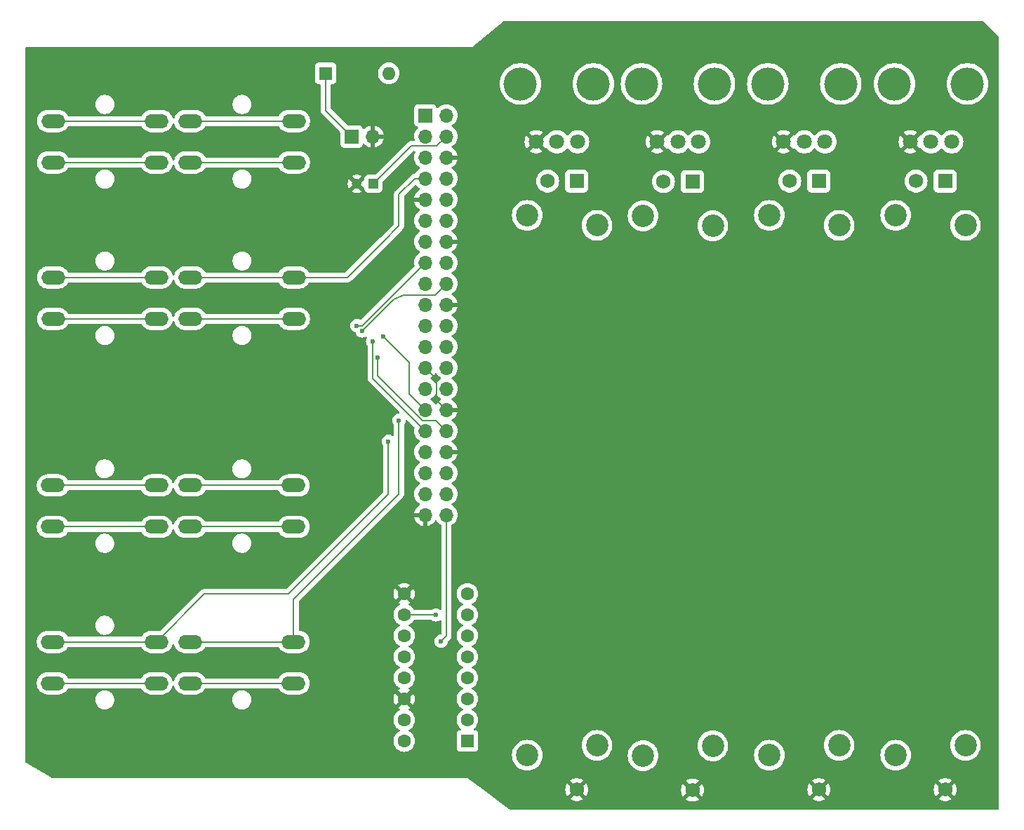
<source format=gbr>
%TF.GenerationSoftware,KiCad,Pcbnew,8.0.5*%
%TF.CreationDate,2025-03-05T22:35:12-05:00*%
%TF.ProjectId,gamepad,67616d65-7061-4642-9e6b-696361645f70,rev?*%
%TF.SameCoordinates,Original*%
%TF.FileFunction,Copper,L2,Bot*%
%TF.FilePolarity,Positive*%
%FSLAX46Y46*%
G04 Gerber Fmt 4.6, Leading zero omitted, Abs format (unit mm)*
G04 Created by KiCad (PCBNEW 8.0.5) date 2025-03-05 22:35:12*
%MOMM*%
%LPD*%
G01*
G04 APERTURE LIST*
%TA.AperFunction,ComponentPad*%
%ADD10O,2.900000X1.700000*%
%TD*%
%TA.AperFunction,ComponentPad*%
%ADD11R,1.750000X1.750000*%
%TD*%
%TA.AperFunction,ComponentPad*%
%ADD12C,1.750000*%
%TD*%
%TA.AperFunction,ComponentPad*%
%ADD13C,2.700000*%
%TD*%
%TA.AperFunction,WasherPad*%
%ADD14C,4.000000*%
%TD*%
%TA.AperFunction,ComponentPad*%
%ADD15C,1.800000*%
%TD*%
%TA.AperFunction,ComponentPad*%
%ADD16R,1.200000X1.200000*%
%TD*%
%TA.AperFunction,ComponentPad*%
%ADD17C,1.200000*%
%TD*%
%TA.AperFunction,ComponentPad*%
%ADD18R,1.700000X1.700000*%
%TD*%
%TA.AperFunction,ComponentPad*%
%ADD19O,1.700000X1.700000*%
%TD*%
%TA.AperFunction,ComponentPad*%
%ADD20R,1.600000X1.600000*%
%TD*%
%TA.AperFunction,ComponentPad*%
%ADD21O,1.600000X1.600000*%
%TD*%
%TA.AperFunction,ComponentPad*%
%ADD22C,1.600000*%
%TD*%
%TA.AperFunction,ViaPad*%
%ADD23C,0.600000*%
%TD*%
%TA.AperFunction,Conductor*%
%ADD24C,0.200000*%
%TD*%
G04 APERTURE END LIST*
D10*
%TO.P,SW6,1,1*%
%TO.N,BTN6*%
X86540000Y-83705000D03*
X99040000Y-83705000D03*
%TO.P,SW6,2,2*%
%TO.N,Net-(R6-Pad1)*%
X86540000Y-88705000D03*
X99040000Y-88705000D03*
%TD*%
%TO.P,SW5,1,1*%
%TO.N,BTN5*%
X86540000Y-64810000D03*
X99040000Y-64810000D03*
%TO.P,SW5,2,2*%
%TO.N,Net-(R5-Pad1)*%
X86540000Y-69810000D03*
X99040000Y-69810000D03*
%TD*%
D11*
%TO.P,RV2,1,1*%
%TO.N,3V3*%
X178915000Y-72065000D03*
D12*
%TO.P,RV2,2,2*%
%TO.N,Net-(U1-CH1)*%
X175415000Y-72065000D03*
%TO.P,RV2,3,3*%
%TO.N,GND*%
X178915000Y-145565000D03*
D13*
%TO.P,RV2,MP*%
%TO.N,N/C*%
X172965000Y-76215000D03*
X181365000Y-77415000D03*
X181365000Y-140215000D03*
X172965000Y-141415000D03*
%TD*%
D10*
%TO.P,SW4,1,1*%
%TO.N,BTN4*%
X103070000Y-127715000D03*
X115570000Y-127715000D03*
%TO.P,SW4,2,2*%
%TO.N,Net-(R4-Pad1)*%
X103070000Y-132715000D03*
X115570000Y-132715000D03*
%TD*%
%TO.P,SW2,1,1*%
%TO.N,BTN2*%
X86520000Y-127715000D03*
X99020000Y-127715000D03*
%TO.P,SW2,2,2*%
%TO.N,Net-(R2-Pad1)*%
X86520000Y-132715000D03*
X99020000Y-132715000D03*
%TD*%
D11*
%TO.P,RV1,1,1*%
%TO.N,3V3*%
X194155000Y-72065000D03*
D12*
%TO.P,RV1,2,2*%
%TO.N,Net-(U1-CH0)*%
X190655000Y-72065000D03*
%TO.P,RV1,3,3*%
%TO.N,GND*%
X194155000Y-145565000D03*
D13*
%TO.P,RV1,MP*%
%TO.N,N/C*%
X188205000Y-76215000D03*
X196605000Y-77415000D03*
X196605000Y-140215000D03*
X188205000Y-141415000D03*
%TD*%
D10*
%TO.P,SW3,1,1*%
%TO.N,BTN3*%
X103070000Y-108820000D03*
X115570000Y-108820000D03*
%TO.P,SW3,2,2*%
%TO.N,Net-(R3-Pad1)*%
X103070000Y-113820000D03*
X115570000Y-113820000D03*
%TD*%
%TO.P,SW7,1,1*%
%TO.N,BTN7*%
X103090000Y-64810000D03*
X115590000Y-64810000D03*
%TO.P,SW7,2,2*%
%TO.N,Net-(R7-Pad1)*%
X103090000Y-69810000D03*
X115590000Y-69810000D03*
%TD*%
%TO.P,SW1,1,1*%
%TO.N,BTN1*%
X86520000Y-108820000D03*
X99020000Y-108820000D03*
%TO.P,SW1,2,2*%
%TO.N,Net-(R1-Pad1)*%
X86520000Y-113820000D03*
X99020000Y-113820000D03*
%TD*%
D14*
%TO.P,RV7,*%
%TO.N,*%
X157525000Y-60325000D03*
X166325000Y-60325000D03*
D15*
%TO.P,RV7,1,1*%
%TO.N,3V3*%
X164425000Y-67325000D03*
%TO.P,RV7,2,2*%
%TO.N,Net-(U1-CH6)*%
X161925000Y-67325000D03*
%TO.P,RV7,3,3*%
%TO.N,GND*%
X159425000Y-67325000D03*
%TD*%
D11*
%TO.P,RV3,1,1*%
%TO.N,3V3*%
X163675000Y-72120000D03*
D12*
%TO.P,RV3,2,2*%
%TO.N,Net-(U1-CH2)*%
X160175000Y-72120000D03*
%TO.P,RV3,3,3*%
%TO.N,GND*%
X163675000Y-145620000D03*
D13*
%TO.P,RV3,MP*%
%TO.N,N/C*%
X157725000Y-76270000D03*
X166125000Y-77470000D03*
X166125000Y-140270000D03*
X157725000Y-141470000D03*
%TD*%
D16*
%TO.P,C1,1*%
%TO.N,5V*%
X125190000Y-72390000D03*
D17*
%TO.P,C1,2*%
%TO.N,GND*%
X123190000Y-72390000D03*
%TD*%
D18*
%TO.P,J1,1,Pin_1*%
%TO.N,Net-(J1-Pin_1)*%
X122550000Y-66675000D03*
D19*
%TO.P,J1,2,Pin_2*%
%TO.N,GND*%
X125090000Y-66675000D03*
%TD*%
D14*
%TO.P,RV5,*%
%TO.N,*%
X188050000Y-60325000D03*
X196850000Y-60325000D03*
D15*
%TO.P,RV5,1,1*%
%TO.N,3V3*%
X194950000Y-67325000D03*
%TO.P,RV5,2,2*%
%TO.N,Net-(U1-CH4)*%
X192450000Y-67325000D03*
%TO.P,RV5,3,3*%
%TO.N,GND*%
X189950000Y-67325000D03*
%TD*%
D14*
%TO.P,RV6,*%
%TO.N,*%
X172765000Y-60325000D03*
X181565000Y-60325000D03*
D15*
%TO.P,RV6,1,1*%
%TO.N,3V3*%
X179665000Y-67325000D03*
%TO.P,RV6,2,2*%
%TO.N,Net-(U1-CH5)*%
X177165000Y-67325000D03*
%TO.P,RV6,3,3*%
%TO.N,GND*%
X174665000Y-67325000D03*
%TD*%
D20*
%TO.P,SW9,1,A*%
%TO.N,Net-(J1-Pin_1)*%
X119422500Y-59055000D03*
D21*
%TO.P,SW9,2,B*%
%TO.N,5V*%
X127042500Y-59055000D03*
%TD*%
D14*
%TO.P,RV8,*%
%TO.N,*%
X142920000Y-60325000D03*
X151720000Y-60325000D03*
D15*
%TO.P,RV8,1,1*%
%TO.N,3V3*%
X149820000Y-67325000D03*
%TO.P,RV8,2,2*%
%TO.N,Net-(U1-CH7)*%
X147320000Y-67325000D03*
%TO.P,RV8,3,3*%
%TO.N,GND*%
X144820000Y-67325000D03*
%TD*%
D11*
%TO.P,RV4,1,1*%
%TO.N,3V3*%
X149705000Y-72065000D03*
D12*
%TO.P,RV4,2,2*%
%TO.N,Net-(U1-CH3)*%
X146205000Y-72065000D03*
%TO.P,RV4,3,3*%
%TO.N,GND*%
X149705000Y-145565000D03*
D13*
%TO.P,RV4,MP*%
%TO.N,N/C*%
X143755000Y-76215000D03*
X152155000Y-77415000D03*
X152155000Y-140215000D03*
X143755000Y-141415000D03*
%TD*%
D10*
%TO.P,SW8,1,1*%
%TO.N,BTN8*%
X103090000Y-83705000D03*
X115590000Y-83705000D03*
%TO.P,SW8,2,2*%
%TO.N,Net-(R8-Pad1)*%
X103090000Y-88705000D03*
X115590000Y-88705000D03*
%TD*%
D18*
%TO.P,J2,1,3V3*%
%TO.N,3V3*%
X131445000Y-64135000D03*
D19*
%TO.P,J2,2,5V*%
%TO.N,5V*%
X133985000Y-64135000D03*
%TO.P,J2,3,SDA/GPIO2*%
%TO.N,unconnected-(J2-SDA{slash}GPIO2-Pad3)*%
X131445000Y-66675000D03*
%TO.P,J2,4,5V*%
%TO.N,5V*%
X133985000Y-66675000D03*
%TO.P,J2,5,SCL/GPIO3*%
%TO.N,unconnected-(J2-SCL{slash}GPIO3-Pad5)*%
X131445000Y-69215000D03*
%TO.P,J2,6,GND*%
%TO.N,GND*%
X133985000Y-69215000D03*
%TO.P,J2,7,GCLK0/GPIO4*%
%TO.N,BTN8*%
X131445000Y-71755000D03*
%TO.P,J2,8,GPIO14/TXD*%
%TO.N,unconnected-(J2-GPIO14{slash}TXD-Pad8)*%
X133985000Y-71755000D03*
%TO.P,J2,9,GND*%
%TO.N,GND*%
X131445000Y-74295000D03*
%TO.P,J2,10,GPIO15/RXD*%
%TO.N,unconnected-(J2-GPIO15{slash}RXD-Pad10)*%
X133985000Y-74295000D03*
%TO.P,J2,11,GPIO17*%
%TO.N,unconnected-(J2-GPIO17-Pad11)*%
X131445000Y-76835000D03*
%TO.P,J2,12,GPIO18/PWM0*%
%TO.N,SPI1-CS0*%
X133985000Y-76835000D03*
%TO.P,J2,13,GPIO27*%
%TO.N,unconnected-(J2-GPIO27-Pad13)*%
X131445000Y-79375000D03*
%TO.P,J2,14,GND*%
%TO.N,GND*%
X133985000Y-79375000D03*
%TO.P,J2,15,GPIO22*%
%TO.N,BTN1*%
X131445000Y-81915000D03*
%TO.P,J2,16,GPIO23*%
%TO.N,BTN2*%
X133985000Y-81915000D03*
%TO.P,J2,17,3V3*%
%TO.N,3V3*%
X131445000Y-84455000D03*
%TO.P,J2,18,GPIO24*%
%TO.N,BTN3*%
X133985000Y-84455000D03*
%TO.P,J2,19,MOSI0/GPIO10*%
%TO.N,unconnected-(J2-MOSI0{slash}GPIO10-Pad19)*%
X131445000Y-86995000D03*
%TO.P,J2,20,GND*%
%TO.N,GND*%
X133985000Y-86995000D03*
%TO.P,J2,21,MISO0/GPIO9*%
%TO.N,unconnected-(J2-MISO0{slash}GPIO9-Pad21)*%
X131445000Y-89535000D03*
%TO.P,J2,22,GPIO25*%
%TO.N,BTN4*%
X133985000Y-89535000D03*
%TO.P,J2,23,SCLK0/GPIO11*%
%TO.N,unconnected-(J2-SCLK0{slash}GPIO11-Pad23)*%
X131445000Y-92075000D03*
%TO.P,J2,24,~{CE0}/GPIO8*%
%TO.N,unconnected-(J2-~{CE0}{slash}GPIO8-Pad24)*%
X133985000Y-92075000D03*
%TO.P,J2,25,GND*%
%TO.N,GND*%
X131445000Y-94615000D03*
%TO.P,J2,26,~{CE1}/GPIO7*%
%TO.N,unconnected-(J2-~{CE1}{slash}GPIO7-Pad26)*%
X133985000Y-94615000D03*
%TO.P,J2,27,ID_SD/GPIO0*%
%TO.N,unconnected-(J2-ID_SD{slash}GPIO0-Pad27)*%
X131445000Y-97155000D03*
%TO.P,J2,28,ID_SC/GPIO1*%
%TO.N,unconnected-(J2-ID_SC{slash}GPIO1-Pad28)*%
X133985000Y-97155000D03*
%TO.P,J2,29,GCLK1/GPIO5*%
%TO.N,BTN7*%
X131445000Y-99695000D03*
%TO.P,J2,30,GND*%
%TO.N,GND*%
X133985000Y-99695000D03*
%TO.P,J2,31,GCLK2/GPIO6*%
%TO.N,BTN6*%
X131445000Y-102235000D03*
%TO.P,J2,32,PWM0/GPIO12*%
%TO.N,BTN5*%
X133985000Y-102235000D03*
%TO.P,J2,33,PWM1/GPIO13*%
%TO.N,unconnected-(J2-PWM1{slash}GPIO13-Pad33)*%
X131445000Y-104775000D03*
%TO.P,J2,34,GND*%
%TO.N,GND*%
X133985000Y-104775000D03*
%TO.P,J2,35,GPIO19/MISO1*%
%TO.N,SPI1-MISO*%
X131445000Y-107315000D03*
%TO.P,J2,36,GPIO16*%
%TO.N,unconnected-(J2-GPIO16-Pad36)*%
X133985000Y-107315000D03*
%TO.P,J2,37,GPIO26*%
%TO.N,unconnected-(J2-GPIO26-Pad37)*%
X131445000Y-109855000D03*
%TO.P,J2,38,GPIO20/MOSI1*%
%TO.N,SPI1-MOSI*%
X133985000Y-109855000D03*
%TO.P,J2,39,GND*%
%TO.N,GND*%
X131445000Y-112395000D03*
%TO.P,J2,40,GPIO21/SCLK1*%
%TO.N,SPI1-CLK*%
X133985000Y-112395000D03*
%TD*%
D20*
%TO.P,U1,1,CH0*%
%TO.N,Net-(U1-CH0)*%
X136525000Y-139700000D03*
D22*
%TO.P,U1,2,CH1*%
%TO.N,Net-(U1-CH1)*%
X136525000Y-137160000D03*
%TO.P,U1,3,CH2*%
%TO.N,Net-(U1-CH2)*%
X136525000Y-134620000D03*
%TO.P,U1,4,CH3*%
%TO.N,Net-(U1-CH3)*%
X136525000Y-132080000D03*
%TO.P,U1,5,CH4*%
%TO.N,Net-(U1-CH4)*%
X136525000Y-129540000D03*
%TO.P,U1,6,CH5*%
%TO.N,Net-(U1-CH5)*%
X136525000Y-127000000D03*
%TO.P,U1,7,CH6*%
%TO.N,Net-(U1-CH6)*%
X136525000Y-124460000D03*
%TO.P,U1,8,CH7*%
%TO.N,Net-(U1-CH7)*%
X136525000Y-121920000D03*
%TO.P,U1,9,DGND*%
%TO.N,GND*%
X128905000Y-121920000D03*
%TO.P,U1,10,~{CS}/SHDN*%
%TO.N,SPI1-CS0*%
X128905000Y-124460000D03*
%TO.P,U1,11,Din*%
%TO.N,SPI1-MOSI*%
X128905000Y-127000000D03*
%TO.P,U1,12,Dout*%
%TO.N,SPI1-MISO*%
X128905000Y-129540000D03*
%TO.P,U1,13,CLK*%
%TO.N,SPI1-CLK*%
X128905000Y-132080000D03*
%TO.P,U1,14,AGND*%
%TO.N,GND*%
X128905000Y-134620000D03*
%TO.P,U1,15,Vref*%
%TO.N,3V3*%
X128905000Y-137160000D03*
%TO.P,U1,16,Vdd*%
X128905000Y-139700000D03*
%TD*%
D23*
%TO.N,SPI1-CS0*%
X132715000Y-124460000D03*
%TO.N,GND*%
X109855000Y-120650000D03*
X92075000Y-96520000D03*
X91440000Y-76835000D03*
X109220000Y-139700000D03*
X91440000Y-120650000D03*
X109220000Y-76835000D03*
X109855000Y-95250000D03*
X100965000Y-139065000D03*
%TO.N,BTN2*%
X127000000Y-103505000D03*
%TO.N,BTN7*%
X126365000Y-90805000D03*
%TO.N,BTN3*%
X123825000Y-90170000D03*
%TO.N,BTN4*%
X128270000Y-100965000D03*
%TO.N,BTN1*%
X123190000Y-89535000D03*
%TO.N,SPI1-CLK*%
X133350000Y-127635000D03*
%TO.N,BTN6*%
X125095000Y-91440000D03*
%TO.N,BTN5*%
X125730000Y-93345000D03*
%TD*%
D24*
%TO.N,BTN3*%
X127635000Y-86360000D02*
X123825000Y-90170000D01*
X128785000Y-85845000D02*
X127635000Y-86360000D01*
X132595000Y-85845000D02*
X128785000Y-85845000D01*
X133985000Y-84455000D02*
X132595000Y-85845000D01*
%TO.N,SPI1-CS0*%
X132715000Y-124460000D02*
X128905000Y-124460000D01*
%TO.N,GND*%
X132835000Y-98545000D02*
X133985000Y-99695000D01*
X132835000Y-96005000D02*
X132835000Y-98545000D01*
X123730000Y-68230000D02*
X123985000Y-67975000D01*
X131445000Y-94615000D02*
X132835000Y-96005000D01*
%TO.N,5V*%
X129755000Y-67825000D02*
X132835000Y-67825000D01*
X125190000Y-72390000D02*
X129755000Y-67825000D01*
X132835000Y-67825000D02*
X133985000Y-66675000D01*
%TO.N,Net-(J1-Pin_1)*%
X119422500Y-63547500D02*
X122550000Y-66675000D01*
X119422500Y-59055000D02*
X119422500Y-63547500D01*
%TO.N,BTN2*%
X104815000Y-121920000D02*
X99020000Y-127715000D01*
X114935000Y-121920000D02*
X104815000Y-121920000D01*
X86520000Y-127715000D02*
X99020000Y-127715000D01*
X127000000Y-103505000D02*
X127000000Y-109855000D01*
X127000000Y-109855000D02*
X114935000Y-121920000D01*
%TO.N,BTN7*%
X103090000Y-64810000D02*
X115590000Y-64810000D01*
X129540000Y-93980000D02*
X129540000Y-97790000D01*
X126365000Y-90805000D02*
X129540000Y-93980000D01*
X129540000Y-97790000D02*
X131445000Y-99695000D01*
%TO.N,BTN3*%
X103070000Y-108820000D02*
X115570000Y-108820000D01*
%TO.N,BTN4*%
X115570000Y-127715000D02*
X115570000Y-122555000D01*
X103070000Y-127715000D02*
X115570000Y-127715000D01*
X128270000Y-109855000D02*
X128270000Y-102870000D01*
X128270000Y-102870000D02*
X128270000Y-100965000D01*
X127000000Y-111125000D02*
X128270000Y-109855000D01*
X115570000Y-122555000D02*
X127000000Y-111125000D01*
%TO.N,BTN1*%
X123825000Y-89535000D02*
X131445000Y-81915000D01*
X86520000Y-108820000D02*
X99020000Y-108820000D01*
X123190000Y-89535000D02*
X123825000Y-89535000D01*
%TO.N,SPI1-CLK*%
X133985000Y-127000000D02*
X133985000Y-112395000D01*
X133350000Y-127635000D02*
X133985000Y-127000000D01*
%TO.N,Net-(R2-Pad1)*%
X99020000Y-132715000D02*
X86520000Y-132715000D01*
%TO.N,Net-(R3-Pad1)*%
X103070000Y-113820000D02*
X115570000Y-113820000D01*
%TO.N,Net-(R4-Pad1)*%
X115570000Y-132715000D02*
X103070000Y-132715000D01*
%TO.N,Net-(R5-Pad1)*%
X86540000Y-69810000D02*
X99040000Y-69810000D01*
%TO.N,Net-(R6-Pad1)*%
X86540000Y-88705000D02*
X99040000Y-88705000D01*
%TO.N,Net-(R7-Pad1)*%
X103090000Y-69810000D02*
X115590000Y-69810000D01*
%TO.N,Net-(R8-Pad1)*%
X103090000Y-88705000D02*
X115590000Y-88705000D01*
%TO.N,BTN8*%
X128270000Y-77470000D02*
X128270000Y-73660000D01*
X126365000Y-79375000D02*
X128270000Y-77470000D01*
X126365000Y-79375000D02*
X122035000Y-83705000D01*
X130175000Y-71755000D02*
X131445000Y-71755000D01*
X103090000Y-83705000D02*
X115590000Y-83705000D01*
X128270000Y-73660000D02*
X130175000Y-71755000D01*
X122035000Y-83705000D02*
X115590000Y-83705000D01*
%TO.N,BTN6*%
X86540000Y-83705000D02*
X99040000Y-83705000D01*
X125095000Y-91440000D02*
X125095000Y-95885000D01*
X125095000Y-95885000D02*
X131445000Y-102235000D01*
%TO.N,BTN5*%
X131088654Y-100965000D02*
X132715000Y-100965000D01*
X125730000Y-95606346D02*
X131088654Y-100965000D01*
X86540000Y-64810000D02*
X99040000Y-64810000D01*
X132715000Y-100965000D02*
X133985000Y-102235000D01*
X125730000Y-93345000D02*
X125730000Y-95606346D01*
%TO.N,Net-(R1-Pad1)*%
X86520000Y-113820000D02*
X99020000Y-113820000D01*
%TD*%
%TA.AperFunction,Conductor*%
%TO.N,GND*%
G36*
X132799855Y-97821546D02*
G01*
X132816575Y-97840842D01*
X132946501Y-98026396D01*
X132946506Y-98026402D01*
X133113597Y-98193493D01*
X133113603Y-98193498D01*
X133299594Y-98323730D01*
X133343219Y-98378307D01*
X133350413Y-98447805D01*
X133318890Y-98510160D01*
X133299595Y-98526880D01*
X133113922Y-98656890D01*
X133113920Y-98656891D01*
X132946891Y-98823920D01*
X132946890Y-98823922D01*
X132816880Y-99009595D01*
X132762303Y-99053219D01*
X132692804Y-99060412D01*
X132630450Y-99028890D01*
X132613730Y-99009594D01*
X132483494Y-98823597D01*
X132316402Y-98656506D01*
X132316396Y-98656501D01*
X132130842Y-98526575D01*
X132087217Y-98471998D01*
X132080023Y-98402500D01*
X132111546Y-98340145D01*
X132130842Y-98323425D01*
X132153026Y-98307891D01*
X132316401Y-98193495D01*
X132483495Y-98026401D01*
X132613425Y-97840842D01*
X132668002Y-97797217D01*
X132737500Y-97790023D01*
X132799855Y-97821546D01*
G37*
%TD.AperFunction*%
%TA.AperFunction,Conductor*%
G36*
X132799549Y-95281110D02*
G01*
X132816269Y-95300405D01*
X132946505Y-95486401D01*
X132946506Y-95486402D01*
X133113597Y-95653493D01*
X133113603Y-95653498D01*
X133299158Y-95783425D01*
X133342783Y-95838002D01*
X133349977Y-95907500D01*
X133318454Y-95969855D01*
X133299158Y-95986575D01*
X133113597Y-96116505D01*
X132946505Y-96283597D01*
X132816575Y-96469158D01*
X132761998Y-96512783D01*
X132692500Y-96519977D01*
X132630145Y-96488454D01*
X132613425Y-96469158D01*
X132483494Y-96283597D01*
X132316402Y-96116506D01*
X132316401Y-96116505D01*
X132130405Y-95986269D01*
X132086781Y-95931692D01*
X132079588Y-95862193D01*
X132111110Y-95799839D01*
X132130405Y-95783119D01*
X132316082Y-95653105D01*
X132483105Y-95486082D01*
X132613119Y-95300405D01*
X132667696Y-95256781D01*
X132737195Y-95249588D01*
X132799549Y-95281110D01*
G37*
%TD.AperFunction*%
%TA.AperFunction,Conductor*%
G36*
X198770677Y-52724685D02*
G01*
X198791319Y-52741319D01*
X200623681Y-54573681D01*
X200657166Y-54635004D01*
X200660000Y-54661362D01*
X200660000Y-147831000D01*
X200640315Y-147898039D01*
X200587511Y-147943794D01*
X200536000Y-147955000D01*
X141646333Y-147955000D01*
X141579294Y-147935315D01*
X141571933Y-147930200D01*
X141529052Y-147898039D01*
X138418324Y-145564993D01*
X148325288Y-145564993D01*
X148325288Y-145565006D01*
X148344103Y-145792085D01*
X148344105Y-145792093D01*
X148400045Y-146012993D01*
X148491579Y-146221669D01*
X148571874Y-146344570D01*
X149140387Y-145776058D01*
X149145889Y-145796591D01*
X149224881Y-145933408D01*
X149336592Y-146045119D01*
X149473409Y-146124111D01*
X149493940Y-146129612D01*
X148924015Y-146699536D01*
X148924015Y-146699538D01*
X148950360Y-146720043D01*
X148950371Y-146720050D01*
X149150769Y-146828499D01*
X149150780Y-146828504D01*
X149366298Y-146902492D01*
X149591065Y-146940000D01*
X149818935Y-146940000D01*
X150043701Y-146902492D01*
X150259219Y-146828504D01*
X150259230Y-146828499D01*
X150459627Y-146720050D01*
X150459633Y-146720046D01*
X150485983Y-146699537D01*
X150485984Y-146699536D01*
X149916059Y-146129612D01*
X149936591Y-146124111D01*
X150073408Y-146045119D01*
X150185119Y-145933408D01*
X150264111Y-145796591D01*
X150269612Y-145776060D01*
X150838123Y-146344571D01*
X150918419Y-146221671D01*
X151009954Y-146012993D01*
X151065894Y-145792093D01*
X151065896Y-145792085D01*
X151080156Y-145619993D01*
X162295288Y-145619993D01*
X162295288Y-145620006D01*
X162314103Y-145847085D01*
X162314105Y-145847093D01*
X162370045Y-146067993D01*
X162461579Y-146276669D01*
X162541874Y-146399570D01*
X163110387Y-145831058D01*
X163115889Y-145851591D01*
X163194881Y-145988408D01*
X163306592Y-146100119D01*
X163443409Y-146179111D01*
X163463940Y-146184612D01*
X162894015Y-146754536D01*
X162894015Y-146754538D01*
X162920360Y-146775043D01*
X162920371Y-146775050D01*
X163120769Y-146883499D01*
X163120780Y-146883504D01*
X163336298Y-146957492D01*
X163561065Y-146995000D01*
X163788935Y-146995000D01*
X164013701Y-146957492D01*
X164229219Y-146883504D01*
X164229230Y-146883499D01*
X164429627Y-146775050D01*
X164429633Y-146775046D01*
X164455983Y-146754537D01*
X164455984Y-146754536D01*
X163886059Y-146184612D01*
X163906591Y-146179111D01*
X164043408Y-146100119D01*
X164155119Y-145988408D01*
X164234111Y-145851591D01*
X164239612Y-145831059D01*
X164808123Y-146399571D01*
X164888419Y-146276671D01*
X164979954Y-146067993D01*
X165035894Y-145847093D01*
X165035896Y-145847085D01*
X165054712Y-145620006D01*
X165054712Y-145619993D01*
X165050155Y-145564993D01*
X177535288Y-145564993D01*
X177535288Y-145565006D01*
X177554103Y-145792085D01*
X177554105Y-145792093D01*
X177610045Y-146012993D01*
X177701579Y-146221669D01*
X177781874Y-146344570D01*
X178350387Y-145776058D01*
X178355889Y-145796591D01*
X178434881Y-145933408D01*
X178546592Y-146045119D01*
X178683409Y-146124111D01*
X178703940Y-146129612D01*
X178134015Y-146699536D01*
X178134015Y-146699538D01*
X178160360Y-146720043D01*
X178160371Y-146720050D01*
X178360769Y-146828499D01*
X178360780Y-146828504D01*
X178576298Y-146902492D01*
X178801065Y-146940000D01*
X179028935Y-146940000D01*
X179253701Y-146902492D01*
X179469219Y-146828504D01*
X179469230Y-146828499D01*
X179669627Y-146720050D01*
X179669633Y-146720046D01*
X179695983Y-146699537D01*
X179695984Y-146699536D01*
X179126059Y-146129612D01*
X179146591Y-146124111D01*
X179283408Y-146045119D01*
X179395119Y-145933408D01*
X179474111Y-145796591D01*
X179479612Y-145776059D01*
X180048123Y-146344571D01*
X180128419Y-146221671D01*
X180219954Y-146012993D01*
X180275894Y-145792093D01*
X180275896Y-145792085D01*
X180294712Y-145565006D01*
X180294712Y-145564993D01*
X192775288Y-145564993D01*
X192775288Y-145565006D01*
X192794103Y-145792085D01*
X192794105Y-145792093D01*
X192850045Y-146012993D01*
X192941579Y-146221669D01*
X193021874Y-146344570D01*
X193590387Y-145776058D01*
X193595889Y-145796591D01*
X193674881Y-145933408D01*
X193786592Y-146045119D01*
X193923409Y-146124111D01*
X193943940Y-146129612D01*
X193374015Y-146699536D01*
X193374015Y-146699538D01*
X193400360Y-146720043D01*
X193400371Y-146720050D01*
X193600769Y-146828499D01*
X193600780Y-146828504D01*
X193816298Y-146902492D01*
X194041065Y-146940000D01*
X194268935Y-146940000D01*
X194493701Y-146902492D01*
X194709219Y-146828504D01*
X194709230Y-146828499D01*
X194909627Y-146720050D01*
X194909633Y-146720046D01*
X194935983Y-146699537D01*
X194935984Y-146699536D01*
X194366059Y-146129612D01*
X194386591Y-146124111D01*
X194523408Y-146045119D01*
X194635119Y-145933408D01*
X194714111Y-145796591D01*
X194719612Y-145776060D01*
X195288123Y-146344571D01*
X195368419Y-146221671D01*
X195459954Y-146012993D01*
X195515894Y-145792093D01*
X195515896Y-145792085D01*
X195534712Y-145565006D01*
X195534712Y-145564993D01*
X195515896Y-145337914D01*
X195515894Y-145337906D01*
X195459954Y-145117006D01*
X195368421Y-144908333D01*
X195288123Y-144785427D01*
X194719612Y-145353939D01*
X194714111Y-145333409D01*
X194635119Y-145196592D01*
X194523408Y-145084881D01*
X194386591Y-145005889D01*
X194366059Y-145000387D01*
X194935983Y-144430462D01*
X194909626Y-144409948D01*
X194709230Y-144301500D01*
X194709219Y-144301495D01*
X194493701Y-144227507D01*
X194268935Y-144190000D01*
X194041065Y-144190000D01*
X193816298Y-144227507D01*
X193600780Y-144301495D01*
X193600769Y-144301500D01*
X193400366Y-144409952D01*
X193374015Y-144430461D01*
X193374015Y-144430463D01*
X193943940Y-145000387D01*
X193923409Y-145005889D01*
X193786592Y-145084881D01*
X193674881Y-145196592D01*
X193595889Y-145333409D01*
X193590387Y-145353940D01*
X193021874Y-144785427D01*
X192941579Y-144908330D01*
X192850045Y-145117006D01*
X192794105Y-145337906D01*
X192794103Y-145337914D01*
X192775288Y-145564993D01*
X180294712Y-145564993D01*
X180275896Y-145337914D01*
X180275894Y-145337906D01*
X180219954Y-145117006D01*
X180128421Y-144908333D01*
X180048123Y-144785427D01*
X179479612Y-145353939D01*
X179474111Y-145333409D01*
X179395119Y-145196592D01*
X179283408Y-145084881D01*
X179146591Y-145005889D01*
X179126059Y-145000387D01*
X179695983Y-144430462D01*
X179669626Y-144409948D01*
X179469230Y-144301500D01*
X179469219Y-144301495D01*
X179253701Y-144227507D01*
X179028935Y-144190000D01*
X178801065Y-144190000D01*
X178576298Y-144227507D01*
X178360780Y-144301495D01*
X178360769Y-144301500D01*
X178160366Y-144409952D01*
X178134015Y-144430461D01*
X178134015Y-144430463D01*
X178703940Y-145000387D01*
X178683409Y-145005889D01*
X178546592Y-145084881D01*
X178434881Y-145196592D01*
X178355889Y-145333409D01*
X178350387Y-145353940D01*
X177781874Y-144785427D01*
X177701579Y-144908330D01*
X177610045Y-145117006D01*
X177554105Y-145337906D01*
X177554103Y-145337914D01*
X177535288Y-145564993D01*
X165050155Y-145564993D01*
X165035896Y-145392914D01*
X165035894Y-145392906D01*
X164979954Y-145172006D01*
X164888421Y-144963333D01*
X164808123Y-144840427D01*
X164239612Y-145408939D01*
X164234111Y-145388409D01*
X164155119Y-145251592D01*
X164043408Y-145139881D01*
X163906591Y-145060889D01*
X163886059Y-145055387D01*
X164455983Y-144485462D01*
X164429626Y-144464948D01*
X164229230Y-144356500D01*
X164229219Y-144356495D01*
X164013701Y-144282507D01*
X163788935Y-144245000D01*
X163561065Y-144245000D01*
X163336298Y-144282507D01*
X163120780Y-144356495D01*
X163120769Y-144356500D01*
X162920366Y-144464952D01*
X162894015Y-144485461D01*
X162894015Y-144485463D01*
X163463940Y-145055387D01*
X163443409Y-145060889D01*
X163306592Y-145139881D01*
X163194881Y-145251592D01*
X163115889Y-145388409D01*
X163110387Y-145408940D01*
X162541874Y-144840427D01*
X162461579Y-144963330D01*
X162370045Y-145172006D01*
X162314105Y-145392906D01*
X162314103Y-145392914D01*
X162295288Y-145619993D01*
X151080156Y-145619993D01*
X151084712Y-145565006D01*
X151084712Y-145564993D01*
X151065896Y-145337914D01*
X151065894Y-145337906D01*
X151009954Y-145117006D01*
X150918421Y-144908333D01*
X150838123Y-144785427D01*
X150269612Y-145353939D01*
X150264111Y-145333409D01*
X150185119Y-145196592D01*
X150073408Y-145084881D01*
X149936591Y-145005889D01*
X149916059Y-145000387D01*
X150485983Y-144430462D01*
X150459626Y-144409948D01*
X150259230Y-144301500D01*
X150259219Y-144301495D01*
X150043701Y-144227507D01*
X149818935Y-144190000D01*
X149591065Y-144190000D01*
X149366298Y-144227507D01*
X149150780Y-144301495D01*
X149150769Y-144301500D01*
X148950366Y-144409952D01*
X148924015Y-144430461D01*
X148924015Y-144430463D01*
X149493940Y-145000387D01*
X149473409Y-145005889D01*
X149336592Y-145084881D01*
X149224881Y-145196592D01*
X149145889Y-145333409D01*
X149140387Y-145353940D01*
X148571874Y-144785427D01*
X148491579Y-144908330D01*
X148400045Y-145117006D01*
X148344105Y-145337906D01*
X148344103Y-145337914D01*
X148325288Y-145564993D01*
X138418324Y-145564993D01*
X136525000Y-144145000D01*
X136524999Y-144145000D01*
X86394345Y-144145000D01*
X86330548Y-144127329D01*
X83245203Y-142276121D01*
X83197844Y-142224750D01*
X83185000Y-142169792D01*
X83185000Y-141414998D01*
X141899773Y-141414998D01*
X141899773Y-141415001D01*
X141918657Y-141679027D01*
X141918658Y-141679034D01*
X141974921Y-141937673D01*
X142067426Y-142185690D01*
X142067428Y-142185694D01*
X142194280Y-142418005D01*
X142194285Y-142418013D01*
X142352906Y-142629907D01*
X142352922Y-142629925D01*
X142540074Y-142817077D01*
X142540092Y-142817093D01*
X142751986Y-142975714D01*
X142751994Y-142975719D01*
X142984305Y-143102571D01*
X142984309Y-143102573D01*
X142984311Y-143102574D01*
X143232322Y-143195077D01*
X143232325Y-143195077D01*
X143232326Y-143195078D01*
X143427552Y-143237546D01*
X143490974Y-143251343D01*
X143734660Y-143268772D01*
X143754999Y-143270227D01*
X143755000Y-143270227D01*
X143755001Y-143270227D01*
X143773885Y-143268876D01*
X144019026Y-143251343D01*
X144277678Y-143195077D01*
X144525689Y-143102574D01*
X144758011Y-142975716D01*
X144969915Y-142817087D01*
X145157087Y-142629915D01*
X145315716Y-142418011D01*
X145442574Y-142185689D01*
X145535077Y-141937678D01*
X145591343Y-141679026D01*
X145610227Y-141415000D01*
X145591343Y-141150974D01*
X145555376Y-140985635D01*
X145535078Y-140892326D01*
X145522106Y-140857547D01*
X145442574Y-140644311D01*
X145422464Y-140607483D01*
X145315719Y-140411994D01*
X145315714Y-140411986D01*
X145168251Y-140214998D01*
X150299773Y-140214998D01*
X150299773Y-140215001D01*
X150318657Y-140479027D01*
X150318658Y-140479034D01*
X150374921Y-140737673D01*
X150467426Y-140985690D01*
X150467428Y-140985694D01*
X150594280Y-141218005D01*
X150594285Y-141218013D01*
X150752906Y-141429907D01*
X150752922Y-141429925D01*
X150940074Y-141617077D01*
X150940092Y-141617093D01*
X151151986Y-141775714D01*
X151151994Y-141775719D01*
X151384305Y-141902571D01*
X151384309Y-141902573D01*
X151384311Y-141902574D01*
X151632322Y-141995077D01*
X151632325Y-141995077D01*
X151632326Y-141995078D01*
X151827552Y-142037546D01*
X151890974Y-142051343D01*
X152134660Y-142068772D01*
X152154999Y-142070227D01*
X152155000Y-142070227D01*
X152155001Y-142070227D01*
X152173885Y-142068876D01*
X152419026Y-142051343D01*
X152677678Y-141995077D01*
X152925689Y-141902574D01*
X153158011Y-141775716D01*
X153369915Y-141617087D01*
X153517004Y-141469998D01*
X155869773Y-141469998D01*
X155869773Y-141470001D01*
X155888657Y-141734027D01*
X155888658Y-141734034D01*
X155944921Y-141992673D01*
X156037426Y-142240690D01*
X156037428Y-142240694D01*
X156164280Y-142473005D01*
X156164285Y-142473013D01*
X156322906Y-142684907D01*
X156322922Y-142684925D01*
X156510074Y-142872077D01*
X156510092Y-142872093D01*
X156721986Y-143030714D01*
X156721994Y-143030719D01*
X156954305Y-143157571D01*
X156954309Y-143157573D01*
X156954311Y-143157574D01*
X157202322Y-143250077D01*
X157202325Y-143250077D01*
X157202326Y-143250078D01*
X157397552Y-143292546D01*
X157460974Y-143306343D01*
X157704660Y-143323772D01*
X157724999Y-143325227D01*
X157725000Y-143325227D01*
X157725001Y-143325227D01*
X157743885Y-143323876D01*
X157989026Y-143306343D01*
X158247678Y-143250077D01*
X158495689Y-143157574D01*
X158728011Y-143030716D01*
X158939915Y-142872087D01*
X159127087Y-142684915D01*
X159285716Y-142473011D01*
X159412574Y-142240689D01*
X159505077Y-141992678D01*
X159561343Y-141734026D01*
X159580227Y-141470000D01*
X159561343Y-141205974D01*
X159513424Y-140985694D01*
X159505078Y-140947326D01*
X159503761Y-140943796D01*
X159412574Y-140699311D01*
X159382540Y-140644309D01*
X159285719Y-140466994D01*
X159285714Y-140466986D01*
X159138251Y-140269998D01*
X164269773Y-140269998D01*
X164269773Y-140270001D01*
X164288657Y-140534027D01*
X164288658Y-140534034D01*
X164344921Y-140792673D01*
X164437426Y-141040690D01*
X164437428Y-141040694D01*
X164564280Y-141273005D01*
X164564285Y-141273013D01*
X164722906Y-141484907D01*
X164722922Y-141484925D01*
X164910074Y-141672077D01*
X164910092Y-141672093D01*
X165121986Y-141830714D01*
X165121994Y-141830719D01*
X165354305Y-141957571D01*
X165354309Y-141957573D01*
X165354311Y-141957574D01*
X165602322Y-142050077D01*
X165602325Y-142050077D01*
X165602326Y-142050078D01*
X165797552Y-142092546D01*
X165860974Y-142106343D01*
X166104660Y-142123772D01*
X166124999Y-142125227D01*
X166125000Y-142125227D01*
X166125001Y-142125227D01*
X166143885Y-142123876D01*
X166389026Y-142106343D01*
X166647678Y-142050077D01*
X166895689Y-141957574D01*
X167128011Y-141830716D01*
X167339915Y-141672087D01*
X167527087Y-141484915D01*
X167579426Y-141414998D01*
X171109773Y-141414998D01*
X171109773Y-141415001D01*
X171128657Y-141679027D01*
X171128658Y-141679034D01*
X171184921Y-141937673D01*
X171277426Y-142185690D01*
X171277428Y-142185694D01*
X171404280Y-142418005D01*
X171404285Y-142418013D01*
X171562906Y-142629907D01*
X171562922Y-142629925D01*
X171750074Y-142817077D01*
X171750092Y-142817093D01*
X171961986Y-142975714D01*
X171961994Y-142975719D01*
X172194305Y-143102571D01*
X172194309Y-143102573D01*
X172194311Y-143102574D01*
X172442322Y-143195077D01*
X172442325Y-143195077D01*
X172442326Y-143195078D01*
X172637552Y-143237546D01*
X172700974Y-143251343D01*
X172944660Y-143268772D01*
X172964999Y-143270227D01*
X172965000Y-143270227D01*
X172965001Y-143270227D01*
X172983885Y-143268876D01*
X173229026Y-143251343D01*
X173487678Y-143195077D01*
X173735689Y-143102574D01*
X173968011Y-142975716D01*
X174179915Y-142817087D01*
X174367087Y-142629915D01*
X174525716Y-142418011D01*
X174652574Y-142185689D01*
X174745077Y-141937678D01*
X174801343Y-141679026D01*
X174820227Y-141415000D01*
X174801343Y-141150974D01*
X174765376Y-140985635D01*
X174745078Y-140892326D01*
X174732106Y-140857547D01*
X174652574Y-140644311D01*
X174632464Y-140607483D01*
X174525719Y-140411994D01*
X174525714Y-140411986D01*
X174378251Y-140214998D01*
X179509773Y-140214998D01*
X179509773Y-140215001D01*
X179528657Y-140479027D01*
X179528658Y-140479034D01*
X179584921Y-140737673D01*
X179677426Y-140985690D01*
X179677428Y-140985694D01*
X179804280Y-141218005D01*
X179804285Y-141218013D01*
X179962906Y-141429907D01*
X179962922Y-141429925D01*
X180150074Y-141617077D01*
X180150092Y-141617093D01*
X180361986Y-141775714D01*
X180361994Y-141775719D01*
X180594305Y-141902571D01*
X180594309Y-141902573D01*
X180594311Y-141902574D01*
X180842322Y-141995077D01*
X180842325Y-141995077D01*
X180842326Y-141995078D01*
X181037552Y-142037546D01*
X181100974Y-142051343D01*
X181344660Y-142068772D01*
X181364999Y-142070227D01*
X181365000Y-142070227D01*
X181365001Y-142070227D01*
X181383885Y-142068876D01*
X181629026Y-142051343D01*
X181887678Y-141995077D01*
X182135689Y-141902574D01*
X182368011Y-141775716D01*
X182579915Y-141617087D01*
X182767087Y-141429915D01*
X182778254Y-141414998D01*
X186349773Y-141414998D01*
X186349773Y-141415001D01*
X186368657Y-141679027D01*
X186368658Y-141679034D01*
X186424921Y-141937673D01*
X186517426Y-142185690D01*
X186517428Y-142185694D01*
X186644280Y-142418005D01*
X186644285Y-142418013D01*
X186802906Y-142629907D01*
X186802922Y-142629925D01*
X186990074Y-142817077D01*
X186990092Y-142817093D01*
X187201986Y-142975714D01*
X187201994Y-142975719D01*
X187434305Y-143102571D01*
X187434309Y-143102573D01*
X187434311Y-143102574D01*
X187682322Y-143195077D01*
X187682325Y-143195077D01*
X187682326Y-143195078D01*
X187877552Y-143237546D01*
X187940974Y-143251343D01*
X188184660Y-143268772D01*
X188204999Y-143270227D01*
X188205000Y-143270227D01*
X188205001Y-143270227D01*
X188223885Y-143268876D01*
X188469026Y-143251343D01*
X188727678Y-143195077D01*
X188975689Y-143102574D01*
X189208011Y-142975716D01*
X189419915Y-142817087D01*
X189607087Y-142629915D01*
X189765716Y-142418011D01*
X189892574Y-142185689D01*
X189985077Y-141937678D01*
X190041343Y-141679026D01*
X190060227Y-141415000D01*
X190041343Y-141150974D01*
X190005376Y-140985635D01*
X189985078Y-140892326D01*
X189972106Y-140857547D01*
X189892574Y-140644311D01*
X189872464Y-140607483D01*
X189765719Y-140411994D01*
X189765714Y-140411986D01*
X189618251Y-140214998D01*
X194749773Y-140214998D01*
X194749773Y-140215001D01*
X194768657Y-140479027D01*
X194768658Y-140479034D01*
X194824921Y-140737673D01*
X194917426Y-140985690D01*
X194917428Y-140985694D01*
X195044280Y-141218005D01*
X195044285Y-141218013D01*
X195202906Y-141429907D01*
X195202922Y-141429925D01*
X195390074Y-141617077D01*
X195390092Y-141617093D01*
X195601986Y-141775714D01*
X195601994Y-141775719D01*
X195834305Y-141902571D01*
X195834309Y-141902573D01*
X195834311Y-141902574D01*
X196082322Y-141995077D01*
X196082325Y-141995077D01*
X196082326Y-141995078D01*
X196277552Y-142037546D01*
X196340974Y-142051343D01*
X196584660Y-142068772D01*
X196604999Y-142070227D01*
X196605000Y-142070227D01*
X196605001Y-142070227D01*
X196623885Y-142068876D01*
X196869026Y-142051343D01*
X197127678Y-141995077D01*
X197375689Y-141902574D01*
X197608011Y-141775716D01*
X197819915Y-141617087D01*
X198007087Y-141429915D01*
X198165716Y-141218011D01*
X198292574Y-140985689D01*
X198385077Y-140737678D01*
X198441343Y-140479026D01*
X198460227Y-140215000D01*
X198459159Y-140200074D01*
X198455327Y-140146488D01*
X198441343Y-139950974D01*
X198420310Y-139854285D01*
X198385078Y-139692326D01*
X198363667Y-139634921D01*
X198292574Y-139444311D01*
X198195748Y-139266989D01*
X198165719Y-139211994D01*
X198165714Y-139211986D01*
X198007093Y-139000092D01*
X198007077Y-139000074D01*
X197819925Y-138812922D01*
X197819907Y-138812906D01*
X197608013Y-138654285D01*
X197608005Y-138654280D01*
X197375694Y-138527428D01*
X197375690Y-138527426D01*
X197127673Y-138434921D01*
X196869034Y-138378658D01*
X196869027Y-138378657D01*
X196605001Y-138359773D01*
X196604999Y-138359773D01*
X196340972Y-138378657D01*
X196340965Y-138378658D01*
X196082326Y-138434921D01*
X195834309Y-138527426D01*
X195834305Y-138527428D01*
X195601994Y-138654280D01*
X195601986Y-138654285D01*
X195390092Y-138812906D01*
X195390074Y-138812922D01*
X195202922Y-139000074D01*
X195202906Y-139000092D01*
X195044285Y-139211986D01*
X195044280Y-139211994D01*
X194917428Y-139444305D01*
X194917426Y-139444309D01*
X194824921Y-139692326D01*
X194768658Y-139950965D01*
X194768657Y-139950972D01*
X194749773Y-140214998D01*
X189618251Y-140214998D01*
X189607093Y-140200092D01*
X189607077Y-140200074D01*
X189419925Y-140012922D01*
X189419907Y-140012906D01*
X189208013Y-139854285D01*
X189208005Y-139854280D01*
X188975694Y-139727428D01*
X188975690Y-139727426D01*
X188727673Y-139634921D01*
X188469034Y-139578658D01*
X188469027Y-139578657D01*
X188205001Y-139559773D01*
X188204999Y-139559773D01*
X187940972Y-139578657D01*
X187940965Y-139578658D01*
X187682326Y-139634921D01*
X187434309Y-139727426D01*
X187434305Y-139727428D01*
X187201994Y-139854280D01*
X187201986Y-139854285D01*
X186990092Y-140012906D01*
X186990074Y-140012922D01*
X186802922Y-140200074D01*
X186802906Y-140200092D01*
X186644285Y-140411986D01*
X186644280Y-140411994D01*
X186517428Y-140644305D01*
X186517426Y-140644309D01*
X186424921Y-140892326D01*
X186368658Y-141150965D01*
X186368657Y-141150972D01*
X186349773Y-141414998D01*
X182778254Y-141414998D01*
X182925716Y-141218011D01*
X183052574Y-140985689D01*
X183145077Y-140737678D01*
X183201343Y-140479026D01*
X183220227Y-140215000D01*
X183219159Y-140200074D01*
X183215327Y-140146488D01*
X183201343Y-139950974D01*
X183180310Y-139854285D01*
X183145078Y-139692326D01*
X183123667Y-139634921D01*
X183052574Y-139444311D01*
X182955748Y-139266989D01*
X182925719Y-139211994D01*
X182925714Y-139211986D01*
X182767093Y-139000092D01*
X182767077Y-139000074D01*
X182579925Y-138812922D01*
X182579907Y-138812906D01*
X182368013Y-138654285D01*
X182368005Y-138654280D01*
X182135694Y-138527428D01*
X182135690Y-138527426D01*
X181887673Y-138434921D01*
X181629034Y-138378658D01*
X181629027Y-138378657D01*
X181365001Y-138359773D01*
X181364999Y-138359773D01*
X181100972Y-138378657D01*
X181100965Y-138378658D01*
X180842326Y-138434921D01*
X180594309Y-138527426D01*
X180594305Y-138527428D01*
X180361994Y-138654280D01*
X180361986Y-138654285D01*
X180150092Y-138812906D01*
X180150074Y-138812922D01*
X179962922Y-139000074D01*
X179962906Y-139000092D01*
X179804285Y-139211986D01*
X179804280Y-139211994D01*
X179677428Y-139444305D01*
X179677426Y-139444309D01*
X179584921Y-139692326D01*
X179528658Y-139950965D01*
X179528657Y-139950972D01*
X179509773Y-140214998D01*
X174378251Y-140214998D01*
X174367093Y-140200092D01*
X174367077Y-140200074D01*
X174179925Y-140012922D01*
X174179907Y-140012906D01*
X173968013Y-139854285D01*
X173968005Y-139854280D01*
X173735694Y-139727428D01*
X173735690Y-139727426D01*
X173487673Y-139634921D01*
X173229034Y-139578658D01*
X173229027Y-139578657D01*
X172965001Y-139559773D01*
X172964999Y-139559773D01*
X172700972Y-139578657D01*
X172700965Y-139578658D01*
X172442326Y-139634921D01*
X172194309Y-139727426D01*
X172194305Y-139727428D01*
X171961994Y-139854280D01*
X171961986Y-139854285D01*
X171750092Y-140012906D01*
X171750074Y-140012922D01*
X171562922Y-140200074D01*
X171562906Y-140200092D01*
X171404285Y-140411986D01*
X171404280Y-140411994D01*
X171277428Y-140644305D01*
X171277426Y-140644309D01*
X171184921Y-140892326D01*
X171128658Y-141150965D01*
X171128657Y-141150972D01*
X171109773Y-141414998D01*
X167579426Y-141414998D01*
X167685716Y-141273011D01*
X167812574Y-141040689D01*
X167905077Y-140792678D01*
X167961343Y-140534026D01*
X167980227Y-140270000D01*
X167979159Y-140255074D01*
X167975226Y-140200074D01*
X167961343Y-140005974D01*
X167940310Y-139909285D01*
X167905078Y-139747326D01*
X167897656Y-139727428D01*
X167812574Y-139499311D01*
X167782540Y-139444309D01*
X167685719Y-139266994D01*
X167685714Y-139266986D01*
X167527093Y-139055092D01*
X167527077Y-139055074D01*
X167339925Y-138867922D01*
X167339907Y-138867906D01*
X167128013Y-138709285D01*
X167128005Y-138709280D01*
X166895694Y-138582428D01*
X166895690Y-138582426D01*
X166647673Y-138489921D01*
X166389034Y-138433658D01*
X166389027Y-138433657D01*
X166125001Y-138414773D01*
X166124999Y-138414773D01*
X165860972Y-138433657D01*
X165860965Y-138433658D01*
X165602326Y-138489921D01*
X165354309Y-138582426D01*
X165354305Y-138582428D01*
X165121994Y-138709280D01*
X165121986Y-138709285D01*
X164910092Y-138867906D01*
X164910074Y-138867922D01*
X164722922Y-139055074D01*
X164722906Y-139055092D01*
X164564285Y-139266986D01*
X164564280Y-139266994D01*
X164437428Y-139499305D01*
X164437426Y-139499309D01*
X164344921Y-139747326D01*
X164288658Y-140005965D01*
X164288657Y-140005972D01*
X164269773Y-140269998D01*
X159138251Y-140269998D01*
X159127093Y-140255092D01*
X159127077Y-140255074D01*
X158939925Y-140067922D01*
X158939907Y-140067906D01*
X158728013Y-139909285D01*
X158728005Y-139909280D01*
X158495694Y-139782428D01*
X158495690Y-139782426D01*
X158247673Y-139689921D01*
X157989034Y-139633658D01*
X157989027Y-139633657D01*
X157725001Y-139614773D01*
X157724999Y-139614773D01*
X157460972Y-139633657D01*
X157460965Y-139633658D01*
X157202326Y-139689921D01*
X156954309Y-139782426D01*
X156954305Y-139782428D01*
X156721994Y-139909280D01*
X156721986Y-139909285D01*
X156510092Y-140067906D01*
X156510074Y-140067922D01*
X156322922Y-140255074D01*
X156322906Y-140255092D01*
X156164285Y-140466986D01*
X156164280Y-140466994D01*
X156037428Y-140699305D01*
X156037426Y-140699309D01*
X155944921Y-140947326D01*
X155888658Y-141205965D01*
X155888657Y-141205972D01*
X155869773Y-141469998D01*
X153517004Y-141469998D01*
X153557087Y-141429915D01*
X153715716Y-141218011D01*
X153842574Y-140985689D01*
X153935077Y-140737678D01*
X153991343Y-140479026D01*
X154010227Y-140215000D01*
X154009159Y-140200074D01*
X154005327Y-140146488D01*
X153991343Y-139950974D01*
X153970310Y-139854285D01*
X153935078Y-139692326D01*
X153913667Y-139634921D01*
X153842574Y-139444311D01*
X153745748Y-139266989D01*
X153715719Y-139211994D01*
X153715714Y-139211986D01*
X153557093Y-139000092D01*
X153557077Y-139000074D01*
X153369925Y-138812922D01*
X153369907Y-138812906D01*
X153158013Y-138654285D01*
X153158005Y-138654280D01*
X152925694Y-138527428D01*
X152925690Y-138527426D01*
X152677673Y-138434921D01*
X152419034Y-138378658D01*
X152419027Y-138378657D01*
X152155001Y-138359773D01*
X152154999Y-138359773D01*
X151890972Y-138378657D01*
X151890965Y-138378658D01*
X151632326Y-138434921D01*
X151384309Y-138527426D01*
X151384305Y-138527428D01*
X151151994Y-138654280D01*
X151151986Y-138654285D01*
X150940092Y-138812906D01*
X150940074Y-138812922D01*
X150752922Y-139000074D01*
X150752906Y-139000092D01*
X150594285Y-139211986D01*
X150594280Y-139211994D01*
X150467428Y-139444305D01*
X150467426Y-139444309D01*
X150374921Y-139692326D01*
X150318658Y-139950965D01*
X150318657Y-139950972D01*
X150299773Y-140214998D01*
X145168251Y-140214998D01*
X145157093Y-140200092D01*
X145157077Y-140200074D01*
X144969925Y-140012922D01*
X144969907Y-140012906D01*
X144758013Y-139854285D01*
X144758005Y-139854280D01*
X144525694Y-139727428D01*
X144525690Y-139727426D01*
X144277673Y-139634921D01*
X144019034Y-139578658D01*
X144019027Y-139578657D01*
X143755001Y-139559773D01*
X143754999Y-139559773D01*
X143490972Y-139578657D01*
X143490965Y-139578658D01*
X143232326Y-139634921D01*
X142984309Y-139727426D01*
X142984305Y-139727428D01*
X142751994Y-139854280D01*
X142751986Y-139854285D01*
X142540092Y-140012906D01*
X142540074Y-140012922D01*
X142352922Y-140200074D01*
X142352906Y-140200092D01*
X142194285Y-140411986D01*
X142194280Y-140411994D01*
X142067428Y-140644305D01*
X142067426Y-140644309D01*
X141974921Y-140892326D01*
X141918658Y-141150965D01*
X141918657Y-141150972D01*
X141899773Y-141414998D01*
X83185000Y-141414998D01*
X83185000Y-134624448D01*
X91619500Y-134624448D01*
X91619500Y-134805551D01*
X91647829Y-134984410D01*
X91703787Y-135156636D01*
X91703788Y-135156639D01*
X91786006Y-135317997D01*
X91892441Y-135464494D01*
X91892445Y-135464499D01*
X92020500Y-135592554D01*
X92020505Y-135592558D01*
X92058341Y-135620047D01*
X92167006Y-135698996D01*
X92267367Y-135750133D01*
X92328360Y-135781211D01*
X92328363Y-135781212D01*
X92414476Y-135809191D01*
X92500591Y-135837171D01*
X92583429Y-135850291D01*
X92679449Y-135865500D01*
X92679454Y-135865500D01*
X92860551Y-135865500D01*
X92947259Y-135851765D01*
X93039409Y-135837171D01*
X93211639Y-135781211D01*
X93372994Y-135698996D01*
X93519501Y-135592553D01*
X93647553Y-135464501D01*
X93753996Y-135317994D01*
X93836211Y-135156639D01*
X93892171Y-134984409D01*
X93906765Y-134892259D01*
X93920500Y-134805551D01*
X93920500Y-134624448D01*
X108169500Y-134624448D01*
X108169500Y-134805551D01*
X108197829Y-134984410D01*
X108253787Y-135156636D01*
X108253788Y-135156639D01*
X108336006Y-135317997D01*
X108442441Y-135464494D01*
X108442445Y-135464499D01*
X108570500Y-135592554D01*
X108570505Y-135592558D01*
X108608341Y-135620047D01*
X108717006Y-135698996D01*
X108817367Y-135750133D01*
X108878360Y-135781211D01*
X108878363Y-135781212D01*
X108964476Y-135809191D01*
X109050591Y-135837171D01*
X109133429Y-135850291D01*
X109229449Y-135865500D01*
X109229454Y-135865500D01*
X109410551Y-135865500D01*
X109497259Y-135851765D01*
X109589409Y-135837171D01*
X109761639Y-135781211D01*
X109922994Y-135698996D01*
X110069501Y-135592553D01*
X110197553Y-135464501D01*
X110303996Y-135317994D01*
X110386211Y-135156639D01*
X110442171Y-134984409D01*
X110456765Y-134892259D01*
X110470500Y-134805551D01*
X110470500Y-134624448D01*
X110445341Y-134465606D01*
X110442171Y-134445591D01*
X110414191Y-134359476D01*
X110386212Y-134273363D01*
X110386211Y-134273360D01*
X110357740Y-134217484D01*
X110303996Y-134112006D01*
X110270208Y-134065500D01*
X110197558Y-133965505D01*
X110197554Y-133965500D01*
X110069499Y-133837445D01*
X110069494Y-133837441D01*
X109922997Y-133731006D01*
X109922996Y-133731005D01*
X109922994Y-133731004D01*
X109871300Y-133704664D01*
X109761639Y-133648788D01*
X109761636Y-133648787D01*
X109589410Y-133592829D01*
X109410551Y-133564500D01*
X109410546Y-133564500D01*
X109229454Y-133564500D01*
X109229449Y-133564500D01*
X109050589Y-133592829D01*
X108878363Y-133648787D01*
X108878360Y-133648788D01*
X108717002Y-133731006D01*
X108570505Y-133837441D01*
X108570500Y-133837445D01*
X108442445Y-133965500D01*
X108442441Y-133965505D01*
X108336006Y-134112002D01*
X108253788Y-134273360D01*
X108253787Y-134273363D01*
X108197829Y-134445589D01*
X108169500Y-134624448D01*
X93920500Y-134624448D01*
X93895341Y-134465606D01*
X93892171Y-134445591D01*
X93864191Y-134359476D01*
X93836212Y-134273363D01*
X93836211Y-134273360D01*
X93807740Y-134217484D01*
X93753996Y-134112006D01*
X93720208Y-134065500D01*
X93647558Y-133965505D01*
X93647554Y-133965500D01*
X93519499Y-133837445D01*
X93519494Y-133837441D01*
X93372997Y-133731006D01*
X93372996Y-133731005D01*
X93372994Y-133731004D01*
X93321300Y-133704664D01*
X93211639Y-133648788D01*
X93211636Y-133648787D01*
X93039410Y-133592829D01*
X92860551Y-133564500D01*
X92860546Y-133564500D01*
X92679454Y-133564500D01*
X92679449Y-133564500D01*
X92500589Y-133592829D01*
X92328363Y-133648787D01*
X92328360Y-133648788D01*
X92167002Y-133731006D01*
X92020505Y-133837441D01*
X92020500Y-133837445D01*
X91892445Y-133965500D01*
X91892441Y-133965505D01*
X91786006Y-134112002D01*
X91703788Y-134273360D01*
X91703787Y-134273363D01*
X91647829Y-134445589D01*
X91619500Y-134624448D01*
X83185000Y-134624448D01*
X83185000Y-132608713D01*
X84569500Y-132608713D01*
X84569500Y-132821286D01*
X84598579Y-133004887D01*
X84602754Y-133031243D01*
X84661020Y-133210568D01*
X84668444Y-133233414D01*
X84764951Y-133422820D01*
X84889890Y-133594786D01*
X85040213Y-133745109D01*
X85212179Y-133870048D01*
X85212181Y-133870049D01*
X85212184Y-133870051D01*
X85401588Y-133966557D01*
X85603757Y-134032246D01*
X85813713Y-134065500D01*
X85813714Y-134065500D01*
X87226286Y-134065500D01*
X87226287Y-134065500D01*
X87436243Y-134032246D01*
X87638412Y-133966557D01*
X87827816Y-133870051D01*
X87872700Y-133837441D01*
X87999786Y-133745109D01*
X87999788Y-133745106D01*
X87999792Y-133745104D01*
X88150104Y-133594792D01*
X88150106Y-133594788D01*
X88150109Y-133594786D01*
X88246105Y-133462657D01*
X88275051Y-133422816D01*
X88278417Y-133416210D01*
X88295235Y-133383205D01*
X88343209Y-133332409D01*
X88405719Y-133315500D01*
X97134281Y-133315500D01*
X97201320Y-133335185D01*
X97244765Y-133383205D01*
X97264947Y-133422814D01*
X97264948Y-133422815D01*
X97389890Y-133594786D01*
X97540213Y-133745109D01*
X97712179Y-133870048D01*
X97712181Y-133870049D01*
X97712184Y-133870051D01*
X97901588Y-133966557D01*
X98103757Y-134032246D01*
X98313713Y-134065500D01*
X98313714Y-134065500D01*
X99726286Y-134065500D01*
X99726287Y-134065500D01*
X99936243Y-134032246D01*
X100138412Y-133966557D01*
X100327816Y-133870051D01*
X100372700Y-133837441D01*
X100499786Y-133745109D01*
X100499788Y-133745106D01*
X100499792Y-133745104D01*
X100650104Y-133594792D01*
X100650106Y-133594788D01*
X100650109Y-133594786D01*
X100775048Y-133422820D01*
X100775047Y-133422820D01*
X100775051Y-133422816D01*
X100871557Y-133233412D01*
X100927069Y-133062561D01*
X100966507Y-133004887D01*
X101030865Y-132977689D01*
X101099711Y-132989604D01*
X101151187Y-133036848D01*
X101162929Y-133062559D01*
X101218443Y-133233412D01*
X101218444Y-133233414D01*
X101314951Y-133422820D01*
X101439890Y-133594786D01*
X101590213Y-133745109D01*
X101762179Y-133870048D01*
X101762181Y-133870049D01*
X101762184Y-133870051D01*
X101951588Y-133966557D01*
X102153757Y-134032246D01*
X102363713Y-134065500D01*
X102363714Y-134065500D01*
X103776286Y-134065500D01*
X103776287Y-134065500D01*
X103986243Y-134032246D01*
X104188412Y-133966557D01*
X104377816Y-133870051D01*
X104422700Y-133837441D01*
X104549786Y-133745109D01*
X104549788Y-133745106D01*
X104549792Y-133745104D01*
X104700104Y-133594792D01*
X104700106Y-133594788D01*
X104700109Y-133594786D01*
X104796105Y-133462657D01*
X104825051Y-133422816D01*
X104828417Y-133416210D01*
X104845235Y-133383205D01*
X104893209Y-133332409D01*
X104955719Y-133315500D01*
X113684281Y-133315500D01*
X113751320Y-133335185D01*
X113794765Y-133383205D01*
X113814947Y-133422814D01*
X113814948Y-133422815D01*
X113939890Y-133594786D01*
X114090213Y-133745109D01*
X114262179Y-133870048D01*
X114262181Y-133870049D01*
X114262184Y-133870051D01*
X114451588Y-133966557D01*
X114653757Y-134032246D01*
X114863713Y-134065500D01*
X114863714Y-134065500D01*
X116276286Y-134065500D01*
X116276287Y-134065500D01*
X116486243Y-134032246D01*
X116688412Y-133966557D01*
X116877816Y-133870051D01*
X116922700Y-133837441D01*
X117049786Y-133745109D01*
X117049788Y-133745106D01*
X117049792Y-133745104D01*
X117200104Y-133594792D01*
X117200106Y-133594788D01*
X117200109Y-133594786D01*
X117325048Y-133422820D01*
X117325047Y-133422820D01*
X117325051Y-133422816D01*
X117421557Y-133233412D01*
X117487246Y-133031243D01*
X117520500Y-132821287D01*
X117520500Y-132608713D01*
X117487246Y-132398757D01*
X117421557Y-132196588D01*
X117325051Y-132007184D01*
X117325049Y-132007181D01*
X117325048Y-132007179D01*
X117200109Y-131835213D01*
X117049786Y-131684890D01*
X116877820Y-131559951D01*
X116688414Y-131463444D01*
X116688413Y-131463443D01*
X116688412Y-131463443D01*
X116486243Y-131397754D01*
X116486241Y-131397753D01*
X116486240Y-131397753D01*
X116324957Y-131372208D01*
X116276287Y-131364500D01*
X114863713Y-131364500D01*
X114815042Y-131372208D01*
X114653760Y-131397753D01*
X114451585Y-131463444D01*
X114262179Y-131559951D01*
X114090213Y-131684890D01*
X113939890Y-131835213D01*
X113814948Y-132007184D01*
X113814947Y-132007185D01*
X113794765Y-132046795D01*
X113746791Y-132097591D01*
X113684281Y-132114500D01*
X104955719Y-132114500D01*
X104888680Y-132094815D01*
X104845235Y-132046795D01*
X104825052Y-132007185D01*
X104825051Y-132007184D01*
X104700109Y-131835213D01*
X104549786Y-131684890D01*
X104377820Y-131559951D01*
X104188414Y-131463444D01*
X104188413Y-131463443D01*
X104188412Y-131463443D01*
X103986243Y-131397754D01*
X103986241Y-131397753D01*
X103986240Y-131397753D01*
X103824957Y-131372208D01*
X103776287Y-131364500D01*
X102363713Y-131364500D01*
X102315042Y-131372208D01*
X102153760Y-131397753D01*
X101951585Y-131463444D01*
X101762179Y-131559951D01*
X101590213Y-131684890D01*
X101439890Y-131835213D01*
X101314951Y-132007179D01*
X101218444Y-132196585D01*
X101162931Y-132367436D01*
X101123493Y-132425112D01*
X101059135Y-132452310D01*
X100990288Y-132440395D01*
X100938813Y-132393151D01*
X100927069Y-132367436D01*
X100871557Y-132196588D01*
X100775051Y-132007184D01*
X100775049Y-132007181D01*
X100775048Y-132007179D01*
X100650109Y-131835213D01*
X100499786Y-131684890D01*
X100327820Y-131559951D01*
X100138414Y-131463444D01*
X100138413Y-131463443D01*
X100138412Y-131463443D01*
X99936243Y-131397754D01*
X99936241Y-131397753D01*
X99936240Y-131397753D01*
X99774957Y-131372208D01*
X99726287Y-131364500D01*
X98313713Y-131364500D01*
X98265042Y-131372208D01*
X98103760Y-131397753D01*
X97901585Y-131463444D01*
X97712179Y-131559951D01*
X97540213Y-131684890D01*
X97389890Y-131835213D01*
X97264948Y-132007184D01*
X97264947Y-132007185D01*
X97244765Y-132046795D01*
X97196791Y-132097591D01*
X97134281Y-132114500D01*
X88405719Y-132114500D01*
X88338680Y-132094815D01*
X88295235Y-132046795D01*
X88275052Y-132007185D01*
X88275051Y-132007184D01*
X88150109Y-131835213D01*
X87999786Y-131684890D01*
X87827820Y-131559951D01*
X87638414Y-131463444D01*
X87638413Y-131463443D01*
X87638412Y-131463443D01*
X87436243Y-131397754D01*
X87436241Y-131397753D01*
X87436240Y-131397753D01*
X87274957Y-131372208D01*
X87226287Y-131364500D01*
X85813713Y-131364500D01*
X85765042Y-131372208D01*
X85603760Y-131397753D01*
X85401585Y-131463444D01*
X85212179Y-131559951D01*
X85040213Y-131684890D01*
X84889890Y-131835213D01*
X84764951Y-132007179D01*
X84668444Y-132196585D01*
X84602753Y-132398760D01*
X84569500Y-132608713D01*
X83185000Y-132608713D01*
X83185000Y-127608713D01*
X84569500Y-127608713D01*
X84569500Y-127821287D01*
X84572328Y-127839141D01*
X84598579Y-128004887D01*
X84602754Y-128031243D01*
X84658280Y-128202135D01*
X84668444Y-128233414D01*
X84764951Y-128422820D01*
X84889890Y-128594786D01*
X85040213Y-128745109D01*
X85212179Y-128870048D01*
X85212181Y-128870049D01*
X85212184Y-128870051D01*
X85401588Y-128966557D01*
X85603757Y-129032246D01*
X85813713Y-129065500D01*
X85813714Y-129065500D01*
X87226286Y-129065500D01*
X87226287Y-129065500D01*
X87436243Y-129032246D01*
X87638412Y-128966557D01*
X87827816Y-128870051D01*
X87849789Y-128854086D01*
X87999786Y-128745109D01*
X87999788Y-128745106D01*
X87999792Y-128745104D01*
X88150104Y-128594792D01*
X88150106Y-128594788D01*
X88150109Y-128594786D01*
X88208661Y-128514193D01*
X88275051Y-128422816D01*
X88276298Y-128420368D01*
X88295235Y-128383205D01*
X88343209Y-128332409D01*
X88405719Y-128315500D01*
X97134281Y-128315500D01*
X97201320Y-128335185D01*
X97244765Y-128383205D01*
X97264947Y-128422814D01*
X97264948Y-128422815D01*
X97389890Y-128594786D01*
X97540213Y-128745109D01*
X97712179Y-128870048D01*
X97712181Y-128870049D01*
X97712184Y-128870051D01*
X97901588Y-128966557D01*
X98103757Y-129032246D01*
X98313713Y-129065500D01*
X98313714Y-129065500D01*
X99726286Y-129065500D01*
X99726287Y-129065500D01*
X99936243Y-129032246D01*
X100138412Y-128966557D01*
X100327816Y-128870051D01*
X100349789Y-128854086D01*
X100499786Y-128745109D01*
X100499788Y-128745106D01*
X100499792Y-128745104D01*
X100650104Y-128594792D01*
X100650106Y-128594788D01*
X100650109Y-128594786D01*
X100775048Y-128422820D01*
X100775047Y-128422820D01*
X100775051Y-128422816D01*
X100871557Y-128233412D01*
X100927069Y-128062561D01*
X100966507Y-128004887D01*
X101030865Y-127977689D01*
X101099711Y-127989604D01*
X101151187Y-128036848D01*
X101162929Y-128062559D01*
X101208819Y-128203791D01*
X101218444Y-128233414D01*
X101314951Y-128422820D01*
X101439890Y-128594786D01*
X101590213Y-128745109D01*
X101762179Y-128870048D01*
X101762181Y-128870049D01*
X101762184Y-128870051D01*
X101951588Y-128966557D01*
X102153757Y-129032246D01*
X102363713Y-129065500D01*
X102363714Y-129065500D01*
X103776286Y-129065500D01*
X103776287Y-129065500D01*
X103986243Y-129032246D01*
X104188412Y-128966557D01*
X104377816Y-128870051D01*
X104399789Y-128854086D01*
X104549786Y-128745109D01*
X104549788Y-128745106D01*
X104549792Y-128745104D01*
X104700104Y-128594792D01*
X104700106Y-128594788D01*
X104700109Y-128594786D01*
X104758661Y-128514193D01*
X104825051Y-128422816D01*
X104826298Y-128420368D01*
X104845235Y-128383205D01*
X104893209Y-128332409D01*
X104955719Y-128315500D01*
X113684281Y-128315500D01*
X113751320Y-128335185D01*
X113794765Y-128383205D01*
X113814947Y-128422814D01*
X113814948Y-128422815D01*
X113939890Y-128594786D01*
X114090213Y-128745109D01*
X114262179Y-128870048D01*
X114262181Y-128870049D01*
X114262184Y-128870051D01*
X114451588Y-128966557D01*
X114653757Y-129032246D01*
X114863713Y-129065500D01*
X114863714Y-129065500D01*
X116276286Y-129065500D01*
X116276287Y-129065500D01*
X116486243Y-129032246D01*
X116688412Y-128966557D01*
X116877816Y-128870051D01*
X116899789Y-128854086D01*
X117049786Y-128745109D01*
X117049788Y-128745106D01*
X117049792Y-128745104D01*
X117200104Y-128594792D01*
X117200106Y-128594788D01*
X117200109Y-128594786D01*
X117325048Y-128422820D01*
X117325047Y-128422820D01*
X117325051Y-128422816D01*
X117421557Y-128233412D01*
X117487246Y-128031243D01*
X117520500Y-127821287D01*
X117520500Y-127608713D01*
X117487246Y-127398757D01*
X117421557Y-127196588D01*
X117325051Y-127007184D01*
X117325049Y-127007181D01*
X117325048Y-127007179D01*
X117200109Y-126835213D01*
X117049786Y-126684890D01*
X116877820Y-126559951D01*
X116688414Y-126463444D01*
X116688413Y-126463443D01*
X116688412Y-126463443D01*
X116486243Y-126397754D01*
X116486241Y-126397753D01*
X116486239Y-126397753D01*
X116275102Y-126364312D01*
X116211967Y-126334383D01*
X116175036Y-126275071D01*
X116170500Y-126241839D01*
X116170500Y-122855097D01*
X116190185Y-122788058D01*
X116206819Y-122767416D01*
X127480519Y-111493716D01*
X127764380Y-111209855D01*
X128628506Y-110345727D01*
X128628511Y-110345724D01*
X128638714Y-110335520D01*
X128638716Y-110335520D01*
X128750520Y-110223716D01*
X128827482Y-110090414D01*
X128827485Y-110090409D01*
X128829575Y-110086788D01*
X128829577Y-110086785D01*
X128870500Y-109934058D01*
X128870500Y-109775943D01*
X128870500Y-109775942D01*
X128870500Y-102790943D01*
X128870500Y-101547412D01*
X128890185Y-101480373D01*
X128897555Y-101470097D01*
X128899810Y-101467267D01*
X128899816Y-101467262D01*
X128995789Y-101314522D01*
X129055368Y-101144255D01*
X129072071Y-100996004D01*
X129099137Y-100931591D01*
X129156731Y-100892036D01*
X129226568Y-100889897D01*
X129282972Y-100922207D01*
X130112233Y-101751468D01*
X130145718Y-101812791D01*
X130144327Y-101871241D01*
X130109939Y-101999583D01*
X130109936Y-101999596D01*
X130089341Y-102234999D01*
X130089341Y-102235000D01*
X130109936Y-102470403D01*
X130109938Y-102470413D01*
X130171094Y-102698655D01*
X130171096Y-102698659D01*
X130171097Y-102698663D01*
X130246749Y-102860899D01*
X130270965Y-102912830D01*
X130270967Y-102912834D01*
X130333919Y-103002738D01*
X130406501Y-103106396D01*
X130406506Y-103106402D01*
X130573597Y-103273493D01*
X130573603Y-103273498D01*
X130759158Y-103403425D01*
X130802783Y-103458002D01*
X130809977Y-103527500D01*
X130778454Y-103589855D01*
X130759158Y-103606575D01*
X130573597Y-103736505D01*
X130406505Y-103903597D01*
X130270965Y-104097169D01*
X130270964Y-104097171D01*
X130171098Y-104311335D01*
X130171094Y-104311344D01*
X130109938Y-104539586D01*
X130109936Y-104539596D01*
X130089341Y-104774999D01*
X130089341Y-104775000D01*
X130109936Y-105010403D01*
X130109938Y-105010413D01*
X130171094Y-105238655D01*
X130171096Y-105238659D01*
X130171097Y-105238663D01*
X130254155Y-105416781D01*
X130270965Y-105452830D01*
X130270967Y-105452834D01*
X130379281Y-105607521D01*
X130406501Y-105646396D01*
X130406506Y-105646402D01*
X130573597Y-105813493D01*
X130573603Y-105813498D01*
X130759158Y-105943425D01*
X130802783Y-105998002D01*
X130809977Y-106067500D01*
X130778454Y-106129855D01*
X130759158Y-106146575D01*
X130573597Y-106276505D01*
X130406505Y-106443597D01*
X130270965Y-106637169D01*
X130270964Y-106637171D01*
X130171098Y-106851335D01*
X130171094Y-106851344D01*
X130109938Y-107079586D01*
X130109936Y-107079596D01*
X130089341Y-107314999D01*
X130089341Y-107315000D01*
X130109936Y-107550403D01*
X130109938Y-107550413D01*
X130171094Y-107778655D01*
X130171096Y-107778659D01*
X130171097Y-107778663D01*
X130182909Y-107803993D01*
X130270965Y-107992830D01*
X130270967Y-107992834D01*
X130354538Y-108112185D01*
X130406501Y-108186396D01*
X130406506Y-108186402D01*
X130573597Y-108353493D01*
X130573603Y-108353498D01*
X130759158Y-108483425D01*
X130802783Y-108538002D01*
X130809977Y-108607500D01*
X130778454Y-108669855D01*
X130759158Y-108686575D01*
X130573597Y-108816505D01*
X130406505Y-108983597D01*
X130270965Y-109177169D01*
X130270964Y-109177171D01*
X130171098Y-109391335D01*
X130171094Y-109391344D01*
X130109938Y-109619586D01*
X130109936Y-109619596D01*
X130089341Y-109854999D01*
X130089341Y-109855000D01*
X130109936Y-110090403D01*
X130109938Y-110090413D01*
X130171094Y-110318655D01*
X130171096Y-110318659D01*
X130171097Y-110318663D01*
X130183716Y-110345724D01*
X130270965Y-110532830D01*
X130270967Y-110532834D01*
X130379281Y-110687521D01*
X130406501Y-110726396D01*
X130406506Y-110726402D01*
X130573597Y-110893493D01*
X130573603Y-110893498D01*
X130759594Y-111023730D01*
X130803219Y-111078307D01*
X130810413Y-111147805D01*
X130778890Y-111210160D01*
X130759595Y-111226880D01*
X130573922Y-111356890D01*
X130573920Y-111356891D01*
X130406891Y-111523920D01*
X130406886Y-111523926D01*
X130271400Y-111717420D01*
X130271399Y-111717422D01*
X130171570Y-111931507D01*
X130171567Y-111931513D01*
X130114364Y-112144999D01*
X130114364Y-112145000D01*
X131011988Y-112145000D01*
X130979075Y-112202007D01*
X130945000Y-112329174D01*
X130945000Y-112460826D01*
X130979075Y-112587993D01*
X131011988Y-112645000D01*
X130114364Y-112645000D01*
X130171567Y-112858486D01*
X130171570Y-112858492D01*
X130271399Y-113072578D01*
X130406894Y-113266082D01*
X130573917Y-113433105D01*
X130767421Y-113568600D01*
X130981507Y-113668429D01*
X130981516Y-113668433D01*
X131195000Y-113725634D01*
X131195000Y-112828012D01*
X131252007Y-112860925D01*
X131379174Y-112895000D01*
X131510826Y-112895000D01*
X131637993Y-112860925D01*
X131695000Y-112828012D01*
X131695000Y-113725633D01*
X131908483Y-113668433D01*
X131908492Y-113668429D01*
X132122578Y-113568600D01*
X132316082Y-113433105D01*
X132483105Y-113266082D01*
X132613119Y-113080405D01*
X132667696Y-113036781D01*
X132737195Y-113029588D01*
X132799549Y-113061110D01*
X132816269Y-113080405D01*
X132946505Y-113266401D01*
X133113599Y-113433495D01*
X133205937Y-113498151D01*
X133307165Y-113569032D01*
X133307167Y-113569033D01*
X133307170Y-113569035D01*
X133312898Y-113571706D01*
X133365339Y-113617872D01*
X133384500Y-113684090D01*
X133384500Y-123710905D01*
X133364815Y-123777944D01*
X133312011Y-123823699D01*
X133242853Y-123833643D01*
X133194528Y-123815899D01*
X133064523Y-123734211D01*
X132894254Y-123674631D01*
X132894249Y-123674630D01*
X132715004Y-123654435D01*
X132714996Y-123654435D01*
X132535750Y-123674630D01*
X132535745Y-123674631D01*
X132365476Y-123734211D01*
X132212736Y-123830185D01*
X132209903Y-123832445D01*
X132207724Y-123833334D01*
X132206842Y-123833889D01*
X132206744Y-123833734D01*
X132145217Y-123858855D01*
X132132588Y-123859500D01*
X130136692Y-123859500D01*
X130069653Y-123839815D01*
X130035119Y-123806625D01*
X129905047Y-123620861D01*
X129905045Y-123620858D01*
X129744141Y-123459954D01*
X129557735Y-123329433D01*
X129557736Y-123329433D01*
X129557734Y-123329432D01*
X129499132Y-123302105D01*
X129446694Y-123255933D01*
X129427543Y-123188739D01*
X129447759Y-123121858D01*
X129499135Y-123077341D01*
X129557482Y-123050133D01*
X129630471Y-122999024D01*
X128951447Y-122320000D01*
X128957661Y-122320000D01*
X129059394Y-122292741D01*
X129150606Y-122240080D01*
X129225080Y-122165606D01*
X129277741Y-122074394D01*
X129305000Y-121972661D01*
X129305000Y-121966447D01*
X129984024Y-122645471D01*
X130035136Y-122572478D01*
X130131264Y-122366331D01*
X130131269Y-122366317D01*
X130190139Y-122146610D01*
X130190141Y-122146599D01*
X130209966Y-121920002D01*
X130209966Y-121919997D01*
X130190141Y-121693400D01*
X130190139Y-121693389D01*
X130131269Y-121473682D01*
X130131264Y-121473668D01*
X130035136Y-121267521D01*
X130035132Y-121267513D01*
X129984025Y-121194526D01*
X129305000Y-121873551D01*
X129305000Y-121867339D01*
X129277741Y-121765606D01*
X129225080Y-121674394D01*
X129150606Y-121599920D01*
X129059394Y-121547259D01*
X128957661Y-121520000D01*
X128951448Y-121520000D01*
X129630472Y-120840974D01*
X129557478Y-120789863D01*
X129351331Y-120693735D01*
X129351317Y-120693730D01*
X129131610Y-120634860D01*
X129131599Y-120634858D01*
X128905002Y-120615034D01*
X128904998Y-120615034D01*
X128678400Y-120634858D01*
X128678389Y-120634860D01*
X128458682Y-120693730D01*
X128458673Y-120693734D01*
X128252516Y-120789866D01*
X128252512Y-120789868D01*
X128179526Y-120840973D01*
X128179526Y-120840974D01*
X128858553Y-121520000D01*
X128852339Y-121520000D01*
X128750606Y-121547259D01*
X128659394Y-121599920D01*
X128584920Y-121674394D01*
X128532259Y-121765606D01*
X128505000Y-121867339D01*
X128505000Y-121873552D01*
X127825974Y-121194526D01*
X127825973Y-121194526D01*
X127774868Y-121267512D01*
X127774866Y-121267516D01*
X127678734Y-121473673D01*
X127678730Y-121473682D01*
X127619860Y-121693389D01*
X127619858Y-121693400D01*
X127600034Y-121919997D01*
X127600034Y-121920002D01*
X127619858Y-122146599D01*
X127619860Y-122146610D01*
X127678730Y-122366317D01*
X127678735Y-122366331D01*
X127774863Y-122572478D01*
X127825974Y-122645472D01*
X128505000Y-121966446D01*
X128505000Y-121972661D01*
X128532259Y-122074394D01*
X128584920Y-122165606D01*
X128659394Y-122240080D01*
X128750606Y-122292741D01*
X128852339Y-122320000D01*
X128858553Y-122320000D01*
X128179526Y-122999025D01*
X128252513Y-123050132D01*
X128252521Y-123050136D01*
X128310864Y-123077342D01*
X128363304Y-123123514D01*
X128382456Y-123190707D01*
X128362241Y-123257589D01*
X128310866Y-123302105D01*
X128252272Y-123329428D01*
X128252265Y-123329432D01*
X128065858Y-123459954D01*
X127904954Y-123620858D01*
X127774432Y-123807265D01*
X127774431Y-123807267D01*
X127678261Y-124013502D01*
X127678258Y-124013511D01*
X127619366Y-124233302D01*
X127619364Y-124233313D01*
X127599532Y-124459998D01*
X127599532Y-124460001D01*
X127619364Y-124686686D01*
X127619366Y-124686697D01*
X127678258Y-124906488D01*
X127678261Y-124906497D01*
X127774431Y-125112732D01*
X127774432Y-125112734D01*
X127904954Y-125299141D01*
X128065858Y-125460045D01*
X128065861Y-125460047D01*
X128252266Y-125590568D01*
X128310275Y-125617618D01*
X128362714Y-125663791D01*
X128381866Y-125730984D01*
X128361650Y-125797865D01*
X128310275Y-125842382D01*
X128252267Y-125869431D01*
X128252265Y-125869432D01*
X128065858Y-125999954D01*
X127904954Y-126160858D01*
X127774432Y-126347265D01*
X127774431Y-126347267D01*
X127678261Y-126553502D01*
X127678258Y-126553511D01*
X127619366Y-126773302D01*
X127619364Y-126773313D01*
X127599532Y-126999998D01*
X127599532Y-127000001D01*
X127619364Y-127226686D01*
X127619366Y-127226697D01*
X127678258Y-127446488D01*
X127678261Y-127446497D01*
X127774431Y-127652732D01*
X127774432Y-127652734D01*
X127904954Y-127839141D01*
X128065858Y-128000045D01*
X128065861Y-128000047D01*
X128252266Y-128130568D01*
X128310275Y-128157618D01*
X128362714Y-128203791D01*
X128381866Y-128270984D01*
X128361650Y-128337865D01*
X128310275Y-128382382D01*
X128252267Y-128409431D01*
X128252265Y-128409432D01*
X128065858Y-128539954D01*
X127904954Y-128700858D01*
X127774432Y-128887265D01*
X127774431Y-128887267D01*
X127678261Y-129093502D01*
X127678258Y-129093511D01*
X127619366Y-129313302D01*
X127619364Y-129313313D01*
X127599532Y-129539998D01*
X127599532Y-129540001D01*
X127619364Y-129766686D01*
X127619366Y-129766697D01*
X127678258Y-129986488D01*
X127678261Y-129986497D01*
X127774431Y-130192732D01*
X127774432Y-130192734D01*
X127904954Y-130379141D01*
X128065858Y-130540045D01*
X128065861Y-130540047D01*
X128252266Y-130670568D01*
X128310275Y-130697618D01*
X128362714Y-130743791D01*
X128381866Y-130810984D01*
X128361650Y-130877865D01*
X128310275Y-130922382D01*
X128252267Y-130949431D01*
X128252265Y-130949432D01*
X128065858Y-131079954D01*
X127904954Y-131240858D01*
X127774432Y-131427265D01*
X127774431Y-131427267D01*
X127678261Y-131633502D01*
X127678258Y-131633511D01*
X127619366Y-131853302D01*
X127619364Y-131853313D01*
X127599532Y-132079998D01*
X127599532Y-132080001D01*
X127619364Y-132306686D01*
X127619366Y-132306697D01*
X127678258Y-132526488D01*
X127678261Y-132526497D01*
X127774431Y-132732732D01*
X127774432Y-132732734D01*
X127904954Y-132919141D01*
X128065858Y-133080045D01*
X128065861Y-133080047D01*
X128252266Y-133210568D01*
X128310865Y-133237893D01*
X128363305Y-133284065D01*
X128382457Y-133351258D01*
X128362242Y-133418139D01*
X128310867Y-133462657D01*
X128252513Y-133489868D01*
X128252512Y-133489868D01*
X128179526Y-133540973D01*
X128179526Y-133540974D01*
X128858553Y-134220000D01*
X128852339Y-134220000D01*
X128750606Y-134247259D01*
X128659394Y-134299920D01*
X128584920Y-134374394D01*
X128532259Y-134465606D01*
X128505000Y-134567339D01*
X128505000Y-134573552D01*
X127825974Y-133894526D01*
X127825973Y-133894526D01*
X127774868Y-133967512D01*
X127774866Y-133967516D01*
X127678734Y-134173673D01*
X127678730Y-134173682D01*
X127619860Y-134393389D01*
X127619858Y-134393400D01*
X127600034Y-134619997D01*
X127600034Y-134620002D01*
X127619858Y-134846599D01*
X127619860Y-134846610D01*
X127678730Y-135066317D01*
X127678735Y-135066331D01*
X127774863Y-135272478D01*
X127825974Y-135345472D01*
X128505000Y-134666446D01*
X128505000Y-134672661D01*
X128532259Y-134774394D01*
X128584920Y-134865606D01*
X128659394Y-134940080D01*
X128750606Y-134992741D01*
X128852339Y-135020000D01*
X128858553Y-135020000D01*
X128179526Y-135699025D01*
X128252513Y-135750132D01*
X128252521Y-135750136D01*
X128310864Y-135777342D01*
X128363304Y-135823514D01*
X128382456Y-135890707D01*
X128362241Y-135957589D01*
X128310866Y-136002105D01*
X128252272Y-136029428D01*
X128252265Y-136029432D01*
X128065858Y-136159954D01*
X127904954Y-136320858D01*
X127774432Y-136507265D01*
X127774431Y-136507267D01*
X127678261Y-136713502D01*
X127678258Y-136713511D01*
X127619366Y-136933302D01*
X127619364Y-136933313D01*
X127599532Y-137159998D01*
X127599532Y-137160001D01*
X127619364Y-137386686D01*
X127619366Y-137386697D01*
X127678258Y-137606488D01*
X127678261Y-137606497D01*
X127774431Y-137812732D01*
X127774432Y-137812734D01*
X127904954Y-137999141D01*
X128065858Y-138160045D01*
X128105914Y-138188092D01*
X128252266Y-138290568D01*
X128275384Y-138301348D01*
X128310275Y-138317618D01*
X128362714Y-138363791D01*
X128381866Y-138430984D01*
X128361650Y-138497865D01*
X128310275Y-138542381D01*
X128310118Y-138542455D01*
X128252267Y-138569431D01*
X128252265Y-138569432D01*
X128065858Y-138699954D01*
X127904954Y-138860858D01*
X127774432Y-139047265D01*
X127774431Y-139047267D01*
X127678261Y-139253502D01*
X127678258Y-139253511D01*
X127619366Y-139473302D01*
X127619364Y-139473313D01*
X127599532Y-139699998D01*
X127599532Y-139700001D01*
X127619364Y-139926686D01*
X127619366Y-139926697D01*
X127678258Y-140146488D01*
X127678261Y-140146497D01*
X127774431Y-140352732D01*
X127774432Y-140352734D01*
X127904954Y-140539141D01*
X128065858Y-140700045D01*
X128065861Y-140700047D01*
X128252266Y-140830568D01*
X128458504Y-140926739D01*
X128678308Y-140985635D01*
X128840230Y-140999801D01*
X128904998Y-141005468D01*
X128905000Y-141005468D01*
X128905002Y-141005468D01*
X128961807Y-141000498D01*
X129131692Y-140985635D01*
X129351496Y-140926739D01*
X129557734Y-140830568D01*
X129744139Y-140700047D01*
X129905047Y-140539139D01*
X130035568Y-140352734D01*
X130131739Y-140146496D01*
X130190635Y-139926692D01*
X130210468Y-139700000D01*
X130209586Y-139689923D01*
X130192910Y-139499311D01*
X130190635Y-139473308D01*
X130135352Y-139266989D01*
X130131741Y-139253511D01*
X130131738Y-139253502D01*
X130035568Y-139047267D01*
X130035567Y-139047265D01*
X129905045Y-138860858D01*
X129744141Y-138699954D01*
X129557734Y-138569432D01*
X129557728Y-138569429D01*
X129499882Y-138542455D01*
X129499724Y-138542381D01*
X129447285Y-138496210D01*
X129428133Y-138429017D01*
X129448348Y-138362135D01*
X129499725Y-138317618D01*
X129557734Y-138290568D01*
X129744139Y-138160047D01*
X129905047Y-137999139D01*
X130035568Y-137812734D01*
X130131739Y-137606496D01*
X130190635Y-137386692D01*
X130210468Y-137160000D01*
X130190635Y-136933308D01*
X130131739Y-136713504D01*
X130035568Y-136507266D01*
X129905047Y-136320861D01*
X129905045Y-136320858D01*
X129744141Y-136159954D01*
X129557735Y-136029433D01*
X129557736Y-136029433D01*
X129557734Y-136029432D01*
X129499132Y-136002105D01*
X129446694Y-135955933D01*
X129427543Y-135888739D01*
X129447759Y-135821858D01*
X129499135Y-135777341D01*
X129557482Y-135750133D01*
X129630471Y-135699024D01*
X128951447Y-135020000D01*
X128957661Y-135020000D01*
X129059394Y-134992741D01*
X129150606Y-134940080D01*
X129225080Y-134865606D01*
X129277741Y-134774394D01*
X129305000Y-134672661D01*
X129305000Y-134666447D01*
X129984024Y-135345471D01*
X130035136Y-135272478D01*
X130131264Y-135066331D01*
X130131269Y-135066317D01*
X130190139Y-134846610D01*
X130190141Y-134846599D01*
X130209966Y-134620002D01*
X130209966Y-134619997D01*
X130190141Y-134393400D01*
X130190139Y-134393389D01*
X130131269Y-134173682D01*
X130131264Y-134173668D01*
X130035136Y-133967521D01*
X130035132Y-133967513D01*
X129984025Y-133894526D01*
X129305000Y-134573551D01*
X129305000Y-134567339D01*
X129277741Y-134465606D01*
X129225080Y-134374394D01*
X129150606Y-134299920D01*
X129059394Y-134247259D01*
X128957661Y-134220000D01*
X128951448Y-134220000D01*
X129630472Y-133540974D01*
X129557480Y-133489864D01*
X129499134Y-133462657D01*
X129446695Y-133416484D01*
X129427543Y-133349291D01*
X129447759Y-133282410D01*
X129499134Y-133237893D01*
X129557734Y-133210568D01*
X129744139Y-133080047D01*
X129905047Y-132919139D01*
X130035568Y-132732734D01*
X130131739Y-132526496D01*
X130190635Y-132306692D01*
X130210468Y-132080000D01*
X130190635Y-131853308D01*
X130131739Y-131633504D01*
X130035568Y-131427266D01*
X129905047Y-131240861D01*
X129905045Y-131240858D01*
X129744141Y-131079954D01*
X129557734Y-130949432D01*
X129557728Y-130949429D01*
X129499725Y-130922382D01*
X129447285Y-130876210D01*
X129428133Y-130809017D01*
X129448348Y-130742135D01*
X129499725Y-130697618D01*
X129557734Y-130670568D01*
X129744139Y-130540047D01*
X129905047Y-130379139D01*
X130035568Y-130192734D01*
X130131739Y-129986496D01*
X130190635Y-129766692D01*
X130210468Y-129540000D01*
X130190635Y-129313308D01*
X130131739Y-129093504D01*
X130035568Y-128887266D01*
X129905047Y-128700861D01*
X129905045Y-128700858D01*
X129744141Y-128539954D01*
X129557734Y-128409432D01*
X129557728Y-128409429D01*
X129499725Y-128382382D01*
X129447285Y-128336210D01*
X129428133Y-128269017D01*
X129448348Y-128202135D01*
X129499725Y-128157618D01*
X129557734Y-128130568D01*
X129744139Y-128000047D01*
X129905047Y-127839139D01*
X130035568Y-127652734D01*
X130131739Y-127446496D01*
X130190635Y-127226692D01*
X130209839Y-127007185D01*
X130210468Y-127000001D01*
X130210468Y-126999998D01*
X130196848Y-126844323D01*
X130190635Y-126773308D01*
X130142202Y-126592553D01*
X130131741Y-126553511D01*
X130131738Y-126553502D01*
X130090235Y-126464499D01*
X130035568Y-126347266D01*
X129905047Y-126160861D01*
X129905045Y-126160858D01*
X129744141Y-125999954D01*
X129557734Y-125869432D01*
X129557728Y-125869429D01*
X129499725Y-125842382D01*
X129447285Y-125796210D01*
X129428133Y-125729017D01*
X129448348Y-125662135D01*
X129499725Y-125617618D01*
X129557734Y-125590568D01*
X129744139Y-125460047D01*
X129905047Y-125299139D01*
X130035118Y-125113375D01*
X130089693Y-125069752D01*
X130136692Y-125060500D01*
X132132588Y-125060500D01*
X132199627Y-125080185D01*
X132209903Y-125087555D01*
X132212736Y-125089814D01*
X132212738Y-125089816D01*
X132365478Y-125185789D01*
X132432080Y-125209094D01*
X132535745Y-125245368D01*
X132535750Y-125245369D01*
X132714996Y-125265565D01*
X132715000Y-125265565D01*
X132715004Y-125265565D01*
X132894249Y-125245369D01*
X132894252Y-125245368D01*
X132894255Y-125245368D01*
X133064522Y-125185789D01*
X133194528Y-125104100D01*
X133261764Y-125085100D01*
X133328599Y-125105467D01*
X133373814Y-125158735D01*
X133384500Y-125209094D01*
X133384500Y-126699902D01*
X133364815Y-126766941D01*
X133348183Y-126787580D01*
X133331463Y-126804301D01*
X133270138Y-126837784D01*
X133257668Y-126839837D01*
X133170750Y-126849630D01*
X133000478Y-126909210D01*
X132847737Y-127005184D01*
X132720184Y-127132737D01*
X132624211Y-127285476D01*
X132564631Y-127455745D01*
X132564630Y-127455750D01*
X132544435Y-127634996D01*
X132544435Y-127635003D01*
X132564630Y-127814249D01*
X132564631Y-127814254D01*
X132624211Y-127984523D01*
X132673247Y-128062563D01*
X132720184Y-128137262D01*
X132847738Y-128264816D01*
X132924838Y-128313261D01*
X132959729Y-128335185D01*
X133000478Y-128360789D01*
X133139483Y-128409429D01*
X133170745Y-128420368D01*
X133170750Y-128420369D01*
X133349996Y-128440565D01*
X133350000Y-128440565D01*
X133350004Y-128440565D01*
X133529249Y-128420369D01*
X133529252Y-128420368D01*
X133529255Y-128420368D01*
X133699522Y-128360789D01*
X133852262Y-128264816D01*
X133979816Y-128137262D01*
X134075789Y-127984522D01*
X134135368Y-127814255D01*
X134145161Y-127727329D01*
X134172226Y-127662919D01*
X134180688Y-127653545D01*
X134465520Y-127368716D01*
X134544577Y-127231784D01*
X134585501Y-127079057D01*
X134585501Y-126920942D01*
X134585501Y-126913347D01*
X134585500Y-126913329D01*
X134585500Y-121919998D01*
X135219532Y-121919998D01*
X135219532Y-121920001D01*
X135239364Y-122146686D01*
X135239366Y-122146697D01*
X135298258Y-122366488D01*
X135298261Y-122366497D01*
X135394431Y-122572732D01*
X135394432Y-122572734D01*
X135524954Y-122759141D01*
X135685858Y-122920045D01*
X135685861Y-122920047D01*
X135872266Y-123050568D01*
X135929681Y-123077341D01*
X135930275Y-123077618D01*
X135982714Y-123123791D01*
X136001866Y-123190984D01*
X135981650Y-123257865D01*
X135930275Y-123302382D01*
X135872267Y-123329431D01*
X135872265Y-123329432D01*
X135685858Y-123459954D01*
X135524954Y-123620858D01*
X135394432Y-123807265D01*
X135394431Y-123807267D01*
X135298261Y-124013502D01*
X135298258Y-124013511D01*
X135239366Y-124233302D01*
X135239364Y-124233313D01*
X135219532Y-124459998D01*
X135219532Y-124460001D01*
X135239364Y-124686686D01*
X135239366Y-124686697D01*
X135298258Y-124906488D01*
X135298261Y-124906497D01*
X135394431Y-125112732D01*
X135394432Y-125112734D01*
X135524954Y-125299141D01*
X135685858Y-125460045D01*
X135685861Y-125460047D01*
X135872266Y-125590568D01*
X135930275Y-125617618D01*
X135982714Y-125663791D01*
X136001866Y-125730984D01*
X135981650Y-125797865D01*
X135930275Y-125842382D01*
X135872267Y-125869431D01*
X135872265Y-125869432D01*
X135685858Y-125999954D01*
X135524954Y-126160858D01*
X135394432Y-126347265D01*
X135394431Y-126347267D01*
X135298261Y-126553502D01*
X135298258Y-126553511D01*
X135239366Y-126773302D01*
X135239364Y-126773313D01*
X135219532Y-126999998D01*
X135219532Y-127000001D01*
X135239364Y-127226686D01*
X135239366Y-127226697D01*
X135298258Y-127446488D01*
X135298261Y-127446497D01*
X135394431Y-127652732D01*
X135394432Y-127652734D01*
X135524954Y-127839141D01*
X135685858Y-128000045D01*
X135685861Y-128000047D01*
X135872266Y-128130568D01*
X135930275Y-128157618D01*
X135982714Y-128203791D01*
X136001866Y-128270984D01*
X135981650Y-128337865D01*
X135930275Y-128382382D01*
X135872267Y-128409431D01*
X135872265Y-128409432D01*
X135685858Y-128539954D01*
X135524954Y-128700858D01*
X135394432Y-128887265D01*
X135394431Y-128887267D01*
X135298261Y-129093502D01*
X135298258Y-129093511D01*
X135239366Y-129313302D01*
X135239364Y-129313313D01*
X135219532Y-129539998D01*
X135219532Y-129540001D01*
X135239364Y-129766686D01*
X135239366Y-129766697D01*
X135298258Y-129986488D01*
X135298261Y-129986497D01*
X135394431Y-130192732D01*
X135394432Y-130192734D01*
X135524954Y-130379141D01*
X135685858Y-130540045D01*
X135685861Y-130540047D01*
X135872266Y-130670568D01*
X135930275Y-130697618D01*
X135982714Y-130743791D01*
X136001866Y-130810984D01*
X135981650Y-130877865D01*
X135930275Y-130922382D01*
X135872267Y-130949431D01*
X135872265Y-130949432D01*
X135685858Y-131079954D01*
X135524954Y-131240858D01*
X135394432Y-131427265D01*
X135394431Y-131427267D01*
X135298261Y-131633502D01*
X135298258Y-131633511D01*
X135239366Y-131853302D01*
X135239364Y-131853313D01*
X135219532Y-132079998D01*
X135219532Y-132080001D01*
X135239364Y-132306686D01*
X135239366Y-132306697D01*
X135298258Y-132526488D01*
X135298261Y-132526497D01*
X135394431Y-132732732D01*
X135394432Y-132732734D01*
X135524954Y-132919141D01*
X135685858Y-133080045D01*
X135685861Y-133080047D01*
X135872266Y-133210568D01*
X135930275Y-133237618D01*
X135982714Y-133283791D01*
X136001866Y-133350984D01*
X135981650Y-133417865D01*
X135930275Y-133462382D01*
X135872267Y-133489431D01*
X135872265Y-133489432D01*
X135685858Y-133619954D01*
X135524954Y-133780858D01*
X135394432Y-133967265D01*
X135394431Y-133967267D01*
X135298261Y-134173502D01*
X135298258Y-134173511D01*
X135239366Y-134393302D01*
X135239364Y-134393313D01*
X135219532Y-134619998D01*
X135219532Y-134620001D01*
X135239364Y-134846686D01*
X135239366Y-134846697D01*
X135298258Y-135066488D01*
X135298261Y-135066497D01*
X135394431Y-135272732D01*
X135394432Y-135272734D01*
X135524954Y-135459141D01*
X135685858Y-135620045D01*
X135685861Y-135620047D01*
X135872266Y-135750568D01*
X135929681Y-135777341D01*
X135930275Y-135777618D01*
X135982714Y-135823791D01*
X136001866Y-135890984D01*
X135981650Y-135957865D01*
X135930275Y-136002382D01*
X135872267Y-136029431D01*
X135872265Y-136029432D01*
X135685858Y-136159954D01*
X135524954Y-136320858D01*
X135394432Y-136507265D01*
X135394431Y-136507267D01*
X135298261Y-136713502D01*
X135298258Y-136713511D01*
X135239366Y-136933302D01*
X135239364Y-136933313D01*
X135219532Y-137159998D01*
X135219532Y-137160001D01*
X135239364Y-137386686D01*
X135239366Y-137386697D01*
X135298258Y-137606488D01*
X135298261Y-137606497D01*
X135394431Y-137812732D01*
X135394432Y-137812734D01*
X135524954Y-137999141D01*
X135685858Y-138160045D01*
X135710462Y-138177273D01*
X135754087Y-138231849D01*
X135761281Y-138301348D01*
X135729758Y-138363703D01*
X135669529Y-138399117D01*
X135652593Y-138402138D01*
X135617516Y-138405908D01*
X135482671Y-138456202D01*
X135482664Y-138456206D01*
X135367455Y-138542452D01*
X135367452Y-138542455D01*
X135281206Y-138657664D01*
X135281202Y-138657671D01*
X135230908Y-138792517D01*
X135224501Y-138852116D01*
X135224501Y-138852123D01*
X135224500Y-138852135D01*
X135224500Y-140547870D01*
X135224501Y-140547876D01*
X135230908Y-140607483D01*
X135281202Y-140742328D01*
X135281206Y-140742335D01*
X135367452Y-140857544D01*
X135367455Y-140857547D01*
X135482664Y-140943793D01*
X135482671Y-140943797D01*
X135617517Y-140994091D01*
X135617516Y-140994091D01*
X135624444Y-140994835D01*
X135677127Y-141000500D01*
X137372872Y-141000499D01*
X137432483Y-140994091D01*
X137567331Y-140943796D01*
X137682546Y-140857546D01*
X137768796Y-140742331D01*
X137819091Y-140607483D01*
X137825500Y-140547873D01*
X137825499Y-138852128D01*
X137819091Y-138792517D01*
X137784567Y-138699954D01*
X137768797Y-138657671D01*
X137768793Y-138657664D01*
X137682547Y-138542455D01*
X137682544Y-138542452D01*
X137567335Y-138456206D01*
X137567328Y-138456202D01*
X137432482Y-138405908D01*
X137432483Y-138405908D01*
X137397404Y-138402137D01*
X137332853Y-138375399D01*
X137293005Y-138318006D01*
X137290512Y-138248181D01*
X137326165Y-138188092D01*
X137339539Y-138177272D01*
X137364140Y-138160046D01*
X137525045Y-137999141D01*
X137525047Y-137999139D01*
X137655568Y-137812734D01*
X137751739Y-137606496D01*
X137810635Y-137386692D01*
X137830468Y-137160000D01*
X137810635Y-136933308D01*
X137751739Y-136713504D01*
X137655568Y-136507266D01*
X137525047Y-136320861D01*
X137525045Y-136320858D01*
X137364141Y-136159954D01*
X137177734Y-136029432D01*
X137177728Y-136029429D01*
X137119725Y-136002382D01*
X137067285Y-135956210D01*
X137048133Y-135889017D01*
X137068348Y-135822135D01*
X137119725Y-135777618D01*
X137120319Y-135777341D01*
X137177734Y-135750568D01*
X137364139Y-135620047D01*
X137525047Y-135459139D01*
X137655568Y-135272734D01*
X137751739Y-135066496D01*
X137810635Y-134846692D01*
X137830468Y-134620000D01*
X137810635Y-134393308D01*
X137751739Y-134173504D01*
X137655568Y-133967266D01*
X137525047Y-133780861D01*
X137525045Y-133780858D01*
X137364141Y-133619954D01*
X137177734Y-133489432D01*
X137177728Y-133489429D01*
X137119725Y-133462382D01*
X137067285Y-133416210D01*
X137048133Y-133349017D01*
X137068348Y-133282135D01*
X137119725Y-133237618D01*
X137177734Y-133210568D01*
X137364139Y-133080047D01*
X137525047Y-132919139D01*
X137655568Y-132732734D01*
X137751739Y-132526496D01*
X137810635Y-132306692D01*
X137830468Y-132080000D01*
X137810635Y-131853308D01*
X137751739Y-131633504D01*
X137655568Y-131427266D01*
X137525047Y-131240861D01*
X137525045Y-131240858D01*
X137364141Y-131079954D01*
X137177734Y-130949432D01*
X137177728Y-130949429D01*
X137119725Y-130922382D01*
X137067285Y-130876210D01*
X137048133Y-130809017D01*
X137068348Y-130742135D01*
X137119725Y-130697618D01*
X137177734Y-130670568D01*
X137364139Y-130540047D01*
X137525047Y-130379139D01*
X137655568Y-130192734D01*
X137751739Y-129986496D01*
X137810635Y-129766692D01*
X137830468Y-129540000D01*
X137810635Y-129313308D01*
X137751739Y-129093504D01*
X137655568Y-128887266D01*
X137525047Y-128700861D01*
X137525045Y-128700858D01*
X137364141Y-128539954D01*
X137177734Y-128409432D01*
X137177728Y-128409429D01*
X137119725Y-128382382D01*
X137067285Y-128336210D01*
X137048133Y-128269017D01*
X137068348Y-128202135D01*
X137119725Y-128157618D01*
X137177734Y-128130568D01*
X137364139Y-128000047D01*
X137525047Y-127839139D01*
X137655568Y-127652734D01*
X137751739Y-127446496D01*
X137810635Y-127226692D01*
X137829839Y-127007185D01*
X137830468Y-127000001D01*
X137830468Y-126999998D01*
X137816848Y-126844323D01*
X137810635Y-126773308D01*
X137762202Y-126592553D01*
X137751741Y-126553511D01*
X137751738Y-126553502D01*
X137710235Y-126464499D01*
X137655568Y-126347266D01*
X137525047Y-126160861D01*
X137525045Y-126160858D01*
X137364141Y-125999954D01*
X137177734Y-125869432D01*
X137177728Y-125869429D01*
X137119725Y-125842382D01*
X137067285Y-125796210D01*
X137048133Y-125729017D01*
X137068348Y-125662135D01*
X137119725Y-125617618D01*
X137177734Y-125590568D01*
X137364139Y-125460047D01*
X137525047Y-125299139D01*
X137655568Y-125112734D01*
X137751739Y-124906496D01*
X137810635Y-124686692D01*
X137830468Y-124460000D01*
X137810635Y-124233308D01*
X137751739Y-124013504D01*
X137655568Y-123807266D01*
X137525047Y-123620861D01*
X137525045Y-123620858D01*
X137364141Y-123459954D01*
X137177734Y-123329432D01*
X137177728Y-123329429D01*
X137119725Y-123302382D01*
X137067285Y-123256210D01*
X137048133Y-123189017D01*
X137068348Y-123122135D01*
X137119725Y-123077618D01*
X137120319Y-123077341D01*
X137177734Y-123050568D01*
X137364139Y-122920047D01*
X137525047Y-122759139D01*
X137655568Y-122572734D01*
X137751739Y-122366496D01*
X137810635Y-122146692D01*
X137830468Y-121920000D01*
X137810635Y-121693308D01*
X137751739Y-121473504D01*
X137655568Y-121267266D01*
X137525047Y-121080861D01*
X137525045Y-121080858D01*
X137364141Y-120919954D01*
X137177734Y-120789432D01*
X137177732Y-120789431D01*
X136971497Y-120693261D01*
X136971488Y-120693258D01*
X136751697Y-120634366D01*
X136751693Y-120634365D01*
X136751692Y-120634365D01*
X136751691Y-120634364D01*
X136751686Y-120634364D01*
X136525002Y-120614532D01*
X136524998Y-120614532D01*
X136298313Y-120634364D01*
X136298302Y-120634366D01*
X136078511Y-120693258D01*
X136078502Y-120693261D01*
X135872267Y-120789431D01*
X135872265Y-120789432D01*
X135685858Y-120919954D01*
X135524954Y-121080858D01*
X135394432Y-121267265D01*
X135394431Y-121267267D01*
X135298261Y-121473502D01*
X135298258Y-121473511D01*
X135239366Y-121693302D01*
X135239364Y-121693313D01*
X135219532Y-121919998D01*
X134585500Y-121919998D01*
X134585500Y-113684090D01*
X134605185Y-113617051D01*
X134657101Y-113571706D01*
X134662830Y-113569035D01*
X134856401Y-113433495D01*
X135023495Y-113266401D01*
X135159035Y-113072830D01*
X135258903Y-112858663D01*
X135320063Y-112630408D01*
X135340659Y-112395000D01*
X135320063Y-112159592D01*
X135258903Y-111931337D01*
X135159035Y-111717171D01*
X135153731Y-111709595D01*
X135023494Y-111523597D01*
X134856402Y-111356506D01*
X134856396Y-111356501D01*
X134670842Y-111226575D01*
X134627217Y-111171998D01*
X134620023Y-111102500D01*
X134651546Y-111040145D01*
X134670842Y-111023425D01*
X134693026Y-111007891D01*
X134856401Y-110893495D01*
X135023495Y-110726401D01*
X135159035Y-110532830D01*
X135258903Y-110318663D01*
X135320063Y-110090408D01*
X135340659Y-109855000D01*
X135320063Y-109619592D01*
X135258903Y-109391337D01*
X135159035Y-109177171D01*
X135153425Y-109169158D01*
X135023494Y-108983597D01*
X134856402Y-108816506D01*
X134856396Y-108816501D01*
X134670842Y-108686575D01*
X134627217Y-108631998D01*
X134620023Y-108562500D01*
X134651546Y-108500145D01*
X134670842Y-108483425D01*
X134693026Y-108467891D01*
X134856401Y-108353495D01*
X135023495Y-108186401D01*
X135159035Y-107992830D01*
X135258903Y-107778663D01*
X135320063Y-107550408D01*
X135340659Y-107315000D01*
X135320063Y-107079592D01*
X135258903Y-106851337D01*
X135159035Y-106637171D01*
X135153425Y-106629158D01*
X135023494Y-106443597D01*
X134856402Y-106276506D01*
X134856401Y-106276505D01*
X134670405Y-106146269D01*
X134626781Y-106091692D01*
X134619588Y-106022193D01*
X134651110Y-105959839D01*
X134670405Y-105943119D01*
X134856082Y-105813105D01*
X135023105Y-105646082D01*
X135158600Y-105452578D01*
X135258429Y-105238492D01*
X135258432Y-105238486D01*
X135315636Y-105025000D01*
X134418012Y-105025000D01*
X134450925Y-104967993D01*
X134485000Y-104840826D01*
X134485000Y-104709174D01*
X134450925Y-104582007D01*
X134418012Y-104525000D01*
X135315636Y-104525000D01*
X135315635Y-104524999D01*
X135258432Y-104311513D01*
X135258429Y-104311507D01*
X135158600Y-104097422D01*
X135158599Y-104097420D01*
X135023113Y-103903926D01*
X135023108Y-103903920D01*
X134856078Y-103736890D01*
X134670405Y-103606879D01*
X134626780Y-103552302D01*
X134619588Y-103482804D01*
X134651110Y-103420449D01*
X134670406Y-103403730D01*
X134781780Y-103325745D01*
X134856401Y-103273495D01*
X135023495Y-103106401D01*
X135159035Y-102912830D01*
X135258903Y-102698663D01*
X135320063Y-102470408D01*
X135340659Y-102235000D01*
X135320063Y-101999592D01*
X135258903Y-101771337D01*
X135159035Y-101557171D01*
X135099591Y-101472275D01*
X135023494Y-101363597D01*
X134856402Y-101196506D01*
X134856401Y-101196505D01*
X134670405Y-101066269D01*
X134626781Y-101011692D01*
X134619588Y-100942193D01*
X134651110Y-100879839D01*
X134670405Y-100863119D01*
X134856082Y-100733105D01*
X135023105Y-100566082D01*
X135158600Y-100372578D01*
X135258429Y-100158492D01*
X135258432Y-100158486D01*
X135315636Y-99945000D01*
X134418012Y-99945000D01*
X134450925Y-99887993D01*
X134485000Y-99760826D01*
X134485000Y-99629174D01*
X134450925Y-99502007D01*
X134418012Y-99445000D01*
X135315636Y-99445000D01*
X135315635Y-99444999D01*
X135258432Y-99231513D01*
X135258429Y-99231507D01*
X135158600Y-99017422D01*
X135158599Y-99017420D01*
X135023113Y-98823926D01*
X135023108Y-98823920D01*
X134856078Y-98656890D01*
X134670405Y-98526879D01*
X134626780Y-98472302D01*
X134619588Y-98402804D01*
X134651110Y-98340449D01*
X134670406Y-98323730D01*
X134670842Y-98323425D01*
X134856401Y-98193495D01*
X135023495Y-98026401D01*
X135159035Y-97832830D01*
X135258903Y-97618663D01*
X135320063Y-97390408D01*
X135340659Y-97155000D01*
X135320063Y-96919592D01*
X135258903Y-96691337D01*
X135159035Y-96477171D01*
X135153425Y-96469158D01*
X135023494Y-96283597D01*
X134856402Y-96116506D01*
X134856396Y-96116501D01*
X134670842Y-95986575D01*
X134627217Y-95931998D01*
X134620023Y-95862500D01*
X134651546Y-95800145D01*
X134670842Y-95783425D01*
X134693026Y-95767891D01*
X134856401Y-95653495D01*
X135023495Y-95486401D01*
X135159035Y-95292830D01*
X135258903Y-95078663D01*
X135320063Y-94850408D01*
X135340659Y-94615000D01*
X135320063Y-94379592D01*
X135258903Y-94151337D01*
X135159035Y-93937171D01*
X135153731Y-93929595D01*
X135023494Y-93743597D01*
X134856402Y-93576506D01*
X134856396Y-93576501D01*
X134670842Y-93446575D01*
X134627217Y-93391998D01*
X134620023Y-93322500D01*
X134651546Y-93260145D01*
X134670842Y-93243425D01*
X134781780Y-93165745D01*
X134856401Y-93113495D01*
X135023495Y-92946401D01*
X135159035Y-92752830D01*
X135258903Y-92538663D01*
X135320063Y-92310408D01*
X135340659Y-92075000D01*
X135320063Y-91839592D01*
X135261023Y-91619249D01*
X135258905Y-91611344D01*
X135258904Y-91611343D01*
X135258903Y-91611337D01*
X135159035Y-91397171D01*
X135153425Y-91389158D01*
X135023494Y-91203597D01*
X134856402Y-91036506D01*
X134856396Y-91036501D01*
X134670842Y-90906575D01*
X134627217Y-90851998D01*
X134620023Y-90782500D01*
X134651546Y-90720145D01*
X134670842Y-90703425D01*
X134740528Y-90654630D01*
X134856401Y-90573495D01*
X135023495Y-90406401D01*
X135159035Y-90212830D01*
X135258903Y-89998663D01*
X135320063Y-89770408D01*
X135340659Y-89535000D01*
X135320063Y-89299592D01*
X135258903Y-89071337D01*
X135159035Y-88857171D01*
X135153425Y-88849158D01*
X135023494Y-88663597D01*
X134856402Y-88496506D01*
X134856401Y-88496505D01*
X134670405Y-88366269D01*
X134626781Y-88311692D01*
X134619588Y-88242193D01*
X134651110Y-88179839D01*
X134670405Y-88163119D01*
X134856082Y-88033105D01*
X135023105Y-87866082D01*
X135158600Y-87672578D01*
X135258429Y-87458492D01*
X135258432Y-87458486D01*
X135315636Y-87245000D01*
X134418012Y-87245000D01*
X134450925Y-87187993D01*
X134485000Y-87060826D01*
X134485000Y-86929174D01*
X134450925Y-86802007D01*
X134418012Y-86745000D01*
X135315636Y-86745000D01*
X135315635Y-86744999D01*
X135258432Y-86531513D01*
X135258429Y-86531507D01*
X135158600Y-86317422D01*
X135158599Y-86317420D01*
X135023113Y-86123926D01*
X135023108Y-86123920D01*
X134856078Y-85956890D01*
X134670405Y-85826879D01*
X134626780Y-85772302D01*
X134619588Y-85702804D01*
X134651110Y-85640449D01*
X134670406Y-85623730D01*
X134856401Y-85493495D01*
X135023495Y-85326401D01*
X135159035Y-85132830D01*
X135258903Y-84918663D01*
X135320063Y-84690408D01*
X135340659Y-84455000D01*
X135320063Y-84219592D01*
X135258903Y-83991337D01*
X135159035Y-83777171D01*
X135153425Y-83769158D01*
X135023494Y-83583597D01*
X134856402Y-83416506D01*
X134856396Y-83416501D01*
X134670842Y-83286575D01*
X134627217Y-83231998D01*
X134620023Y-83162500D01*
X134651546Y-83100145D01*
X134670842Y-83083425D01*
X134794005Y-82997185D01*
X134856401Y-82953495D01*
X135023495Y-82786401D01*
X135159035Y-82592830D01*
X135258903Y-82378663D01*
X135320063Y-82150408D01*
X135340659Y-81915000D01*
X135320063Y-81679592D01*
X135258903Y-81451337D01*
X135159035Y-81237171D01*
X135153425Y-81229158D01*
X135023494Y-81043597D01*
X134856402Y-80876506D01*
X134856401Y-80876505D01*
X134670405Y-80746269D01*
X134626781Y-80691692D01*
X134619588Y-80622193D01*
X134651110Y-80559839D01*
X134670405Y-80543119D01*
X134856082Y-80413105D01*
X135023105Y-80246082D01*
X135158600Y-80052578D01*
X135258429Y-79838492D01*
X135258432Y-79838486D01*
X135315636Y-79625000D01*
X134418012Y-79625000D01*
X134450925Y-79567993D01*
X134485000Y-79440826D01*
X134485000Y-79309174D01*
X134450925Y-79182007D01*
X134418012Y-79125000D01*
X135315636Y-79125000D01*
X135315635Y-79124999D01*
X135258432Y-78911513D01*
X135258429Y-78911507D01*
X135158600Y-78697422D01*
X135158599Y-78697420D01*
X135023113Y-78503926D01*
X135023108Y-78503920D01*
X134856078Y-78336890D01*
X134670405Y-78206879D01*
X134626780Y-78152302D01*
X134619588Y-78082804D01*
X134651110Y-78020449D01*
X134670406Y-78003730D01*
X134670842Y-78003425D01*
X134856401Y-77873495D01*
X135023495Y-77706401D01*
X135159035Y-77512830D01*
X135258903Y-77298663D01*
X135320063Y-77070408D01*
X135340659Y-76835000D01*
X135320063Y-76599592D01*
X135258903Y-76371337D01*
X135186000Y-76214998D01*
X141899773Y-76214998D01*
X141899773Y-76215001D01*
X141918657Y-76479027D01*
X141918658Y-76479034D01*
X141974921Y-76737673D01*
X142067426Y-76985690D01*
X142067428Y-76985694D01*
X142194280Y-77218005D01*
X142194285Y-77218013D01*
X142352906Y-77429907D01*
X142352922Y-77429925D01*
X142540074Y-77617077D01*
X142540092Y-77617093D01*
X142751986Y-77775714D01*
X142751994Y-77775719D01*
X142984305Y-77902571D01*
X142984309Y-77902573D01*
X142984311Y-77902574D01*
X143232322Y-77995077D01*
X143232325Y-77995077D01*
X143232326Y-77995078D01*
X143270697Y-78003425D01*
X143490974Y-78051343D01*
X143734660Y-78068772D01*
X143754999Y-78070227D01*
X143755000Y-78070227D01*
X143755001Y-78070227D01*
X143773885Y-78068876D01*
X144019026Y-78051343D01*
X144277678Y-77995077D01*
X144525689Y-77902574D01*
X144758011Y-77775716D01*
X144969915Y-77617087D01*
X145157087Y-77429915D01*
X145168254Y-77414998D01*
X150299773Y-77414998D01*
X150299773Y-77415001D01*
X150318657Y-77679027D01*
X150318658Y-77679034D01*
X150374921Y-77937673D01*
X150467426Y-78185690D01*
X150467428Y-78185694D01*
X150594280Y-78418005D01*
X150594285Y-78418013D01*
X150752906Y-78629907D01*
X150752922Y-78629925D01*
X150940074Y-78817077D01*
X150940092Y-78817093D01*
X151151986Y-78975714D01*
X151151994Y-78975719D01*
X151384305Y-79102571D01*
X151384309Y-79102573D01*
X151384311Y-79102574D01*
X151632322Y-79195077D01*
X151632325Y-79195077D01*
X151632326Y-79195078D01*
X151827552Y-79237546D01*
X151890974Y-79251343D01*
X152134660Y-79268772D01*
X152154999Y-79270227D01*
X152155000Y-79270227D01*
X152155001Y-79270227D01*
X152173885Y-79268876D01*
X152419026Y-79251343D01*
X152677678Y-79195077D01*
X152925689Y-79102574D01*
X153158011Y-78975716D01*
X153369915Y-78817087D01*
X153557087Y-78629915D01*
X153715716Y-78418011D01*
X153842574Y-78185689D01*
X153935077Y-77937678D01*
X153991343Y-77679026D01*
X154010227Y-77415000D01*
X153991343Y-77150974D01*
X153947042Y-76947326D01*
X153935078Y-76892326D01*
X153913696Y-76834999D01*
X153842574Y-76644311D01*
X153818155Y-76599592D01*
X153715719Y-76411994D01*
X153715714Y-76411986D01*
X153609424Y-76269998D01*
X155869773Y-76269998D01*
X155869773Y-76270001D01*
X155888657Y-76534027D01*
X155888658Y-76534034D01*
X155944921Y-76792673D01*
X156037426Y-77040690D01*
X156037428Y-77040694D01*
X156164280Y-77273005D01*
X156164285Y-77273013D01*
X156322906Y-77484907D01*
X156322922Y-77484925D01*
X156510074Y-77672077D01*
X156510092Y-77672093D01*
X156721986Y-77830714D01*
X156721994Y-77830719D01*
X156954305Y-77957571D01*
X156954309Y-77957573D01*
X156954311Y-77957574D01*
X157202322Y-78050077D01*
X157202325Y-78050077D01*
X157202326Y-78050078D01*
X157351369Y-78082500D01*
X157460974Y-78106343D01*
X157704660Y-78123772D01*
X157724999Y-78125227D01*
X157725000Y-78125227D01*
X157725001Y-78125227D01*
X157743885Y-78123876D01*
X157989026Y-78106343D01*
X158247678Y-78050077D01*
X158495689Y-77957574D01*
X158728011Y-77830716D01*
X158939915Y-77672087D01*
X159127087Y-77484915D01*
X159138254Y-77469998D01*
X164269773Y-77469998D01*
X164269773Y-77470001D01*
X164288657Y-77734027D01*
X164288658Y-77734034D01*
X164344921Y-77992673D01*
X164437426Y-78240690D01*
X164437428Y-78240694D01*
X164564280Y-78473005D01*
X164564285Y-78473013D01*
X164722906Y-78684907D01*
X164722922Y-78684925D01*
X164910074Y-78872077D01*
X164910092Y-78872093D01*
X165121986Y-79030714D01*
X165121994Y-79030719D01*
X165354305Y-79157571D01*
X165354309Y-79157573D01*
X165354311Y-79157574D01*
X165602322Y-79250077D01*
X165602325Y-79250077D01*
X165602326Y-79250078D01*
X165797552Y-79292546D01*
X165860974Y-79306343D01*
X166104660Y-79323772D01*
X166124999Y-79325227D01*
X166125000Y-79325227D01*
X166125001Y-79325227D01*
X166143885Y-79323876D01*
X166389026Y-79306343D01*
X166647678Y-79250077D01*
X166895689Y-79157574D01*
X167128011Y-79030716D01*
X167339915Y-78872087D01*
X167527087Y-78684915D01*
X167685716Y-78473011D01*
X167812574Y-78240689D01*
X167905077Y-77992678D01*
X167961343Y-77734026D01*
X167980227Y-77470000D01*
X167961343Y-77205974D01*
X167931853Y-77070408D01*
X167905078Y-76947326D01*
X167884564Y-76892326D01*
X167812574Y-76699311D01*
X167782540Y-76644309D01*
X167685719Y-76466994D01*
X167685714Y-76466986D01*
X167527093Y-76255092D01*
X167527077Y-76255074D01*
X167487001Y-76214998D01*
X171109773Y-76214998D01*
X171109773Y-76215001D01*
X171128657Y-76479027D01*
X171128658Y-76479034D01*
X171184921Y-76737673D01*
X171277426Y-76985690D01*
X171277428Y-76985694D01*
X171404280Y-77218005D01*
X171404285Y-77218013D01*
X171562906Y-77429907D01*
X171562922Y-77429925D01*
X171750074Y-77617077D01*
X171750092Y-77617093D01*
X171961986Y-77775714D01*
X171961994Y-77775719D01*
X172194305Y-77902571D01*
X172194309Y-77902573D01*
X172194311Y-77902574D01*
X172442322Y-77995077D01*
X172442325Y-77995077D01*
X172442326Y-77995078D01*
X172480697Y-78003425D01*
X172700974Y-78051343D01*
X172944660Y-78068772D01*
X172964999Y-78070227D01*
X172965000Y-78070227D01*
X172965001Y-78070227D01*
X172983885Y-78068876D01*
X173229026Y-78051343D01*
X173487678Y-77995077D01*
X173735689Y-77902574D01*
X173968011Y-77775716D01*
X174179915Y-77617087D01*
X174367087Y-77429915D01*
X174378254Y-77414998D01*
X179509773Y-77414998D01*
X179509773Y-77415001D01*
X179528657Y-77679027D01*
X179528658Y-77679034D01*
X179584921Y-77937673D01*
X179677426Y-78185690D01*
X179677428Y-78185694D01*
X179804280Y-78418005D01*
X179804285Y-78418013D01*
X179962906Y-78629907D01*
X179962922Y-78629925D01*
X180150074Y-78817077D01*
X180150092Y-78817093D01*
X180361986Y-78975714D01*
X180361994Y-78975719D01*
X180594305Y-79102571D01*
X180594309Y-79102573D01*
X180594311Y-79102574D01*
X180842322Y-79195077D01*
X180842325Y-79195077D01*
X180842326Y-79195078D01*
X181037552Y-79237546D01*
X181100974Y-79251343D01*
X181344660Y-79268772D01*
X181364999Y-79270227D01*
X181365000Y-79270227D01*
X181365001Y-79270227D01*
X181383885Y-79268876D01*
X181629026Y-79251343D01*
X181887678Y-79195077D01*
X182135689Y-79102574D01*
X182368011Y-78975716D01*
X182579915Y-78817087D01*
X182767087Y-78629915D01*
X182925716Y-78418011D01*
X183052574Y-78185689D01*
X183145077Y-77937678D01*
X183201343Y-77679026D01*
X183220227Y-77415000D01*
X183201343Y-77150974D01*
X183157042Y-76947326D01*
X183145078Y-76892326D01*
X183123696Y-76834999D01*
X183052574Y-76644311D01*
X183028155Y-76599592D01*
X182925719Y-76411994D01*
X182925714Y-76411986D01*
X182778251Y-76214998D01*
X186349773Y-76214998D01*
X186349773Y-76215001D01*
X186368657Y-76479027D01*
X186368658Y-76479034D01*
X186424921Y-76737673D01*
X186517426Y-76985690D01*
X186517428Y-76985694D01*
X186644280Y-77218005D01*
X186644285Y-77218013D01*
X186802906Y-77429907D01*
X186802922Y-77429925D01*
X186990074Y-77617077D01*
X186990092Y-77617093D01*
X187201986Y-77775714D01*
X187201994Y-77775719D01*
X187434305Y-77902571D01*
X187434309Y-77902573D01*
X187434311Y-77902574D01*
X187682322Y-77995077D01*
X187682325Y-77995077D01*
X187682326Y-77995078D01*
X187720697Y-78003425D01*
X187940974Y-78051343D01*
X188184660Y-78068772D01*
X188204999Y-78070227D01*
X188205000Y-78070227D01*
X188205001Y-78070227D01*
X188223885Y-78068876D01*
X188469026Y-78051343D01*
X188727678Y-77995077D01*
X188975689Y-77902574D01*
X189208011Y-77775716D01*
X189419915Y-77617087D01*
X189607087Y-77429915D01*
X189618254Y-77414998D01*
X194749773Y-77414998D01*
X194749773Y-77415001D01*
X194768657Y-77679027D01*
X194768658Y-77679034D01*
X194824921Y-77937673D01*
X194917426Y-78185690D01*
X194917428Y-78185694D01*
X195044280Y-78418005D01*
X195044285Y-78418013D01*
X195202906Y-78629907D01*
X195202922Y-78629925D01*
X195390074Y-78817077D01*
X195390092Y-78817093D01*
X195601986Y-78975714D01*
X195601994Y-78975719D01*
X195834305Y-79102571D01*
X195834309Y-79102573D01*
X195834311Y-79102574D01*
X196082322Y-79195077D01*
X196082325Y-79195077D01*
X196082326Y-79195078D01*
X196277552Y-79237546D01*
X196340974Y-79251343D01*
X196584660Y-79268772D01*
X196604999Y-79270227D01*
X196605000Y-79270227D01*
X196605001Y-79270227D01*
X196623885Y-79268876D01*
X196869026Y-79251343D01*
X197127678Y-79195077D01*
X197375689Y-79102574D01*
X197608011Y-78975716D01*
X197819915Y-78817087D01*
X198007087Y-78629915D01*
X198165716Y-78418011D01*
X198292574Y-78185689D01*
X198385077Y-77937678D01*
X198441343Y-77679026D01*
X198460227Y-77415000D01*
X198441343Y-77150974D01*
X198397042Y-76947326D01*
X198385078Y-76892326D01*
X198363696Y-76834999D01*
X198292574Y-76644311D01*
X198268155Y-76599592D01*
X198165719Y-76411994D01*
X198165714Y-76411986D01*
X198007093Y-76200092D01*
X198007077Y-76200074D01*
X197819925Y-76012922D01*
X197819907Y-76012906D01*
X197608013Y-75854285D01*
X197608005Y-75854280D01*
X197375694Y-75727428D01*
X197375690Y-75727426D01*
X197127673Y-75634921D01*
X196869034Y-75578658D01*
X196869027Y-75578657D01*
X196605001Y-75559773D01*
X196604999Y-75559773D01*
X196340972Y-75578657D01*
X196340965Y-75578658D01*
X196082326Y-75634921D01*
X195834309Y-75727426D01*
X195834305Y-75727428D01*
X195601994Y-75854280D01*
X195601986Y-75854285D01*
X195390092Y-76012906D01*
X195390074Y-76012922D01*
X195202922Y-76200074D01*
X195202906Y-76200092D01*
X195044285Y-76411986D01*
X195044280Y-76411994D01*
X194917428Y-76644305D01*
X194917426Y-76644309D01*
X194824921Y-76892326D01*
X194768658Y-77150965D01*
X194768657Y-77150972D01*
X194749773Y-77414998D01*
X189618254Y-77414998D01*
X189765716Y-77218011D01*
X189892574Y-76985689D01*
X189985077Y-76737678D01*
X190041343Y-76479026D01*
X190060227Y-76215000D01*
X190059159Y-76200074D01*
X190055518Y-76149158D01*
X190041343Y-75950974D01*
X190020310Y-75854285D01*
X189985078Y-75692326D01*
X189975473Y-75666575D01*
X189892574Y-75444311D01*
X189832065Y-75333498D01*
X189765719Y-75211994D01*
X189765714Y-75211986D01*
X189607093Y-75000092D01*
X189607077Y-75000074D01*
X189419925Y-74812922D01*
X189419907Y-74812906D01*
X189208013Y-74654285D01*
X189208005Y-74654280D01*
X188975694Y-74527428D01*
X188975690Y-74527426D01*
X188727673Y-74434921D01*
X188469034Y-74378658D01*
X188469027Y-74378657D01*
X188205001Y-74359773D01*
X188204999Y-74359773D01*
X187940972Y-74378657D01*
X187940965Y-74378658D01*
X187682326Y-74434921D01*
X187434309Y-74527426D01*
X187434305Y-74527428D01*
X187201994Y-74654280D01*
X187201986Y-74654285D01*
X186990092Y-74812906D01*
X186990074Y-74812922D01*
X186802922Y-75000074D01*
X186802906Y-75000092D01*
X186644285Y-75211986D01*
X186644280Y-75211994D01*
X186517428Y-75444305D01*
X186517426Y-75444309D01*
X186424921Y-75692326D01*
X186368658Y-75950965D01*
X186368657Y-75950972D01*
X186349773Y-76214998D01*
X182778251Y-76214998D01*
X182767093Y-76200092D01*
X182767077Y-76200074D01*
X182579925Y-76012922D01*
X182579907Y-76012906D01*
X182368013Y-75854285D01*
X182368005Y-75854280D01*
X182135694Y-75727428D01*
X182135690Y-75727426D01*
X181887673Y-75634921D01*
X181629034Y-75578658D01*
X181629027Y-75578657D01*
X181365001Y-75559773D01*
X181364999Y-75559773D01*
X181100972Y-75578657D01*
X181100965Y-75578658D01*
X180842326Y-75634921D01*
X180594309Y-75727426D01*
X180594305Y-75727428D01*
X180361994Y-75854280D01*
X180361986Y-75854285D01*
X180150092Y-76012906D01*
X180150074Y-76012922D01*
X179962922Y-76200074D01*
X179962906Y-76200092D01*
X179804285Y-76411986D01*
X179804280Y-76411994D01*
X179677428Y-76644305D01*
X179677426Y-76644309D01*
X179584921Y-76892326D01*
X179528658Y-77150965D01*
X179528657Y-77150972D01*
X179509773Y-77414998D01*
X174378254Y-77414998D01*
X174525716Y-77218011D01*
X174652574Y-76985689D01*
X174745077Y-76737678D01*
X174801343Y-76479026D01*
X174820227Y-76215000D01*
X174819159Y-76200074D01*
X174815518Y-76149158D01*
X174801343Y-75950974D01*
X174780310Y-75854285D01*
X174745078Y-75692326D01*
X174735473Y-75666575D01*
X174652574Y-75444311D01*
X174592065Y-75333498D01*
X174525719Y-75211994D01*
X174525714Y-75211986D01*
X174367093Y-75000092D01*
X174367077Y-75000074D01*
X174179925Y-74812922D01*
X174179907Y-74812906D01*
X173968013Y-74654285D01*
X173968005Y-74654280D01*
X173735694Y-74527428D01*
X173735690Y-74527426D01*
X173487673Y-74434921D01*
X173229034Y-74378658D01*
X173229027Y-74378657D01*
X172965001Y-74359773D01*
X172964999Y-74359773D01*
X172700972Y-74378657D01*
X172700965Y-74378658D01*
X172442326Y-74434921D01*
X172194309Y-74527426D01*
X172194305Y-74527428D01*
X171961994Y-74654280D01*
X171961986Y-74654285D01*
X171750092Y-74812906D01*
X171750074Y-74812922D01*
X171562922Y-75000074D01*
X171562906Y-75000092D01*
X171404285Y-75211986D01*
X171404280Y-75211994D01*
X171277428Y-75444305D01*
X171277426Y-75444309D01*
X171184921Y-75692326D01*
X171128658Y-75950965D01*
X171128657Y-75950972D01*
X171109773Y-76214998D01*
X167487001Y-76214998D01*
X167339925Y-76067922D01*
X167339907Y-76067906D01*
X167128013Y-75909285D01*
X167128005Y-75909280D01*
X166895694Y-75782428D01*
X166895690Y-75782426D01*
X166647673Y-75689921D01*
X166389034Y-75633658D01*
X166389027Y-75633657D01*
X166125001Y-75614773D01*
X166124999Y-75614773D01*
X165860972Y-75633657D01*
X165860965Y-75633658D01*
X165602326Y-75689921D01*
X165354309Y-75782426D01*
X165354305Y-75782428D01*
X165121994Y-75909280D01*
X165121986Y-75909285D01*
X164910092Y-76067906D01*
X164910074Y-76067922D01*
X164722922Y-76255074D01*
X164722906Y-76255092D01*
X164564285Y-76466986D01*
X164564280Y-76466994D01*
X164437428Y-76699305D01*
X164437426Y-76699309D01*
X164344921Y-76947326D01*
X164288658Y-77205965D01*
X164288657Y-77205972D01*
X164269773Y-77469998D01*
X159138254Y-77469998D01*
X159285716Y-77273011D01*
X159412574Y-77040689D01*
X159505077Y-76792678D01*
X159561343Y-76534026D01*
X159580227Y-76270000D01*
X159579159Y-76255074D01*
X159571584Y-76149158D01*
X159561343Y-76005974D01*
X159540310Y-75909285D01*
X159505078Y-75747326D01*
X159497656Y-75727428D01*
X159412574Y-75499311D01*
X159401941Y-75479839D01*
X159285719Y-75266994D01*
X159285714Y-75266986D01*
X159127093Y-75055092D01*
X159127077Y-75055074D01*
X158939925Y-74867922D01*
X158939907Y-74867906D01*
X158728013Y-74709285D01*
X158728005Y-74709280D01*
X158495694Y-74582428D01*
X158495690Y-74582426D01*
X158247673Y-74489921D01*
X157989034Y-74433658D01*
X157989027Y-74433657D01*
X157725001Y-74414773D01*
X157724999Y-74414773D01*
X157460972Y-74433657D01*
X157460965Y-74433658D01*
X157202326Y-74489921D01*
X156954309Y-74582426D01*
X156954305Y-74582428D01*
X156721994Y-74709280D01*
X156721986Y-74709285D01*
X156510092Y-74867906D01*
X156510074Y-74867922D01*
X156322922Y-75055074D01*
X156322906Y-75055092D01*
X156164285Y-75266986D01*
X156164280Y-75266994D01*
X156037428Y-75499305D01*
X156037426Y-75499309D01*
X155944921Y-75747326D01*
X155888658Y-76005965D01*
X155888657Y-76005972D01*
X155869773Y-76269998D01*
X153609424Y-76269998D01*
X153557093Y-76200092D01*
X153557077Y-76200074D01*
X153369925Y-76012922D01*
X153369907Y-76012906D01*
X153158013Y-75854285D01*
X153158005Y-75854280D01*
X152925694Y-75727428D01*
X152925690Y-75727426D01*
X152677673Y-75634921D01*
X152419034Y-75578658D01*
X152419027Y-75578657D01*
X152155001Y-75559773D01*
X152154999Y-75559773D01*
X151890972Y-75578657D01*
X151890965Y-75578658D01*
X151632326Y-75634921D01*
X151384309Y-75727426D01*
X151384305Y-75727428D01*
X151151994Y-75854280D01*
X151151986Y-75854285D01*
X150940092Y-76012906D01*
X150940074Y-76012922D01*
X150752922Y-76200074D01*
X150752906Y-76200092D01*
X150594285Y-76411986D01*
X150594280Y-76411994D01*
X150467428Y-76644305D01*
X150467426Y-76644309D01*
X150374921Y-76892326D01*
X150318658Y-77150965D01*
X150318657Y-77150972D01*
X150299773Y-77414998D01*
X145168254Y-77414998D01*
X145315716Y-77218011D01*
X145442574Y-76985689D01*
X145535077Y-76737678D01*
X145591343Y-76479026D01*
X145610227Y-76215000D01*
X145609159Y-76200074D01*
X145605518Y-76149158D01*
X145591343Y-75950974D01*
X145570310Y-75854285D01*
X145535078Y-75692326D01*
X145525473Y-75666575D01*
X145442574Y-75444311D01*
X145382065Y-75333498D01*
X145315719Y-75211994D01*
X145315714Y-75211986D01*
X145157093Y-75000092D01*
X145157077Y-75000074D01*
X144969925Y-74812922D01*
X144969907Y-74812906D01*
X144758013Y-74654285D01*
X144758005Y-74654280D01*
X144525694Y-74527428D01*
X144525690Y-74527426D01*
X144277673Y-74434921D01*
X144019034Y-74378658D01*
X144019027Y-74378657D01*
X143755001Y-74359773D01*
X143754999Y-74359773D01*
X143490972Y-74378657D01*
X143490965Y-74378658D01*
X143232326Y-74434921D01*
X142984309Y-74527426D01*
X142984305Y-74527428D01*
X142751994Y-74654280D01*
X142751986Y-74654285D01*
X142540092Y-74812906D01*
X142540074Y-74812922D01*
X142352922Y-75000074D01*
X142352906Y-75000092D01*
X142194285Y-75211986D01*
X142194280Y-75211994D01*
X142067428Y-75444305D01*
X142067426Y-75444309D01*
X141974921Y-75692326D01*
X141918658Y-75950965D01*
X141918657Y-75950972D01*
X141899773Y-76214998D01*
X135186000Y-76214998D01*
X135159035Y-76157171D01*
X135153425Y-76149158D01*
X135023494Y-75963597D01*
X134856402Y-75796506D01*
X134856396Y-75796501D01*
X134670842Y-75666575D01*
X134627217Y-75611998D01*
X134620023Y-75542500D01*
X134651546Y-75480145D01*
X134670842Y-75463425D01*
X134698148Y-75444305D01*
X134856401Y-75333495D01*
X135023495Y-75166401D01*
X135159035Y-74972830D01*
X135258903Y-74758663D01*
X135320063Y-74530408D01*
X135340659Y-74295000D01*
X135320063Y-74059592D01*
X135258903Y-73831337D01*
X135159035Y-73617171D01*
X135153731Y-73609595D01*
X135023494Y-73423597D01*
X134856402Y-73256506D01*
X134856396Y-73256501D01*
X134670842Y-73126575D01*
X134627217Y-73071998D01*
X134620023Y-73002500D01*
X134651546Y-72940145D01*
X134670842Y-72923425D01*
X134693026Y-72907891D01*
X134856401Y-72793495D01*
X135023495Y-72626401D01*
X135159035Y-72432830D01*
X135258903Y-72218663D01*
X135300078Y-72064993D01*
X144824786Y-72064993D01*
X144824786Y-72065006D01*
X144843608Y-72292168D01*
X144843610Y-72292179D01*
X144899569Y-72513155D01*
X144991137Y-72721908D01*
X145115814Y-72912742D01*
X145184976Y-72987872D01*
X145235607Y-73042872D01*
X145270208Y-73080458D01*
X145270212Y-73080461D01*
X145450090Y-73220466D01*
X145450094Y-73220469D01*
X145450096Y-73220470D01*
X145450099Y-73220472D01*
X145516683Y-73256505D01*
X145650574Y-73328963D01*
X145719263Y-73352544D01*
X145866173Y-73402979D01*
X145866175Y-73402979D01*
X145866177Y-73402980D01*
X146091023Y-73440500D01*
X146091024Y-73440500D01*
X146318976Y-73440500D01*
X146318977Y-73440500D01*
X146543823Y-73402980D01*
X146759426Y-73328963D01*
X146959906Y-73220469D01*
X147139794Y-73080456D01*
X147294183Y-72912745D01*
X147418862Y-72721909D01*
X147510430Y-72513155D01*
X147566390Y-72292176D01*
X147566391Y-72292168D01*
X147585214Y-72065006D01*
X147585214Y-72064993D01*
X147566391Y-71837831D01*
X147566389Y-71837820D01*
X147510430Y-71616844D01*
X147418862Y-71408091D01*
X147294185Y-71217257D01*
X147225030Y-71142135D01*
X148329500Y-71142135D01*
X148329500Y-72987870D01*
X148329501Y-72987876D01*
X148335908Y-73047483D01*
X148386202Y-73182328D01*
X148386206Y-73182335D01*
X148472452Y-73297544D01*
X148472455Y-73297547D01*
X148587664Y-73383793D01*
X148587671Y-73383797D01*
X148722517Y-73434091D01*
X148722516Y-73434091D01*
X148729444Y-73434835D01*
X148782127Y-73440500D01*
X150627872Y-73440499D01*
X150687483Y-73434091D01*
X150822331Y-73383796D01*
X150937546Y-73297546D01*
X151023796Y-73182331D01*
X151074091Y-73047483D01*
X151080500Y-72987873D01*
X151080500Y-72119993D01*
X158794786Y-72119993D01*
X158794786Y-72120006D01*
X158813608Y-72347168D01*
X158813610Y-72347179D01*
X158869569Y-72568155D01*
X158961137Y-72776908D01*
X159085814Y-72967742D01*
X159154976Y-73042872D01*
X159232030Y-73126575D01*
X159240208Y-73135458D01*
X159240212Y-73135461D01*
X159395724Y-73256501D01*
X159420094Y-73275469D01*
X159420096Y-73275470D01*
X159420099Y-73275472D01*
X159518946Y-73328965D01*
X159620574Y-73383963D01*
X159732529Y-73422397D01*
X159836173Y-73457979D01*
X159836175Y-73457979D01*
X159836177Y-73457980D01*
X160061023Y-73495500D01*
X160061024Y-73495500D01*
X160288976Y-73495500D01*
X160288977Y-73495500D01*
X160513823Y-73457980D01*
X160729426Y-73383963D01*
X160929906Y-73275469D01*
X161109794Y-73135456D01*
X161264183Y-72967745D01*
X161388862Y-72776909D01*
X161480430Y-72568155D01*
X161536390Y-72347176D01*
X161540947Y-72292179D01*
X161555214Y-72120006D01*
X161555214Y-72119993D01*
X161536391Y-71892831D01*
X161536389Y-71892820D01*
X161480430Y-71671844D01*
X161388862Y-71463091D01*
X161264185Y-71272257D01*
X161195030Y-71197135D01*
X162299500Y-71197135D01*
X162299500Y-73042870D01*
X162299501Y-73042876D01*
X162305908Y-73102483D01*
X162356202Y-73237328D01*
X162356206Y-73237335D01*
X162442452Y-73352544D01*
X162442454Y-73352546D01*
X162557664Y-73438793D01*
X162557671Y-73438797D01*
X162692517Y-73489091D01*
X162692516Y-73489091D01*
X162699444Y-73489835D01*
X162752127Y-73495500D01*
X164597872Y-73495499D01*
X164657483Y-73489091D01*
X164792331Y-73438796D01*
X164907546Y-73352546D01*
X164993796Y-73237331D01*
X165044091Y-73102483D01*
X165050500Y-73042873D01*
X165050499Y-72064993D01*
X174034786Y-72064993D01*
X174034786Y-72065006D01*
X174053608Y-72292168D01*
X174053610Y-72292179D01*
X174109569Y-72513155D01*
X174201137Y-72721908D01*
X174325814Y-72912742D01*
X174394976Y-72987872D01*
X174445607Y-73042872D01*
X174480208Y-73080458D01*
X174480212Y-73080461D01*
X174660090Y-73220466D01*
X174660094Y-73220469D01*
X174660096Y-73220470D01*
X174660099Y-73220472D01*
X174726683Y-73256505D01*
X174860574Y-73328963D01*
X174929263Y-73352544D01*
X175076173Y-73402979D01*
X175076175Y-73402979D01*
X175076177Y-73402980D01*
X175301023Y-73440500D01*
X175301024Y-73440500D01*
X175528976Y-73440500D01*
X175528977Y-73440500D01*
X175753823Y-73402980D01*
X175969426Y-73328963D01*
X176169906Y-73220469D01*
X176349794Y-73080456D01*
X176504183Y-72912745D01*
X176628862Y-72721909D01*
X176720430Y-72513155D01*
X176776390Y-72292176D01*
X176776391Y-72292168D01*
X176795214Y-72065006D01*
X176795214Y-72064993D01*
X176776391Y-71837831D01*
X176776389Y-71837820D01*
X176720430Y-71616844D01*
X176628862Y-71408091D01*
X176504185Y-71217257D01*
X176435030Y-71142135D01*
X177539500Y-71142135D01*
X177539500Y-72987870D01*
X177539501Y-72987876D01*
X177545908Y-73047483D01*
X177596202Y-73182328D01*
X177596206Y-73182335D01*
X177682452Y-73297544D01*
X177682455Y-73297547D01*
X177797664Y-73383793D01*
X177797671Y-73383797D01*
X177932517Y-73434091D01*
X177932516Y-73434091D01*
X177939444Y-73434835D01*
X177992127Y-73440500D01*
X179837872Y-73440499D01*
X179897483Y-73434091D01*
X180032331Y-73383796D01*
X180147546Y-73297546D01*
X180233796Y-73182331D01*
X180284091Y-73047483D01*
X180290500Y-72987873D01*
X180290499Y-72064993D01*
X189274786Y-72064993D01*
X189274786Y-72065006D01*
X189293608Y-72292168D01*
X189293610Y-72292179D01*
X189349569Y-72513155D01*
X189441137Y-72721908D01*
X189565814Y-72912742D01*
X189634976Y-72987872D01*
X189685607Y-73042872D01*
X189720208Y-73080458D01*
X189720212Y-73080461D01*
X189900090Y-73220466D01*
X189900094Y-73220469D01*
X189900096Y-73220470D01*
X189900099Y-73220472D01*
X189966683Y-73256505D01*
X190100574Y-73328963D01*
X190169263Y-73352544D01*
X190316173Y-73402979D01*
X190316175Y-73402979D01*
X190316177Y-73402980D01*
X190541023Y-73440500D01*
X190541024Y-73440500D01*
X190768976Y-73440500D01*
X190768977Y-73440500D01*
X190993823Y-73402980D01*
X191209426Y-73328963D01*
X191409906Y-73220469D01*
X191589794Y-73080456D01*
X191744183Y-72912745D01*
X191868862Y-72721909D01*
X191960430Y-72513155D01*
X192016390Y-72292176D01*
X192016391Y-72292168D01*
X192035214Y-72065006D01*
X192035214Y-72064993D01*
X192016391Y-71837831D01*
X192016389Y-71837820D01*
X191960430Y-71616844D01*
X191868862Y-71408091D01*
X191744185Y-71217257D01*
X191675030Y-71142135D01*
X192779500Y-71142135D01*
X192779500Y-72987870D01*
X192779501Y-72987876D01*
X192785908Y-73047483D01*
X192836202Y-73182328D01*
X192836206Y-73182335D01*
X192922452Y-73297544D01*
X192922455Y-73297547D01*
X193037664Y-73383793D01*
X193037671Y-73383797D01*
X193172517Y-73434091D01*
X193172516Y-73434091D01*
X193179444Y-73434835D01*
X193232127Y-73440500D01*
X195077872Y-73440499D01*
X195137483Y-73434091D01*
X195272331Y-73383796D01*
X195387546Y-73297546D01*
X195473796Y-73182331D01*
X195524091Y-73047483D01*
X195530500Y-72987873D01*
X195530499Y-71142128D01*
X195524091Y-71082517D01*
X195522098Y-71077174D01*
X195473797Y-70947671D01*
X195473793Y-70947664D01*
X195387547Y-70832455D01*
X195387544Y-70832452D01*
X195272335Y-70746206D01*
X195272328Y-70746202D01*
X195137482Y-70695908D01*
X195137483Y-70695908D01*
X195077883Y-70689501D01*
X195077881Y-70689500D01*
X195077873Y-70689500D01*
X195077864Y-70689500D01*
X193232129Y-70689500D01*
X193232123Y-70689501D01*
X193172516Y-70695908D01*
X193037671Y-70746202D01*
X193037664Y-70746206D01*
X192922455Y-70832452D01*
X192922452Y-70832455D01*
X192836206Y-70947664D01*
X192836202Y-70947671D01*
X192785908Y-71082517D01*
X192779501Y-71142116D01*
X192779501Y-71142123D01*
X192779500Y-71142135D01*
X191675030Y-71142135D01*
X191640422Y-71104541D01*
X191589794Y-71049544D01*
X191589793Y-71049543D01*
X191589791Y-71049541D01*
X191589787Y-71049538D01*
X191409909Y-70909533D01*
X191409900Y-70909527D01*
X191209432Y-70801040D01*
X191209429Y-70801039D01*
X191209426Y-70801037D01*
X191209420Y-70801035D01*
X191209418Y-70801034D01*
X190993826Y-70727020D01*
X190807378Y-70695908D01*
X190768977Y-70689500D01*
X190541023Y-70689500D01*
X190502622Y-70695908D01*
X190316173Y-70727020D01*
X190100581Y-70801034D01*
X190100567Y-70801040D01*
X189900099Y-70909527D01*
X189900090Y-70909533D01*
X189720212Y-71049538D01*
X189720208Y-71049541D01*
X189565814Y-71217257D01*
X189441137Y-71408091D01*
X189349569Y-71616844D01*
X189293610Y-71837820D01*
X189293608Y-71837831D01*
X189274786Y-72064993D01*
X180290499Y-72064993D01*
X180290499Y-71142128D01*
X180284091Y-71082517D01*
X180282098Y-71077174D01*
X180233797Y-70947671D01*
X180233793Y-70947664D01*
X180147547Y-70832455D01*
X180147544Y-70832452D01*
X180032335Y-70746206D01*
X180032328Y-70746202D01*
X179897482Y-70695908D01*
X179897483Y-70695908D01*
X179837883Y-70689501D01*
X179837881Y-70689500D01*
X179837873Y-70689500D01*
X179837864Y-70689500D01*
X177992129Y-70689500D01*
X177992123Y-70689501D01*
X177932516Y-70695908D01*
X177797671Y-70746202D01*
X177797664Y-70746206D01*
X177682455Y-70832452D01*
X177682452Y-70832455D01*
X177596206Y-70947664D01*
X177596202Y-70947671D01*
X177545908Y-71082517D01*
X177539501Y-71142116D01*
X177539501Y-71142123D01*
X177539500Y-71142135D01*
X176435030Y-71142135D01*
X176400422Y-71104541D01*
X176349794Y-71049544D01*
X176349793Y-71049543D01*
X176349791Y-71049541D01*
X176349787Y-71049538D01*
X176169909Y-70909533D01*
X176169900Y-70909527D01*
X175969432Y-70801040D01*
X175969429Y-70801039D01*
X175969426Y-70801037D01*
X175969420Y-70801035D01*
X175969418Y-70801034D01*
X175753826Y-70727020D01*
X175567378Y-70695908D01*
X175528977Y-70689500D01*
X175301023Y-70689500D01*
X175262622Y-70695908D01*
X175076173Y-70727020D01*
X174860581Y-70801034D01*
X174860567Y-70801040D01*
X174660099Y-70909527D01*
X174660090Y-70909533D01*
X174480212Y-71049538D01*
X174480208Y-71049541D01*
X174325814Y-71217257D01*
X174201137Y-71408091D01*
X174109569Y-71616844D01*
X174053610Y-71837820D01*
X174053608Y-71837831D01*
X174034786Y-72064993D01*
X165050499Y-72064993D01*
X165050499Y-71197128D01*
X165044091Y-71137517D01*
X165040260Y-71127246D01*
X164993797Y-71002671D01*
X164993793Y-71002664D01*
X164907547Y-70887455D01*
X164907544Y-70887452D01*
X164792335Y-70801206D01*
X164792328Y-70801202D01*
X164657482Y-70750908D01*
X164657483Y-70750908D01*
X164597883Y-70744501D01*
X164597881Y-70744500D01*
X164597873Y-70744500D01*
X164597864Y-70744500D01*
X162752129Y-70744500D01*
X162752123Y-70744501D01*
X162692516Y-70750908D01*
X162557671Y-70801202D01*
X162557664Y-70801206D01*
X162442455Y-70887452D01*
X162442452Y-70887455D01*
X162356206Y-71002664D01*
X162356202Y-71002671D01*
X162305908Y-71137517D01*
X162299683Y-71195423D01*
X162299501Y-71197123D01*
X162299500Y-71197135D01*
X161195030Y-71197135D01*
X161144393Y-71142129D01*
X161109794Y-71104544D01*
X161109793Y-71104543D01*
X161109791Y-71104541D01*
X161109787Y-71104538D01*
X160929909Y-70964533D01*
X160929900Y-70964527D01*
X160729432Y-70856040D01*
X160729429Y-70856039D01*
X160729426Y-70856037D01*
X160729420Y-70856035D01*
X160729418Y-70856034D01*
X160513826Y-70782020D01*
X160327378Y-70750908D01*
X160288977Y-70744500D01*
X160061023Y-70744500D01*
X160022622Y-70750908D01*
X159836173Y-70782020D01*
X159620581Y-70856034D01*
X159620567Y-70856040D01*
X159420099Y-70964527D01*
X159420090Y-70964533D01*
X159240212Y-71104538D01*
X159240208Y-71104541D01*
X159085814Y-71272257D01*
X158961137Y-71463091D01*
X158869569Y-71671844D01*
X158813610Y-71892820D01*
X158813608Y-71892831D01*
X158794786Y-72119993D01*
X151080500Y-72119993D01*
X151080499Y-71142128D01*
X151074091Y-71082517D01*
X151072098Y-71077174D01*
X151023797Y-70947671D01*
X151023793Y-70947664D01*
X150937547Y-70832455D01*
X150937544Y-70832452D01*
X150822335Y-70746206D01*
X150822328Y-70746202D01*
X150687482Y-70695908D01*
X150687483Y-70695908D01*
X150627883Y-70689501D01*
X150627881Y-70689500D01*
X150627873Y-70689500D01*
X150627864Y-70689500D01*
X148782129Y-70689500D01*
X148782123Y-70689501D01*
X148722516Y-70695908D01*
X148587671Y-70746202D01*
X148587664Y-70746206D01*
X148472455Y-70832452D01*
X148472452Y-70832455D01*
X148386206Y-70947664D01*
X148386202Y-70947671D01*
X148335908Y-71082517D01*
X148329501Y-71142116D01*
X148329501Y-71142123D01*
X148329500Y-71142135D01*
X147225030Y-71142135D01*
X147190422Y-71104541D01*
X147139794Y-71049544D01*
X147139793Y-71049543D01*
X147139791Y-71049541D01*
X147139787Y-71049538D01*
X146959909Y-70909533D01*
X146959900Y-70909527D01*
X146759432Y-70801040D01*
X146759429Y-70801039D01*
X146759426Y-70801037D01*
X146759420Y-70801035D01*
X146759418Y-70801034D01*
X146543826Y-70727020D01*
X146357378Y-70695908D01*
X146318977Y-70689500D01*
X146091023Y-70689500D01*
X146052622Y-70695908D01*
X145866173Y-70727020D01*
X145650581Y-70801034D01*
X145650567Y-70801040D01*
X145450099Y-70909527D01*
X145450090Y-70909533D01*
X145270212Y-71049538D01*
X145270208Y-71049541D01*
X145115814Y-71217257D01*
X144991137Y-71408091D01*
X144899569Y-71616844D01*
X144843610Y-71837820D01*
X144843608Y-71837831D01*
X144824786Y-72064993D01*
X135300078Y-72064993D01*
X135320063Y-71990408D01*
X135340659Y-71755000D01*
X135320063Y-71519592D01*
X135258903Y-71291337D01*
X135159035Y-71077171D01*
X135153425Y-71069158D01*
X135023494Y-70883597D01*
X134856402Y-70716506D01*
X134856401Y-70716505D01*
X134670405Y-70586269D01*
X134626781Y-70531692D01*
X134619588Y-70462193D01*
X134651110Y-70399839D01*
X134670405Y-70383119D01*
X134856082Y-70253105D01*
X135023105Y-70086082D01*
X135158600Y-69892578D01*
X135258429Y-69678492D01*
X135258432Y-69678486D01*
X135315636Y-69465000D01*
X134418012Y-69465000D01*
X134450925Y-69407993D01*
X134485000Y-69280826D01*
X134485000Y-69149174D01*
X134450925Y-69022007D01*
X134418012Y-68965000D01*
X135315636Y-68965000D01*
X135315635Y-68964999D01*
X135258432Y-68751513D01*
X135258429Y-68751507D01*
X135158600Y-68537422D01*
X135158599Y-68537420D01*
X135023113Y-68343926D01*
X135023108Y-68343920D01*
X134856078Y-68176890D01*
X134670405Y-68046879D01*
X134626780Y-67992302D01*
X134619588Y-67922804D01*
X134651110Y-67860449D01*
X134670406Y-67843730D01*
X134856401Y-67713495D01*
X135023495Y-67546401D01*
X135159035Y-67352830D01*
X135172015Y-67324994D01*
X143415202Y-67324994D01*
X143415202Y-67325005D01*
X143434361Y-67556218D01*
X143491317Y-67781135D01*
X143584515Y-67993606D01*
X143668812Y-68122633D01*
X144337037Y-67454408D01*
X144354075Y-67517993D01*
X144419901Y-67632007D01*
X144512993Y-67725099D01*
X144627007Y-67790925D01*
X144690590Y-67807962D01*
X144021201Y-68477351D01*
X144051649Y-68501050D01*
X144255697Y-68611476D01*
X144255706Y-68611479D01*
X144475139Y-68686811D01*
X144703993Y-68725000D01*
X144936007Y-68725000D01*
X145164860Y-68686811D01*
X145384293Y-68611479D01*
X145384301Y-68611476D01*
X145588355Y-68501047D01*
X145618797Y-68477351D01*
X145618798Y-68477350D01*
X144949410Y-67807962D01*
X145012993Y-67790925D01*
X145127007Y-67725099D01*
X145220099Y-67632007D01*
X145285925Y-67517993D01*
X145302962Y-67454409D01*
X145971186Y-68122633D01*
X145975967Y-68122137D01*
X146019036Y-68085380D01*
X146088268Y-68075956D01*
X146151604Y-68105457D01*
X146173509Y-68130737D01*
X146211016Y-68188147D01*
X146211019Y-68188151D01*
X146211021Y-68188153D01*
X146368216Y-68358913D01*
X146368219Y-68358915D01*
X146368222Y-68358918D01*
X146551365Y-68501464D01*
X146551371Y-68501468D01*
X146551374Y-68501470D01*
X146656651Y-68558443D01*
X146754652Y-68611479D01*
X146755497Y-68611936D01*
X146869487Y-68651068D01*
X146975015Y-68687297D01*
X146975017Y-68687297D01*
X146975019Y-68687298D01*
X147203951Y-68725500D01*
X147203952Y-68725500D01*
X147436048Y-68725500D01*
X147436049Y-68725500D01*
X147664981Y-68687298D01*
X147884503Y-68611936D01*
X148088626Y-68501470D01*
X148089170Y-68501047D01*
X148160941Y-68445185D01*
X148271784Y-68358913D01*
X148428979Y-68188153D01*
X148428983Y-68188147D01*
X148466191Y-68131196D01*
X148519337Y-68085839D01*
X148588569Y-68076415D01*
X148651904Y-68105917D01*
X148673809Y-68131196D01*
X148711016Y-68188147D01*
X148711019Y-68188151D01*
X148711021Y-68188153D01*
X148868216Y-68358913D01*
X148868219Y-68358915D01*
X148868222Y-68358918D01*
X149051365Y-68501464D01*
X149051371Y-68501468D01*
X149051374Y-68501470D01*
X149156651Y-68558443D01*
X149254652Y-68611479D01*
X149255497Y-68611936D01*
X149369487Y-68651068D01*
X149475015Y-68687297D01*
X149475017Y-68687297D01*
X149475019Y-68687298D01*
X149703951Y-68725500D01*
X149703952Y-68725500D01*
X149936048Y-68725500D01*
X149936049Y-68725500D01*
X150164981Y-68687298D01*
X150384503Y-68611936D01*
X150588626Y-68501470D01*
X150589170Y-68501047D01*
X150660941Y-68445185D01*
X150771784Y-68358913D01*
X150928979Y-68188153D01*
X150936338Y-68176890D01*
X151002281Y-68075956D01*
X151055924Y-67993849D01*
X151149157Y-67781300D01*
X151206134Y-67556305D01*
X151206135Y-67556297D01*
X151225300Y-67325006D01*
X151225300Y-67324994D01*
X158020202Y-67324994D01*
X158020202Y-67325005D01*
X158039361Y-67556218D01*
X158096317Y-67781135D01*
X158189515Y-67993606D01*
X158273812Y-68122633D01*
X158942037Y-67454408D01*
X158959075Y-67517993D01*
X159024901Y-67632007D01*
X159117993Y-67725099D01*
X159232007Y-67790925D01*
X159295590Y-67807962D01*
X158626201Y-68477351D01*
X158656649Y-68501050D01*
X158860697Y-68611476D01*
X158860706Y-68611479D01*
X159080139Y-68686811D01*
X159308993Y-68725000D01*
X159541007Y-68725000D01*
X159769860Y-68686811D01*
X159989293Y-68611479D01*
X159989301Y-68611476D01*
X160193355Y-68501047D01*
X160223797Y-68477351D01*
X160223798Y-68477350D01*
X159554410Y-67807962D01*
X159617993Y-67790925D01*
X159732007Y-67725099D01*
X159825099Y-67632007D01*
X159890925Y-67517993D01*
X159907962Y-67454409D01*
X160576186Y-68122633D01*
X160580967Y-68122137D01*
X160624036Y-68085380D01*
X160693268Y-68075956D01*
X160756604Y-68105457D01*
X160778509Y-68130737D01*
X160816016Y-68188147D01*
X160816019Y-68188151D01*
X160816021Y-68188153D01*
X160973216Y-68358913D01*
X160973219Y-68358915D01*
X160973222Y-68358918D01*
X161156365Y-68501464D01*
X161156371Y-68501468D01*
X161156374Y-68501470D01*
X161261651Y-68558443D01*
X161359652Y-68611479D01*
X161360497Y-68611936D01*
X161474487Y-68651068D01*
X161580015Y-68687297D01*
X161580017Y-68687297D01*
X161580019Y-68687298D01*
X161808951Y-68725500D01*
X161808952Y-68725500D01*
X162041048Y-68725500D01*
X162041049Y-68725500D01*
X162269981Y-68687298D01*
X162489503Y-68611936D01*
X162693626Y-68501470D01*
X162694170Y-68501047D01*
X162765941Y-68445185D01*
X162876784Y-68358913D01*
X163033979Y-68188153D01*
X163033983Y-68188147D01*
X163071191Y-68131196D01*
X163124337Y-68085839D01*
X163193569Y-68076415D01*
X163256904Y-68105917D01*
X163278809Y-68131196D01*
X163316016Y-68188147D01*
X163316019Y-68188151D01*
X163316021Y-68188153D01*
X163473216Y-68358913D01*
X163473219Y-68358915D01*
X163473222Y-68358918D01*
X163656365Y-68501464D01*
X163656371Y-68501468D01*
X163656374Y-68501470D01*
X163761651Y-68558443D01*
X163859652Y-68611479D01*
X163860497Y-68611936D01*
X163974487Y-68651068D01*
X164080015Y-68687297D01*
X164080017Y-68687297D01*
X164080019Y-68687298D01*
X164308951Y-68725500D01*
X164308952Y-68725500D01*
X164541048Y-68725500D01*
X164541049Y-68725500D01*
X164769981Y-68687298D01*
X164989503Y-68611936D01*
X165193626Y-68501470D01*
X165194170Y-68501047D01*
X165265941Y-68445185D01*
X165376784Y-68358913D01*
X165533979Y-68188153D01*
X165541338Y-68176890D01*
X165607281Y-68075956D01*
X165660924Y-67993849D01*
X165754157Y-67781300D01*
X165811134Y-67556305D01*
X165811135Y-67556297D01*
X165830300Y-67325006D01*
X165830300Y-67324994D01*
X173260202Y-67324994D01*
X173260202Y-67325005D01*
X173279361Y-67556218D01*
X173336317Y-67781135D01*
X173429515Y-67993606D01*
X173513812Y-68122633D01*
X174182037Y-67454408D01*
X174199075Y-67517993D01*
X174264901Y-67632007D01*
X174357993Y-67725099D01*
X174472007Y-67790925D01*
X174535590Y-67807962D01*
X173866201Y-68477351D01*
X173896649Y-68501050D01*
X174100697Y-68611476D01*
X174100706Y-68611479D01*
X174320139Y-68686811D01*
X174548993Y-68725000D01*
X174781007Y-68725000D01*
X175009860Y-68686811D01*
X175229293Y-68611479D01*
X175229301Y-68611476D01*
X175433355Y-68501047D01*
X175463797Y-68477351D01*
X175463798Y-68477350D01*
X174794410Y-67807962D01*
X174857993Y-67790925D01*
X174972007Y-67725099D01*
X175065099Y-67632007D01*
X175130925Y-67517993D01*
X175147962Y-67454409D01*
X175816186Y-68122633D01*
X175820967Y-68122137D01*
X175864036Y-68085380D01*
X175933268Y-68075956D01*
X175996604Y-68105457D01*
X176018509Y-68130737D01*
X176056016Y-68188147D01*
X176056019Y-68188151D01*
X176056021Y-68188153D01*
X176213216Y-68358913D01*
X176213219Y-68358915D01*
X176213222Y-68358918D01*
X176396365Y-68501464D01*
X176396371Y-68501468D01*
X176396374Y-68501470D01*
X176501651Y-68558443D01*
X176599652Y-68611479D01*
X176600497Y-68611936D01*
X176714487Y-68651068D01*
X176820015Y-68687297D01*
X176820017Y-68687297D01*
X176820019Y-68687298D01*
X177048951Y-68725500D01*
X177048952Y-68725500D01*
X177281048Y-68725500D01*
X177281049Y-68725500D01*
X177509981Y-68687298D01*
X177729503Y-68611936D01*
X177933626Y-68501470D01*
X177934170Y-68501047D01*
X178005941Y-68445185D01*
X178116784Y-68358913D01*
X178273979Y-68188153D01*
X178273983Y-68188147D01*
X178311191Y-68131196D01*
X178364337Y-68085839D01*
X178433569Y-68076415D01*
X178496904Y-68105917D01*
X178518809Y-68131196D01*
X178556016Y-68188147D01*
X178556019Y-68188151D01*
X178556021Y-68188153D01*
X178713216Y-68358913D01*
X178713219Y-68358915D01*
X178713222Y-68358918D01*
X178896365Y-68501464D01*
X178896371Y-68501468D01*
X178896374Y-68501470D01*
X179001651Y-68558443D01*
X179099652Y-68611479D01*
X179100497Y-68611936D01*
X179214487Y-68651068D01*
X179320015Y-68687297D01*
X179320017Y-68687297D01*
X179320019Y-68687298D01*
X179548951Y-68725500D01*
X179548952Y-68725500D01*
X179781048Y-68725500D01*
X179781049Y-68725500D01*
X180009981Y-68687298D01*
X180229503Y-68611936D01*
X180433626Y-68501470D01*
X180434170Y-68501047D01*
X180505941Y-68445185D01*
X180616784Y-68358913D01*
X180773979Y-68188153D01*
X180781338Y-68176890D01*
X180847281Y-68075956D01*
X180900924Y-67993849D01*
X180994157Y-67781300D01*
X181051134Y-67556305D01*
X181051135Y-67556297D01*
X181070300Y-67325006D01*
X181070300Y-67324994D01*
X188545202Y-67324994D01*
X188545202Y-67325005D01*
X188564361Y-67556218D01*
X188621317Y-67781135D01*
X188714515Y-67993606D01*
X188798812Y-68122633D01*
X189467037Y-67454408D01*
X189484075Y-67517993D01*
X189549901Y-67632007D01*
X189642993Y-67725099D01*
X189757007Y-67790925D01*
X189820590Y-67807962D01*
X189151201Y-68477351D01*
X189181649Y-68501050D01*
X189385697Y-68611476D01*
X189385706Y-68611479D01*
X189605139Y-68686811D01*
X189833993Y-68725000D01*
X190066007Y-68725000D01*
X190294860Y-68686811D01*
X190514293Y-68611479D01*
X190514301Y-68611476D01*
X190718355Y-68501047D01*
X190748797Y-68477351D01*
X190748798Y-68477350D01*
X190079410Y-67807962D01*
X190142993Y-67790925D01*
X190257007Y-67725099D01*
X190350099Y-67632007D01*
X190415925Y-67517993D01*
X190432962Y-67454409D01*
X191101186Y-68122633D01*
X191105967Y-68122137D01*
X191149036Y-68085380D01*
X191218268Y-68075956D01*
X191281604Y-68105457D01*
X191303509Y-68130737D01*
X191341016Y-68188147D01*
X191341019Y-68188151D01*
X191341021Y-68188153D01*
X191498216Y-68358913D01*
X191498219Y-68358915D01*
X191498222Y-68358918D01*
X191681365Y-68501464D01*
X191681371Y-68501468D01*
X191681374Y-68501470D01*
X191786651Y-68558443D01*
X191884652Y-68611479D01*
X191885497Y-68611936D01*
X191999487Y-68651068D01*
X192105015Y-68687297D01*
X192105017Y-68687297D01*
X192105019Y-68687298D01*
X192333951Y-68725500D01*
X192333952Y-68725500D01*
X192566048Y-68725500D01*
X192566049Y-68725500D01*
X192794981Y-68687298D01*
X193014503Y-68611936D01*
X193218626Y-68501470D01*
X193219170Y-68501047D01*
X193290941Y-68445185D01*
X193401784Y-68358913D01*
X193558979Y-68188153D01*
X193558983Y-68188147D01*
X193596191Y-68131196D01*
X193649337Y-68085839D01*
X193718569Y-68076415D01*
X193781904Y-68105917D01*
X193803809Y-68131196D01*
X193841016Y-68188147D01*
X193841019Y-68188151D01*
X193841021Y-68188153D01*
X193998216Y-68358913D01*
X193998219Y-68358915D01*
X193998222Y-68358918D01*
X194181365Y-68501464D01*
X194181371Y-68501468D01*
X194181374Y-68501470D01*
X194286651Y-68558443D01*
X194384652Y-68611479D01*
X194385497Y-68611936D01*
X194499487Y-68651068D01*
X194605015Y-68687297D01*
X194605017Y-68687297D01*
X194605019Y-68687298D01*
X194833951Y-68725500D01*
X194833952Y-68725500D01*
X195066048Y-68725500D01*
X195066049Y-68725500D01*
X195294981Y-68687298D01*
X195514503Y-68611936D01*
X195718626Y-68501470D01*
X195719170Y-68501047D01*
X195790941Y-68445185D01*
X195901784Y-68358913D01*
X196058979Y-68188153D01*
X196066338Y-68176890D01*
X196132281Y-68075956D01*
X196185924Y-67993849D01*
X196279157Y-67781300D01*
X196336134Y-67556305D01*
X196336135Y-67556297D01*
X196355300Y-67325006D01*
X196355300Y-67324993D01*
X196336135Y-67093702D01*
X196336133Y-67093691D01*
X196279157Y-66868699D01*
X196185924Y-66656151D01*
X196058983Y-66461852D01*
X196058980Y-66461849D01*
X196058979Y-66461847D01*
X195901784Y-66291087D01*
X195901779Y-66291083D01*
X195901777Y-66291081D01*
X195718634Y-66148535D01*
X195718628Y-66148531D01*
X195514504Y-66038064D01*
X195514495Y-66038061D01*
X195294984Y-65962702D01*
X195123282Y-65934050D01*
X195066049Y-65924500D01*
X194833951Y-65924500D01*
X194788164Y-65932140D01*
X194605015Y-65962702D01*
X194385504Y-66038061D01*
X194385495Y-66038064D01*
X194181371Y-66148531D01*
X194181365Y-66148535D01*
X193998222Y-66291081D01*
X193998219Y-66291084D01*
X193998216Y-66291086D01*
X193998216Y-66291087D01*
X193861505Y-66439596D01*
X193841015Y-66461854D01*
X193803808Y-66518804D01*
X193750662Y-66564161D01*
X193681430Y-66573584D01*
X193618095Y-66544082D01*
X193596192Y-66518804D01*
X193558984Y-66461854D01*
X193558982Y-66461852D01*
X193558979Y-66461847D01*
X193401784Y-66291087D01*
X193401779Y-66291083D01*
X193401777Y-66291081D01*
X193218634Y-66148535D01*
X193218628Y-66148531D01*
X193014504Y-66038064D01*
X193014495Y-66038061D01*
X192794984Y-65962702D01*
X192623282Y-65934050D01*
X192566049Y-65924500D01*
X192333951Y-65924500D01*
X192288164Y-65932140D01*
X192105015Y-65962702D01*
X191885504Y-66038061D01*
X191885495Y-66038064D01*
X191681371Y-66148531D01*
X191681365Y-66148535D01*
X191498222Y-66291081D01*
X191498219Y-66291084D01*
X191341018Y-66461850D01*
X191303510Y-66519262D01*
X191250363Y-66564618D01*
X191181132Y-66574042D01*
X191117796Y-66544540D01*
X191103084Y-66527562D01*
X191101186Y-66527365D01*
X190432962Y-67195589D01*
X190415925Y-67132007D01*
X190350099Y-67017993D01*
X190257007Y-66924901D01*
X190142993Y-66859075D01*
X190079409Y-66842037D01*
X190748797Y-66172647D01*
X190748797Y-66172645D01*
X190718360Y-66148955D01*
X190718354Y-66148951D01*
X190514302Y-66038523D01*
X190514293Y-66038520D01*
X190294860Y-65963188D01*
X190066007Y-65925000D01*
X189833993Y-65925000D01*
X189605139Y-65963188D01*
X189385706Y-66038520D01*
X189385697Y-66038523D01*
X189181650Y-66148949D01*
X189151200Y-66172647D01*
X189820591Y-66842037D01*
X189757007Y-66859075D01*
X189642993Y-66924901D01*
X189549901Y-67017993D01*
X189484075Y-67132007D01*
X189467037Y-67195591D01*
X188798811Y-66527365D01*
X188714516Y-66656390D01*
X188621317Y-66868864D01*
X188564361Y-67093781D01*
X188545202Y-67324994D01*
X181070300Y-67324994D01*
X181070300Y-67324993D01*
X181051135Y-67093702D01*
X181051133Y-67093691D01*
X180994157Y-66868699D01*
X180900924Y-66656151D01*
X180773983Y-66461852D01*
X180773980Y-66461849D01*
X180773979Y-66461847D01*
X180616784Y-66291087D01*
X180616779Y-66291083D01*
X180616777Y-66291081D01*
X180433634Y-66148535D01*
X180433628Y-66148531D01*
X180229504Y-66038064D01*
X180229495Y-66038061D01*
X180009984Y-65962702D01*
X179838282Y-65934050D01*
X179781049Y-65924500D01*
X179548951Y-65924500D01*
X179503164Y-65932140D01*
X179320015Y-65962702D01*
X179100504Y-66038061D01*
X179100495Y-66038064D01*
X178896371Y-66148531D01*
X178896365Y-66148535D01*
X178713222Y-66291081D01*
X178713219Y-66291084D01*
X178713216Y-66291086D01*
X178713216Y-66291087D01*
X178576505Y-66439596D01*
X178556015Y-66461854D01*
X178518808Y-66518804D01*
X178465662Y-66564161D01*
X178396430Y-66573584D01*
X178333095Y-66544082D01*
X178311192Y-66518804D01*
X178273984Y-66461854D01*
X178273982Y-66461852D01*
X178273979Y-66461847D01*
X178116784Y-66291087D01*
X178116779Y-66291083D01*
X178116777Y-66291081D01*
X177933634Y-66148535D01*
X177933628Y-66148531D01*
X177729504Y-66038064D01*
X177729495Y-66038061D01*
X177509984Y-65962702D01*
X177338282Y-65934050D01*
X177281049Y-65924500D01*
X177048951Y-65924500D01*
X177003164Y-65932140D01*
X176820015Y-65962702D01*
X176600504Y-66038061D01*
X176600495Y-66038064D01*
X176396371Y-66148531D01*
X176396365Y-66148535D01*
X176213222Y-66291081D01*
X176213219Y-66291084D01*
X176056018Y-66461850D01*
X176018510Y-66519262D01*
X175965363Y-66564618D01*
X175896132Y-66574042D01*
X175832796Y-66544540D01*
X175818084Y-66527562D01*
X175816186Y-66527365D01*
X175147962Y-67195589D01*
X175130925Y-67132007D01*
X175065099Y-67017993D01*
X174972007Y-66924901D01*
X174857993Y-66859075D01*
X174794409Y-66842037D01*
X175463797Y-66172647D01*
X175463797Y-66172645D01*
X175433360Y-66148955D01*
X175433354Y-66148951D01*
X175229302Y-66038523D01*
X175229293Y-66038520D01*
X175009860Y-65963188D01*
X174781007Y-65925000D01*
X174548993Y-65925000D01*
X174320139Y-65963188D01*
X174100706Y-66038520D01*
X174100697Y-66038523D01*
X173896650Y-66148949D01*
X173866200Y-66172647D01*
X174535591Y-66842037D01*
X174472007Y-66859075D01*
X174357993Y-66924901D01*
X174264901Y-67017993D01*
X174199075Y-67132007D01*
X174182037Y-67195591D01*
X173513811Y-66527365D01*
X173429516Y-66656390D01*
X173336317Y-66868864D01*
X173279361Y-67093781D01*
X173260202Y-67324994D01*
X165830300Y-67324994D01*
X165830300Y-67324993D01*
X165811135Y-67093702D01*
X165811133Y-67093691D01*
X165754157Y-66868699D01*
X165660924Y-66656151D01*
X165533983Y-66461852D01*
X165533980Y-66461849D01*
X165533979Y-66461847D01*
X165376784Y-66291087D01*
X165376779Y-66291083D01*
X165376777Y-66291081D01*
X165193634Y-66148535D01*
X165193628Y-66148531D01*
X164989504Y-66038064D01*
X164989495Y-66038061D01*
X164769984Y-65962702D01*
X164598282Y-65934050D01*
X164541049Y-65924500D01*
X164308951Y-65924500D01*
X164263164Y-65932140D01*
X164080015Y-65962702D01*
X163860504Y-66038061D01*
X163860495Y-66038064D01*
X163656371Y-66148531D01*
X163656365Y-66148535D01*
X163473222Y-66291081D01*
X163473219Y-66291084D01*
X163473216Y-66291086D01*
X163473216Y-66291087D01*
X163336505Y-66439596D01*
X163316015Y-66461854D01*
X163278808Y-66518804D01*
X163225662Y-66564161D01*
X163156430Y-66573584D01*
X163093095Y-66544082D01*
X163071192Y-66518804D01*
X163033984Y-66461854D01*
X163033982Y-66461852D01*
X163033979Y-66461847D01*
X162876784Y-66291087D01*
X162876779Y-66291083D01*
X162876777Y-66291081D01*
X162693634Y-66148535D01*
X162693628Y-66148531D01*
X162489504Y-66038064D01*
X162489495Y-66038061D01*
X162269984Y-65962702D01*
X162098282Y-65934050D01*
X162041049Y-65924500D01*
X161808951Y-65924500D01*
X161763164Y-65932140D01*
X161580015Y-65962702D01*
X161360504Y-66038061D01*
X161360495Y-66038064D01*
X161156371Y-66148531D01*
X161156365Y-66148535D01*
X160973222Y-66291081D01*
X160973219Y-66291084D01*
X160816018Y-66461850D01*
X160778510Y-66519262D01*
X160725363Y-66564618D01*
X160656132Y-66574042D01*
X160592796Y-66544540D01*
X160578084Y-66527562D01*
X160576186Y-66527365D01*
X159907962Y-67195589D01*
X159890925Y-67132007D01*
X159825099Y-67017993D01*
X159732007Y-66924901D01*
X159617993Y-66859075D01*
X159554409Y-66842037D01*
X160223797Y-66172647D01*
X160223797Y-66172645D01*
X160193360Y-66148955D01*
X160193354Y-66148951D01*
X159989302Y-66038523D01*
X159989293Y-66038520D01*
X159769860Y-65963188D01*
X159541007Y-65925000D01*
X159308993Y-65925000D01*
X159080139Y-65963188D01*
X158860706Y-66038520D01*
X158860697Y-66038523D01*
X158656650Y-66148949D01*
X158626200Y-66172647D01*
X159295591Y-66842037D01*
X159232007Y-66859075D01*
X159117993Y-66924901D01*
X159024901Y-67017993D01*
X158959075Y-67132007D01*
X158942037Y-67195591D01*
X158273811Y-66527365D01*
X158189516Y-66656390D01*
X158096317Y-66868864D01*
X158039361Y-67093781D01*
X158020202Y-67324994D01*
X151225300Y-67324994D01*
X151225300Y-67324993D01*
X151206135Y-67093702D01*
X151206133Y-67093691D01*
X151149157Y-66868699D01*
X151055924Y-66656151D01*
X150928983Y-66461852D01*
X150928980Y-66461849D01*
X150928979Y-66461847D01*
X150771784Y-66291087D01*
X150771779Y-66291083D01*
X150771777Y-66291081D01*
X150588634Y-66148535D01*
X150588628Y-66148531D01*
X150384504Y-66038064D01*
X150384495Y-66038061D01*
X150164984Y-65962702D01*
X149993282Y-65934050D01*
X149936049Y-65924500D01*
X149703951Y-65924500D01*
X149658164Y-65932140D01*
X149475015Y-65962702D01*
X149255504Y-66038061D01*
X149255495Y-66038064D01*
X149051371Y-66148531D01*
X149051365Y-66148535D01*
X148868222Y-66291081D01*
X148868219Y-66291084D01*
X148868216Y-66291086D01*
X148868216Y-66291087D01*
X148731505Y-66439596D01*
X148711015Y-66461854D01*
X148673808Y-66518804D01*
X148620662Y-66564161D01*
X148551430Y-66573584D01*
X148488095Y-66544082D01*
X148466192Y-66518804D01*
X148428984Y-66461854D01*
X148428982Y-66461852D01*
X148428979Y-66461847D01*
X148271784Y-66291087D01*
X148271779Y-66291083D01*
X148271777Y-66291081D01*
X148088634Y-66148535D01*
X148088628Y-66148531D01*
X147884504Y-66038064D01*
X147884495Y-66038061D01*
X147664984Y-65962702D01*
X147493282Y-65934050D01*
X147436049Y-65924500D01*
X147203951Y-65924500D01*
X147158164Y-65932140D01*
X146975015Y-65962702D01*
X146755504Y-66038061D01*
X146755495Y-66038064D01*
X146551371Y-66148531D01*
X146551365Y-66148535D01*
X146368222Y-66291081D01*
X146368219Y-66291084D01*
X146211018Y-66461850D01*
X146173510Y-66519262D01*
X146120363Y-66564618D01*
X146051132Y-66574042D01*
X145987796Y-66544540D01*
X145973084Y-66527562D01*
X145971186Y-66527365D01*
X145302962Y-67195589D01*
X145285925Y-67132007D01*
X145220099Y-67017993D01*
X145127007Y-66924901D01*
X145012993Y-66859075D01*
X144949409Y-66842037D01*
X145618797Y-66172647D01*
X145618797Y-66172645D01*
X145588360Y-66148955D01*
X145588354Y-66148951D01*
X145384302Y-66038523D01*
X145384293Y-66038520D01*
X145164860Y-65963188D01*
X144936007Y-65925000D01*
X144703993Y-65925000D01*
X144475139Y-65963188D01*
X144255706Y-66038520D01*
X144255697Y-66038523D01*
X144051650Y-66148949D01*
X144021200Y-66172647D01*
X144690591Y-66842037D01*
X144627007Y-66859075D01*
X144512993Y-66924901D01*
X144419901Y-67017993D01*
X144354075Y-67132007D01*
X144337037Y-67195591D01*
X143668811Y-66527365D01*
X143584516Y-66656390D01*
X143491317Y-66868864D01*
X143434361Y-67093781D01*
X143415202Y-67324994D01*
X135172015Y-67324994D01*
X135258903Y-67138663D01*
X135320063Y-66910408D01*
X135340659Y-66675000D01*
X135320063Y-66439592D01*
X135258903Y-66211337D01*
X135159035Y-65997171D01*
X135153425Y-65989158D01*
X135023494Y-65803597D01*
X134856402Y-65636506D01*
X134856396Y-65636501D01*
X134670842Y-65506575D01*
X134627217Y-65451998D01*
X134620023Y-65382500D01*
X134651546Y-65320145D01*
X134670842Y-65303425D01*
X134693026Y-65287891D01*
X134856401Y-65173495D01*
X135023495Y-65006401D01*
X135159035Y-64812830D01*
X135258903Y-64598663D01*
X135320063Y-64370408D01*
X135340659Y-64135000D01*
X135320063Y-63899592D01*
X135258903Y-63671337D01*
X135159035Y-63457171D01*
X135128105Y-63412997D01*
X135023494Y-63263597D01*
X134856402Y-63096506D01*
X134856395Y-63096501D01*
X134662834Y-62960967D01*
X134662830Y-62960965D01*
X134662828Y-62960964D01*
X134448663Y-62861097D01*
X134448659Y-62861096D01*
X134448655Y-62861094D01*
X134220413Y-62799938D01*
X134220403Y-62799936D01*
X133985001Y-62779341D01*
X133984999Y-62779341D01*
X133749596Y-62799936D01*
X133749586Y-62799938D01*
X133521344Y-62861094D01*
X133521335Y-62861098D01*
X133307171Y-62960964D01*
X133307169Y-62960965D01*
X133113600Y-63096503D01*
X132991673Y-63218430D01*
X132930350Y-63251914D01*
X132860658Y-63246930D01*
X132804725Y-63205058D01*
X132787810Y-63174081D01*
X132738797Y-63042671D01*
X132738793Y-63042664D01*
X132652547Y-62927455D01*
X132652544Y-62927452D01*
X132537335Y-62841206D01*
X132537328Y-62841202D01*
X132402482Y-62790908D01*
X132402483Y-62790908D01*
X132342883Y-62784501D01*
X132342881Y-62784500D01*
X132342873Y-62784500D01*
X132342864Y-62784500D01*
X130547129Y-62784500D01*
X130547123Y-62784501D01*
X130487516Y-62790908D01*
X130352671Y-62841202D01*
X130352664Y-62841206D01*
X130237455Y-62927452D01*
X130237452Y-62927455D01*
X130151206Y-63042664D01*
X130151202Y-63042671D01*
X130100908Y-63177517D01*
X130094501Y-63237116D01*
X130094500Y-63237135D01*
X130094500Y-65032870D01*
X130094501Y-65032876D01*
X130100908Y-65092483D01*
X130151202Y-65227328D01*
X130151206Y-65227335D01*
X130237452Y-65342544D01*
X130237455Y-65342547D01*
X130352664Y-65428793D01*
X130352671Y-65428797D01*
X130484081Y-65477810D01*
X130540015Y-65519681D01*
X130564432Y-65585145D01*
X130549580Y-65653418D01*
X130528430Y-65681673D01*
X130406503Y-65803600D01*
X130270965Y-65997169D01*
X130270964Y-65997171D01*
X130171098Y-66211335D01*
X130171094Y-66211344D01*
X130109938Y-66439586D01*
X130109936Y-66439596D01*
X130089341Y-66674999D01*
X130089341Y-66675000D01*
X130109936Y-66910403D01*
X130109938Y-66910413D01*
X130152272Y-67068407D01*
X130150609Y-67138257D01*
X130111446Y-67196119D01*
X130047218Y-67223623D01*
X130032497Y-67224500D01*
X129841669Y-67224500D01*
X129841653Y-67224499D01*
X129834057Y-67224499D01*
X129675943Y-67224499D01*
X129561397Y-67255192D01*
X129523214Y-67265423D01*
X129505762Y-67275500D01*
X129505759Y-67275501D01*
X129386290Y-67344475D01*
X129386282Y-67344481D01*
X129274478Y-67456286D01*
X125477582Y-71253181D01*
X125416259Y-71286666D01*
X125389901Y-71289500D01*
X124542129Y-71289500D01*
X124542123Y-71289501D01*
X124482516Y-71295908D01*
X124347671Y-71346202D01*
X124347664Y-71346206D01*
X124232455Y-71432452D01*
X124232452Y-71432455D01*
X124146206Y-71547664D01*
X124146202Y-71547671D01*
X124095908Y-71682517D01*
X124089501Y-71742116D01*
X124089500Y-71742135D01*
X124089500Y-71792691D01*
X124069815Y-71859730D01*
X124053181Y-71880372D01*
X123543553Y-72390000D01*
X124053181Y-72899628D01*
X124086666Y-72960951D01*
X124089500Y-72987307D01*
X124089500Y-73037869D01*
X124089501Y-73037876D01*
X124095908Y-73097483D01*
X124146202Y-73232328D01*
X124146206Y-73232335D01*
X124232452Y-73347544D01*
X124232455Y-73347547D01*
X124347664Y-73433793D01*
X124347671Y-73433797D01*
X124482517Y-73484091D01*
X124482516Y-73484091D01*
X124489444Y-73484835D01*
X124542127Y-73490500D01*
X125837872Y-73490499D01*
X125897483Y-73484091D01*
X126032331Y-73433796D01*
X126147546Y-73347546D01*
X126233796Y-73232331D01*
X126284091Y-73097483D01*
X126290500Y-73037873D01*
X126290499Y-72190095D01*
X126310183Y-72123057D01*
X126326813Y-72102420D01*
X129967416Y-68461819D01*
X130028739Y-68428334D01*
X130055097Y-68425500D01*
X130128397Y-68425500D01*
X130195436Y-68445185D01*
X130241191Y-68497989D01*
X130251135Y-68567147D01*
X130240779Y-68601905D01*
X130171097Y-68751335D01*
X130171094Y-68751344D01*
X130109938Y-68979586D01*
X130109936Y-68979596D01*
X130089341Y-69214999D01*
X130089341Y-69215000D01*
X130109936Y-69450403D01*
X130109938Y-69450413D01*
X130171094Y-69678655D01*
X130171096Y-69678659D01*
X130171097Y-69678663D01*
X130254155Y-69856781D01*
X130270965Y-69892830D01*
X130270967Y-69892834D01*
X130379281Y-70047521D01*
X130406501Y-70086396D01*
X130406506Y-70086402D01*
X130573597Y-70253493D01*
X130573603Y-70253498D01*
X130759158Y-70383425D01*
X130802783Y-70438002D01*
X130809977Y-70507500D01*
X130778454Y-70569855D01*
X130759158Y-70586575D01*
X130573597Y-70716505D01*
X130406505Y-70883597D01*
X130270965Y-71077169D01*
X130270962Y-71077174D01*
X130268289Y-71082908D01*
X130222115Y-71135345D01*
X130155909Y-71154499D01*
X130095943Y-71154499D01*
X129988587Y-71183265D01*
X129943210Y-71195424D01*
X129943209Y-71195425D01*
X129893096Y-71224359D01*
X129893095Y-71224360D01*
X129849689Y-71249420D01*
X129806285Y-71274479D01*
X129806282Y-71274481D01*
X127789481Y-73291282D01*
X127789475Y-73291290D01*
X127754111Y-73352544D01*
X127754111Y-73352546D01*
X127710423Y-73428214D01*
X127707132Y-73440498D01*
X127669499Y-73580943D01*
X127669499Y-73580945D01*
X127669499Y-73749046D01*
X127669500Y-73749059D01*
X127669500Y-77169902D01*
X127649815Y-77236941D01*
X127633181Y-77257583D01*
X125996284Y-78894480D01*
X121822584Y-83068181D01*
X121761261Y-83101666D01*
X121734903Y-83104500D01*
X117475719Y-83104500D01*
X117408680Y-83084815D01*
X117365235Y-83036795D01*
X117345052Y-82997185D01*
X117345051Y-82997184D01*
X117220109Y-82825213D01*
X117069786Y-82674890D01*
X116897820Y-82549951D01*
X116708414Y-82453444D01*
X116708413Y-82453443D01*
X116708412Y-82453443D01*
X116506243Y-82387754D01*
X116506241Y-82387753D01*
X116506240Y-82387753D01*
X116344957Y-82362208D01*
X116296287Y-82354500D01*
X114883713Y-82354500D01*
X114835042Y-82362208D01*
X114673760Y-82387753D01*
X114471585Y-82453444D01*
X114282179Y-82549951D01*
X114110213Y-82674890D01*
X113959890Y-82825213D01*
X113834948Y-82997184D01*
X113834947Y-82997185D01*
X113814765Y-83036795D01*
X113766791Y-83087591D01*
X113704281Y-83104500D01*
X104975719Y-83104500D01*
X104908680Y-83084815D01*
X104865235Y-83036795D01*
X104845052Y-82997185D01*
X104845051Y-82997184D01*
X104720109Y-82825213D01*
X104569786Y-82674890D01*
X104397820Y-82549951D01*
X104208414Y-82453444D01*
X104208413Y-82453443D01*
X104208412Y-82453443D01*
X104006243Y-82387754D01*
X104006241Y-82387753D01*
X104006240Y-82387753D01*
X103844957Y-82362208D01*
X103796287Y-82354500D01*
X102383713Y-82354500D01*
X102335042Y-82362208D01*
X102173760Y-82387753D01*
X101971585Y-82453444D01*
X101782179Y-82549951D01*
X101610213Y-82674890D01*
X101459890Y-82825213D01*
X101334951Y-82997179D01*
X101238444Y-83186585D01*
X101182931Y-83357436D01*
X101143493Y-83415112D01*
X101079135Y-83442310D01*
X101010288Y-83430395D01*
X100958813Y-83383151D01*
X100947069Y-83357436D01*
X100891557Y-83186588D01*
X100795051Y-82997184D01*
X100795049Y-82997181D01*
X100795048Y-82997179D01*
X100670109Y-82825213D01*
X100519786Y-82674890D01*
X100347820Y-82549951D01*
X100158414Y-82453444D01*
X100158413Y-82453443D01*
X100158412Y-82453443D01*
X99956243Y-82387754D01*
X99956241Y-82387753D01*
X99956240Y-82387753D01*
X99794957Y-82362208D01*
X99746287Y-82354500D01*
X98333713Y-82354500D01*
X98285042Y-82362208D01*
X98123760Y-82387753D01*
X97921585Y-82453444D01*
X97732179Y-82549951D01*
X97560213Y-82674890D01*
X97409890Y-82825213D01*
X97284948Y-82997184D01*
X97284947Y-82997185D01*
X97264765Y-83036795D01*
X97216791Y-83087591D01*
X97154281Y-83104500D01*
X88425719Y-83104500D01*
X88358680Y-83084815D01*
X88315235Y-83036795D01*
X88295052Y-82997185D01*
X88295051Y-82997184D01*
X88170109Y-82825213D01*
X88019786Y-82674890D01*
X87847820Y-82549951D01*
X87658414Y-82453444D01*
X87658413Y-82453443D01*
X87658412Y-82453443D01*
X87456243Y-82387754D01*
X87456241Y-82387753D01*
X87456240Y-82387753D01*
X87294957Y-82362208D01*
X87246287Y-82354500D01*
X85833713Y-82354500D01*
X85785042Y-82362208D01*
X85623760Y-82387753D01*
X85421585Y-82453444D01*
X85232179Y-82549951D01*
X85060213Y-82674890D01*
X84909890Y-82825213D01*
X84784951Y-82997179D01*
X84688444Y-83186585D01*
X84622753Y-83388760D01*
X84618359Y-83416505D01*
X84589500Y-83598713D01*
X84589500Y-83811287D01*
X84599534Y-83874644D01*
X84618579Y-83994887D01*
X84622754Y-84021243D01*
X84636486Y-84063507D01*
X84688444Y-84223414D01*
X84784951Y-84412820D01*
X84909890Y-84584786D01*
X85060213Y-84735109D01*
X85232179Y-84860048D01*
X85232181Y-84860049D01*
X85232184Y-84860051D01*
X85421588Y-84956557D01*
X85623757Y-85022246D01*
X85833713Y-85055500D01*
X85833714Y-85055500D01*
X87246286Y-85055500D01*
X87246287Y-85055500D01*
X87456243Y-85022246D01*
X87658412Y-84956557D01*
X87847816Y-84860051D01*
X87869789Y-84844086D01*
X88019786Y-84735109D01*
X88019788Y-84735106D01*
X88019792Y-84735104D01*
X88170104Y-84584792D01*
X88170106Y-84584788D01*
X88170109Y-84584786D01*
X88228661Y-84504193D01*
X88295051Y-84412816D01*
X88297759Y-84407501D01*
X88315235Y-84373205D01*
X88363209Y-84322409D01*
X88425719Y-84305500D01*
X97154281Y-84305500D01*
X97221320Y-84325185D01*
X97264765Y-84373205D01*
X97284947Y-84412814D01*
X97284948Y-84412815D01*
X97409890Y-84584786D01*
X97560213Y-84735109D01*
X97732179Y-84860048D01*
X97732181Y-84860049D01*
X97732184Y-84860051D01*
X97921588Y-84956557D01*
X98123757Y-85022246D01*
X98333713Y-85055500D01*
X98333714Y-85055500D01*
X99746286Y-85055500D01*
X99746287Y-85055500D01*
X99956243Y-85022246D01*
X100158412Y-84956557D01*
X100347816Y-84860051D01*
X100369789Y-84844086D01*
X100519786Y-84735109D01*
X100519788Y-84735106D01*
X100519792Y-84735104D01*
X100670104Y-84584792D01*
X100670106Y-84584788D01*
X100670109Y-84584786D01*
X100795048Y-84412820D01*
X100795047Y-84412820D01*
X100795051Y-84412816D01*
X100891557Y-84223412D01*
X100947069Y-84052561D01*
X100986507Y-83994887D01*
X101050865Y-83967689D01*
X101119711Y-83979604D01*
X101171187Y-84026848D01*
X101182929Y-84052559D01*
X101189803Y-84073713D01*
X101238444Y-84223414D01*
X101334951Y-84412820D01*
X101459890Y-84584786D01*
X101610213Y-84735109D01*
X101782179Y-84860048D01*
X101782181Y-84860049D01*
X101782184Y-84860051D01*
X101971588Y-84956557D01*
X102173757Y-85022246D01*
X102383713Y-85055500D01*
X102383714Y-85055500D01*
X103796286Y-85055500D01*
X103796287Y-85055500D01*
X104006243Y-85022246D01*
X104208412Y-84956557D01*
X104397816Y-84860051D01*
X104419789Y-84844086D01*
X104569786Y-84735109D01*
X104569788Y-84735106D01*
X104569792Y-84735104D01*
X104720104Y-84584792D01*
X104720106Y-84584788D01*
X104720109Y-84584786D01*
X104778661Y-84504193D01*
X104845051Y-84412816D01*
X104847759Y-84407501D01*
X104865235Y-84373205D01*
X104913209Y-84322409D01*
X104975719Y-84305500D01*
X113704281Y-84305500D01*
X113771320Y-84325185D01*
X113814765Y-84373205D01*
X113834947Y-84412814D01*
X113834948Y-84412815D01*
X113959890Y-84584786D01*
X114110213Y-84735109D01*
X114282179Y-84860048D01*
X114282181Y-84860049D01*
X114282184Y-84860051D01*
X114471588Y-84956557D01*
X114673757Y-85022246D01*
X114883713Y-85055500D01*
X114883714Y-85055500D01*
X116296286Y-85055500D01*
X116296287Y-85055500D01*
X116506243Y-85022246D01*
X116708412Y-84956557D01*
X116897816Y-84860051D01*
X116919789Y-84844086D01*
X117069786Y-84735109D01*
X117069788Y-84735106D01*
X117069792Y-84735104D01*
X117220104Y-84584792D01*
X117220106Y-84584788D01*
X117220109Y-84584786D01*
X117278661Y-84504193D01*
X117345051Y-84412816D01*
X117347759Y-84407501D01*
X117365235Y-84373205D01*
X117413209Y-84322409D01*
X117475719Y-84305500D01*
X121948331Y-84305500D01*
X121948347Y-84305501D01*
X121955943Y-84305501D01*
X122114054Y-84305501D01*
X122114057Y-84305501D01*
X122266785Y-84264577D01*
X122316904Y-84235639D01*
X122403716Y-84185520D01*
X122515520Y-84073716D01*
X122515520Y-84073714D01*
X122525728Y-84063507D01*
X122525729Y-84063504D01*
X126845520Y-79743716D01*
X126845520Y-79743714D01*
X126855724Y-79733511D01*
X126855728Y-79733506D01*
X128628506Y-77960728D01*
X128628511Y-77960724D01*
X128638714Y-77950520D01*
X128638716Y-77950520D01*
X128750520Y-77838716D01*
X128818118Y-77721632D01*
X128829577Y-77701785D01*
X128870501Y-77549057D01*
X128870501Y-77390943D01*
X128870501Y-77383348D01*
X128870500Y-77383330D01*
X128870500Y-73960096D01*
X128890185Y-73893057D01*
X128906814Y-73872420D01*
X130197541Y-72581692D01*
X130258862Y-72548209D01*
X130328554Y-72553193D01*
X130384487Y-72595065D01*
X130386795Y-72598252D01*
X130406501Y-72626396D01*
X130406508Y-72626404D01*
X130573597Y-72793493D01*
X130573603Y-72793498D01*
X130661403Y-72854976D01*
X130743905Y-72912745D01*
X130759594Y-72923730D01*
X130803219Y-72978307D01*
X130810413Y-73047805D01*
X130778890Y-73110160D01*
X130759595Y-73126880D01*
X130573922Y-73256890D01*
X130573920Y-73256891D01*
X130406891Y-73423920D01*
X130406886Y-73423926D01*
X130271400Y-73617420D01*
X130271399Y-73617422D01*
X130171570Y-73831507D01*
X130171567Y-73831513D01*
X130114364Y-74044999D01*
X130114364Y-74045000D01*
X131011988Y-74045000D01*
X130979075Y-74102007D01*
X130945000Y-74229174D01*
X130945000Y-74360826D01*
X130979075Y-74487993D01*
X131011988Y-74545000D01*
X130114364Y-74545000D01*
X130171567Y-74758486D01*
X130171570Y-74758492D01*
X130271399Y-74972578D01*
X130406894Y-75166082D01*
X130573917Y-75333105D01*
X130759595Y-75463119D01*
X130803219Y-75517696D01*
X130810412Y-75587195D01*
X130778890Y-75649549D01*
X130759595Y-75666269D01*
X130573594Y-75796508D01*
X130406505Y-75963597D01*
X130270965Y-76157169D01*
X130270964Y-76157171D01*
X130171098Y-76371335D01*
X130171094Y-76371344D01*
X130109938Y-76599586D01*
X130109936Y-76599596D01*
X130089341Y-76834999D01*
X130089341Y-76835000D01*
X130109936Y-77070403D01*
X130109938Y-77070413D01*
X130171094Y-77298655D01*
X130171096Y-77298659D01*
X130171097Y-77298663D01*
X130251004Y-77470023D01*
X130270965Y-77512830D01*
X130270967Y-77512834D01*
X130343971Y-77617093D01*
X130406501Y-77706396D01*
X130406506Y-77706402D01*
X130573597Y-77873493D01*
X130573603Y-77873498D01*
X130759158Y-78003425D01*
X130802783Y-78058002D01*
X130809977Y-78127500D01*
X130778454Y-78189855D01*
X130759158Y-78206575D01*
X130573597Y-78336505D01*
X130406505Y-78503597D01*
X130270965Y-78697169D01*
X130270964Y-78697171D01*
X130171098Y-78911335D01*
X130171094Y-78911344D01*
X130109938Y-79139586D01*
X130109936Y-79139596D01*
X130089341Y-79374999D01*
X130089341Y-79375000D01*
X130109936Y-79610403D01*
X130109938Y-79610413D01*
X130171094Y-79838655D01*
X130171096Y-79838659D01*
X130171097Y-79838663D01*
X130254155Y-80016781D01*
X130270965Y-80052830D01*
X130270967Y-80052834D01*
X130379281Y-80207521D01*
X130406501Y-80246396D01*
X130406506Y-80246402D01*
X130573597Y-80413493D01*
X130573603Y-80413498D01*
X130759158Y-80543425D01*
X130802783Y-80598002D01*
X130809977Y-80667500D01*
X130778454Y-80729855D01*
X130759158Y-80746575D01*
X130573597Y-80876505D01*
X130406505Y-81043597D01*
X130270965Y-81237169D01*
X130270964Y-81237171D01*
X130171098Y-81451335D01*
X130171094Y-81451344D01*
X130109938Y-81679586D01*
X130109936Y-81679596D01*
X130089341Y-81914999D01*
X130089341Y-81915000D01*
X130109936Y-82150403D01*
X130109938Y-82150413D01*
X130144327Y-82278756D01*
X130142664Y-82348606D01*
X130112233Y-82398530D01*
X123708952Y-88801811D01*
X123647629Y-88835296D01*
X123577937Y-88830312D01*
X123555301Y-88819125D01*
X123539520Y-88809209D01*
X123369262Y-88749633D01*
X123369249Y-88749630D01*
X123190004Y-88729435D01*
X123189996Y-88729435D01*
X123010750Y-88749630D01*
X123010745Y-88749631D01*
X122840476Y-88809211D01*
X122687737Y-88905184D01*
X122560184Y-89032737D01*
X122464211Y-89185476D01*
X122404631Y-89355745D01*
X122404630Y-89355750D01*
X122384435Y-89534996D01*
X122384435Y-89535003D01*
X122404630Y-89714249D01*
X122404631Y-89714254D01*
X122464211Y-89884523D01*
X122535931Y-89998664D01*
X122560184Y-90037262D01*
X122687738Y-90164816D01*
X122776903Y-90220842D01*
X122840478Y-90260789D01*
X122975779Y-90308133D01*
X123032556Y-90348855D01*
X123051867Y-90384221D01*
X123099210Y-90519521D01*
X123168897Y-90630426D01*
X123195184Y-90672262D01*
X123322738Y-90799816D01*
X123475478Y-90895789D01*
X123645745Y-90955368D01*
X123645750Y-90955369D01*
X123824996Y-90975565D01*
X123825000Y-90975565D01*
X123825004Y-90975565D01*
X124004249Y-90955369D01*
X124004252Y-90955368D01*
X124004255Y-90955368D01*
X124174522Y-90895789D01*
X124238352Y-90855681D01*
X124305587Y-90836681D01*
X124372423Y-90857048D01*
X124417637Y-90910315D01*
X124426876Y-90979571D01*
X124409318Y-91026647D01*
X124369211Y-91090476D01*
X124309631Y-91260745D01*
X124309630Y-91260750D01*
X124289435Y-91439996D01*
X124289435Y-91440003D01*
X124309630Y-91619249D01*
X124309631Y-91619254D01*
X124369211Y-91789523D01*
X124465185Y-91942263D01*
X124467445Y-91945097D01*
X124468334Y-91947275D01*
X124468889Y-91948158D01*
X124468734Y-91948255D01*
X124493855Y-92009783D01*
X124494500Y-92022412D01*
X124494500Y-95798330D01*
X124494499Y-95798348D01*
X124494499Y-95964054D01*
X124494498Y-95964054D01*
X124535423Y-96116787D01*
X124535424Y-96116788D01*
X124557198Y-96154501D01*
X124614475Y-96253709D01*
X124614481Y-96253717D01*
X124733349Y-96372585D01*
X124733355Y-96372590D01*
X128312792Y-99952027D01*
X128346277Y-100013350D01*
X128341293Y-100083042D01*
X128299421Y-100138975D01*
X128238994Y-100162928D01*
X128090750Y-100179630D01*
X128090745Y-100179631D01*
X127920476Y-100239211D01*
X127767737Y-100335184D01*
X127640184Y-100462737D01*
X127544211Y-100615476D01*
X127484631Y-100785745D01*
X127484630Y-100785750D01*
X127464435Y-100964996D01*
X127464435Y-100965003D01*
X127484630Y-101144249D01*
X127484631Y-101144254D01*
X127544211Y-101314523D01*
X127640185Y-101467263D01*
X127642445Y-101470097D01*
X127643334Y-101472275D01*
X127643889Y-101473158D01*
X127643734Y-101473255D01*
X127668855Y-101534783D01*
X127669500Y-101547412D01*
X127669500Y-102755905D01*
X127649815Y-102822944D01*
X127597011Y-102868699D01*
X127527853Y-102878643D01*
X127479528Y-102860899D01*
X127349523Y-102779211D01*
X127179254Y-102719631D01*
X127179249Y-102719630D01*
X127000004Y-102699435D01*
X126999996Y-102699435D01*
X126820750Y-102719630D01*
X126820745Y-102719631D01*
X126650476Y-102779211D01*
X126497737Y-102875184D01*
X126370184Y-103002737D01*
X126274211Y-103155476D01*
X126214631Y-103325745D01*
X126214630Y-103325750D01*
X126194435Y-103504996D01*
X126194435Y-103505003D01*
X126214630Y-103684249D01*
X126214631Y-103684254D01*
X126274211Y-103854523D01*
X126370185Y-104007263D01*
X126372445Y-104010097D01*
X126373334Y-104012275D01*
X126373889Y-104013158D01*
X126373734Y-104013255D01*
X126398855Y-104074783D01*
X126399500Y-104087412D01*
X126399500Y-109554902D01*
X126379815Y-109621941D01*
X126363181Y-109642583D01*
X114722584Y-121283181D01*
X114661261Y-121316666D01*
X114634903Y-121319500D01*
X104901670Y-121319500D01*
X104901654Y-121319499D01*
X104894058Y-121319499D01*
X104735943Y-121319499D01*
X104659579Y-121339961D01*
X104583214Y-121360423D01*
X104583209Y-121360426D01*
X104446290Y-121439475D01*
X104446282Y-121439481D01*
X99557584Y-126328181D01*
X99496261Y-126361666D01*
X99469903Y-126364500D01*
X98313713Y-126364500D01*
X98265042Y-126372208D01*
X98103760Y-126397753D01*
X97901585Y-126463444D01*
X97712179Y-126559951D01*
X97540213Y-126684890D01*
X97389890Y-126835213D01*
X97264948Y-127007184D01*
X97264947Y-127007185D01*
X97244765Y-127046795D01*
X97196791Y-127097591D01*
X97134281Y-127114500D01*
X88405719Y-127114500D01*
X88338680Y-127094815D01*
X88295235Y-127046795D01*
X88275052Y-127007185D01*
X88275051Y-127007184D01*
X88150109Y-126835213D01*
X87999786Y-126684890D01*
X87827820Y-126559951D01*
X87638414Y-126463444D01*
X87638413Y-126463443D01*
X87638412Y-126463443D01*
X87436243Y-126397754D01*
X87436241Y-126397753D01*
X87436240Y-126397753D01*
X87274957Y-126372208D01*
X87226287Y-126364500D01*
X85813713Y-126364500D01*
X85765042Y-126372208D01*
X85603760Y-126397753D01*
X85401585Y-126463444D01*
X85212179Y-126559951D01*
X85040213Y-126684890D01*
X84889890Y-126835213D01*
X84764951Y-127007179D01*
X84668444Y-127196585D01*
X84602753Y-127398760D01*
X84594272Y-127452310D01*
X84569500Y-127608713D01*
X83185000Y-127608713D01*
X83185000Y-125624448D01*
X91619500Y-125624448D01*
X91619500Y-125805551D01*
X91647829Y-125984410D01*
X91703787Y-126156636D01*
X91703788Y-126156639D01*
X91747201Y-126241839D01*
X91781359Y-126308878D01*
X91786006Y-126317997D01*
X91892441Y-126464494D01*
X91892445Y-126464499D01*
X92020500Y-126592554D01*
X92020505Y-126592558D01*
X92147591Y-126684890D01*
X92167006Y-126698996D01*
X92269587Y-126751264D01*
X92328360Y-126781211D01*
X92328363Y-126781212D01*
X92399426Y-126804301D01*
X92500591Y-126837171D01*
X92579267Y-126849632D01*
X92679449Y-126865500D01*
X92679454Y-126865500D01*
X92860551Y-126865500D01*
X92947259Y-126851765D01*
X93039409Y-126837171D01*
X93211639Y-126781211D01*
X93372994Y-126698996D01*
X93519501Y-126592553D01*
X93647553Y-126464501D01*
X93753996Y-126317994D01*
X93836211Y-126156639D01*
X93892171Y-125984409D01*
X93906765Y-125892259D01*
X93920500Y-125805551D01*
X93920500Y-125624448D01*
X93904019Y-125520397D01*
X93892171Y-125445591D01*
X93864191Y-125359476D01*
X93836212Y-125273363D01*
X93836211Y-125273360D01*
X93803465Y-125209094D01*
X93753996Y-125112006D01*
X93716575Y-125060500D01*
X93647558Y-124965505D01*
X93647554Y-124965500D01*
X93519499Y-124837445D01*
X93519494Y-124837441D01*
X93372997Y-124731006D01*
X93372996Y-124731005D01*
X93372994Y-124731004D01*
X93321300Y-124704664D01*
X93211639Y-124648788D01*
X93211636Y-124648787D01*
X93039410Y-124592829D01*
X92860551Y-124564500D01*
X92860546Y-124564500D01*
X92679454Y-124564500D01*
X92679449Y-124564500D01*
X92500589Y-124592829D01*
X92328363Y-124648787D01*
X92328360Y-124648788D01*
X92167002Y-124731006D01*
X92020505Y-124837441D01*
X92020500Y-124837445D01*
X91892445Y-124965500D01*
X91892441Y-124965505D01*
X91786006Y-125112002D01*
X91703788Y-125273360D01*
X91703787Y-125273363D01*
X91647829Y-125445589D01*
X91619500Y-125624448D01*
X83185000Y-125624448D01*
X83185000Y-115729448D01*
X91619500Y-115729448D01*
X91619500Y-115910551D01*
X91647829Y-116089410D01*
X91703787Y-116261636D01*
X91703788Y-116261639D01*
X91786006Y-116422997D01*
X91892441Y-116569494D01*
X91892445Y-116569499D01*
X92020500Y-116697554D01*
X92020505Y-116697558D01*
X92148287Y-116790396D01*
X92167006Y-116803996D01*
X92272484Y-116857740D01*
X92328360Y-116886211D01*
X92328363Y-116886212D01*
X92414476Y-116914191D01*
X92500591Y-116942171D01*
X92583429Y-116955291D01*
X92679449Y-116970500D01*
X92679454Y-116970500D01*
X92860551Y-116970500D01*
X92947259Y-116956765D01*
X93039409Y-116942171D01*
X93211639Y-116886211D01*
X93372994Y-116803996D01*
X93519501Y-116697553D01*
X93647553Y-116569501D01*
X93753996Y-116422994D01*
X93836211Y-116261639D01*
X93892171Y-116089409D01*
X93906765Y-115997259D01*
X93920500Y-115910551D01*
X93920500Y-115729448D01*
X108169500Y-115729448D01*
X108169500Y-115910551D01*
X108197829Y-116089410D01*
X108253787Y-116261636D01*
X108253788Y-116261639D01*
X108336006Y-116422997D01*
X108442441Y-116569494D01*
X108442445Y-116569499D01*
X108570500Y-116697554D01*
X108570505Y-116697558D01*
X108698287Y-116790396D01*
X108717006Y-116803996D01*
X108822484Y-116857740D01*
X108878360Y-116886211D01*
X108878363Y-116886212D01*
X108964476Y-116914191D01*
X109050591Y-116942171D01*
X109133429Y-116955291D01*
X109229449Y-116970500D01*
X109229454Y-116970500D01*
X109410551Y-116970500D01*
X109497259Y-116956765D01*
X109589409Y-116942171D01*
X109761639Y-116886211D01*
X109922994Y-116803996D01*
X110069501Y-116697553D01*
X110197553Y-116569501D01*
X110303996Y-116422994D01*
X110386211Y-116261639D01*
X110442171Y-116089409D01*
X110456765Y-115997259D01*
X110470500Y-115910551D01*
X110470500Y-115729448D01*
X110454019Y-115625397D01*
X110442171Y-115550591D01*
X110386211Y-115378361D01*
X110386211Y-115378360D01*
X110357740Y-115322484D01*
X110303996Y-115217006D01*
X110270208Y-115170500D01*
X110197558Y-115070505D01*
X110197554Y-115070500D01*
X110069499Y-114942445D01*
X110069494Y-114942441D01*
X109922997Y-114836006D01*
X109922996Y-114836005D01*
X109922994Y-114836004D01*
X109871300Y-114809664D01*
X109761639Y-114753788D01*
X109761636Y-114753787D01*
X109589410Y-114697829D01*
X109410551Y-114669500D01*
X109410546Y-114669500D01*
X109229454Y-114669500D01*
X109229449Y-114669500D01*
X109050589Y-114697829D01*
X108878363Y-114753787D01*
X108878360Y-114753788D01*
X108717002Y-114836006D01*
X108570505Y-114942441D01*
X108570500Y-114942445D01*
X108442445Y-115070500D01*
X108442441Y-115070505D01*
X108336006Y-115217002D01*
X108253788Y-115378360D01*
X108253787Y-115378363D01*
X108197829Y-115550589D01*
X108169500Y-115729448D01*
X93920500Y-115729448D01*
X93904019Y-115625397D01*
X93892171Y-115550591D01*
X93836211Y-115378361D01*
X93836211Y-115378360D01*
X93807740Y-115322484D01*
X93753996Y-115217006D01*
X93720208Y-115170500D01*
X93647558Y-115070505D01*
X93647554Y-115070500D01*
X93519499Y-114942445D01*
X93519494Y-114942441D01*
X93372997Y-114836006D01*
X93372996Y-114836005D01*
X93372994Y-114836004D01*
X93321300Y-114809664D01*
X93211639Y-114753788D01*
X93211636Y-114753787D01*
X93039410Y-114697829D01*
X92860551Y-114669500D01*
X92860546Y-114669500D01*
X92679454Y-114669500D01*
X92679449Y-114669500D01*
X92500589Y-114697829D01*
X92328363Y-114753787D01*
X92328360Y-114753788D01*
X92167002Y-114836006D01*
X92020505Y-114942441D01*
X92020500Y-114942445D01*
X91892445Y-115070500D01*
X91892441Y-115070505D01*
X91786006Y-115217002D01*
X91703788Y-115378360D01*
X91703787Y-115378363D01*
X91647829Y-115550589D01*
X91619500Y-115729448D01*
X83185000Y-115729448D01*
X83185000Y-113713713D01*
X84569500Y-113713713D01*
X84569500Y-113926286D01*
X84602753Y-114136239D01*
X84668444Y-114338414D01*
X84764951Y-114527820D01*
X84889890Y-114699786D01*
X85040213Y-114850109D01*
X85212179Y-114975048D01*
X85212181Y-114975049D01*
X85212184Y-114975051D01*
X85401588Y-115071557D01*
X85603757Y-115137246D01*
X85813713Y-115170500D01*
X85813714Y-115170500D01*
X87226286Y-115170500D01*
X87226287Y-115170500D01*
X87436243Y-115137246D01*
X87638412Y-115071557D01*
X87827816Y-114975051D01*
X87872700Y-114942441D01*
X87999786Y-114850109D01*
X87999788Y-114850106D01*
X87999792Y-114850104D01*
X88150104Y-114699792D01*
X88150106Y-114699788D01*
X88150109Y-114699786D01*
X88208661Y-114619193D01*
X88275051Y-114527816D01*
X88275349Y-114527230D01*
X88295235Y-114488205D01*
X88343209Y-114437409D01*
X88405719Y-114420500D01*
X97134281Y-114420500D01*
X97201320Y-114440185D01*
X97244765Y-114488205D01*
X97264947Y-114527814D01*
X97264948Y-114527815D01*
X97389890Y-114699786D01*
X97540213Y-114850109D01*
X97712179Y-114975048D01*
X97712181Y-114975049D01*
X97712184Y-114975051D01*
X97901588Y-115071557D01*
X98103757Y-115137246D01*
X98313713Y-115170500D01*
X98313714Y-115170500D01*
X99726286Y-115170500D01*
X99726287Y-115170500D01*
X99936243Y-115137246D01*
X100138412Y-115071557D01*
X100327816Y-114975051D01*
X100372700Y-114942441D01*
X100499786Y-114850109D01*
X100499788Y-114850106D01*
X100499792Y-114850104D01*
X100650104Y-114699792D01*
X100650106Y-114699788D01*
X100650109Y-114699786D01*
X100775048Y-114527820D01*
X100775047Y-114527820D01*
X100775051Y-114527816D01*
X100871557Y-114338412D01*
X100927069Y-114167561D01*
X100966507Y-114109887D01*
X101030865Y-114082689D01*
X101099711Y-114094604D01*
X101151187Y-114141848D01*
X101162931Y-114167563D01*
X101218444Y-114338414D01*
X101314951Y-114527820D01*
X101439890Y-114699786D01*
X101590213Y-114850109D01*
X101762179Y-114975048D01*
X101762181Y-114975049D01*
X101762184Y-114975051D01*
X101951588Y-115071557D01*
X102153757Y-115137246D01*
X102363713Y-115170500D01*
X102363714Y-115170500D01*
X103776286Y-115170500D01*
X103776287Y-115170500D01*
X103986243Y-115137246D01*
X104188412Y-115071557D01*
X104377816Y-114975051D01*
X104422700Y-114942441D01*
X104549786Y-114850109D01*
X104549788Y-114850106D01*
X104549792Y-114850104D01*
X104700104Y-114699792D01*
X104700106Y-114699788D01*
X104700109Y-114699786D01*
X104758661Y-114619193D01*
X104825051Y-114527816D01*
X104825349Y-114527230D01*
X104845235Y-114488205D01*
X104893209Y-114437409D01*
X104955719Y-114420500D01*
X113684281Y-114420500D01*
X113751320Y-114440185D01*
X113794765Y-114488205D01*
X113814947Y-114527814D01*
X113814948Y-114527815D01*
X113939890Y-114699786D01*
X114090213Y-114850109D01*
X114262179Y-114975048D01*
X114262181Y-114975049D01*
X114262184Y-114975051D01*
X114451588Y-115071557D01*
X114653757Y-115137246D01*
X114863713Y-115170500D01*
X114863714Y-115170500D01*
X116276286Y-115170500D01*
X116276287Y-115170500D01*
X116486243Y-115137246D01*
X116688412Y-115071557D01*
X116877816Y-114975051D01*
X116922700Y-114942441D01*
X117049786Y-114850109D01*
X117049788Y-114850106D01*
X117049792Y-114850104D01*
X117200104Y-114699792D01*
X117200106Y-114699788D01*
X117200109Y-114699786D01*
X117325048Y-114527820D01*
X117325047Y-114527820D01*
X117325051Y-114527816D01*
X117421557Y-114338412D01*
X117487246Y-114136243D01*
X117520500Y-113926287D01*
X117520500Y-113713713D01*
X117487246Y-113503757D01*
X117421557Y-113301588D01*
X117325051Y-113112184D01*
X117325049Y-113112181D01*
X117325048Y-113112179D01*
X117200109Y-112940213D01*
X117049786Y-112789890D01*
X116877820Y-112664951D01*
X116688414Y-112568444D01*
X116688413Y-112568443D01*
X116688412Y-112568443D01*
X116486243Y-112502754D01*
X116486241Y-112502753D01*
X116486240Y-112502753D01*
X116324957Y-112477208D01*
X116276287Y-112469500D01*
X114863713Y-112469500D01*
X114815042Y-112477208D01*
X114653760Y-112502753D01*
X114451585Y-112568444D01*
X114262179Y-112664951D01*
X114090213Y-112789890D01*
X113939890Y-112940213D01*
X113814948Y-113112184D01*
X113814947Y-113112185D01*
X113794765Y-113151795D01*
X113746791Y-113202591D01*
X113684281Y-113219500D01*
X104955719Y-113219500D01*
X104888680Y-113199815D01*
X104845235Y-113151795D01*
X104825052Y-113112185D01*
X104825051Y-113112184D01*
X104700109Y-112940213D01*
X104549786Y-112789890D01*
X104377820Y-112664951D01*
X104188414Y-112568444D01*
X104188413Y-112568443D01*
X104188412Y-112568443D01*
X103986243Y-112502754D01*
X103986241Y-112502753D01*
X103986240Y-112502753D01*
X103824957Y-112477208D01*
X103776287Y-112469500D01*
X102363713Y-112469500D01*
X102315042Y-112477208D01*
X102153760Y-112502753D01*
X101951585Y-112568444D01*
X101762179Y-112664951D01*
X101590213Y-112789890D01*
X101439890Y-112940213D01*
X101314951Y-113112179D01*
X101218444Y-113301585D01*
X101162931Y-113472436D01*
X101123493Y-113530112D01*
X101059135Y-113557310D01*
X100990288Y-113545395D01*
X100938813Y-113498151D01*
X100927069Y-113472436D01*
X100914416Y-113433495D01*
X100871557Y-113301588D01*
X100775051Y-113112184D01*
X100775049Y-113112181D01*
X100775048Y-113112179D01*
X100650109Y-112940213D01*
X100499786Y-112789890D01*
X100327820Y-112664951D01*
X100138414Y-112568444D01*
X100138413Y-112568443D01*
X100138412Y-112568443D01*
X99936243Y-112502754D01*
X99936241Y-112502753D01*
X99936240Y-112502753D01*
X99774957Y-112477208D01*
X99726287Y-112469500D01*
X98313713Y-112469500D01*
X98265042Y-112477208D01*
X98103760Y-112502753D01*
X97901585Y-112568444D01*
X97712179Y-112664951D01*
X97540213Y-112789890D01*
X97389890Y-112940213D01*
X97264948Y-113112184D01*
X97264947Y-113112185D01*
X97244765Y-113151795D01*
X97196791Y-113202591D01*
X97134281Y-113219500D01*
X88405719Y-113219500D01*
X88338680Y-113199815D01*
X88295235Y-113151795D01*
X88275052Y-113112185D01*
X88275051Y-113112184D01*
X88150109Y-112940213D01*
X87999786Y-112789890D01*
X87827820Y-112664951D01*
X87638414Y-112568444D01*
X87638413Y-112568443D01*
X87638412Y-112568443D01*
X87436243Y-112502754D01*
X87436241Y-112502753D01*
X87436240Y-112502753D01*
X87274957Y-112477208D01*
X87226287Y-112469500D01*
X85813713Y-112469500D01*
X85765042Y-112477208D01*
X85603760Y-112502753D01*
X85401585Y-112568444D01*
X85212179Y-112664951D01*
X85040213Y-112789890D01*
X84889890Y-112940213D01*
X84764951Y-113112179D01*
X84668444Y-113301585D01*
X84602753Y-113503760D01*
X84569500Y-113713713D01*
X83185000Y-113713713D01*
X83185000Y-108713713D01*
X84569500Y-108713713D01*
X84569500Y-108926286D01*
X84598579Y-109109887D01*
X84602754Y-109136243D01*
X84627623Y-109212783D01*
X84668444Y-109338414D01*
X84764951Y-109527820D01*
X84889890Y-109699786D01*
X85040213Y-109850109D01*
X85212179Y-109975048D01*
X85212181Y-109975049D01*
X85212184Y-109975051D01*
X85401588Y-110071557D01*
X85603757Y-110137246D01*
X85813713Y-110170500D01*
X85813714Y-110170500D01*
X87226286Y-110170500D01*
X87226287Y-110170500D01*
X87436243Y-110137246D01*
X87638412Y-110071557D01*
X87827816Y-109975051D01*
X87849789Y-109959086D01*
X87999786Y-109850109D01*
X87999788Y-109850106D01*
X87999792Y-109850104D01*
X88150104Y-109699792D01*
X88150106Y-109699788D01*
X88150109Y-109699786D01*
X88218055Y-109606265D01*
X88275051Y-109527816D01*
X88275349Y-109527230D01*
X88295235Y-109488205D01*
X88343209Y-109437409D01*
X88405719Y-109420500D01*
X97134281Y-109420500D01*
X97201320Y-109440185D01*
X97244765Y-109488205D01*
X97264947Y-109527814D01*
X97264948Y-109527815D01*
X97389890Y-109699786D01*
X97540213Y-109850109D01*
X97712179Y-109975048D01*
X97712181Y-109975049D01*
X97712184Y-109975051D01*
X97901588Y-110071557D01*
X98103757Y-110137246D01*
X98313713Y-110170500D01*
X98313714Y-110170500D01*
X99726286Y-110170500D01*
X99726287Y-110170500D01*
X99936243Y-110137246D01*
X100138412Y-110071557D01*
X100327816Y-109975051D01*
X100349789Y-109959086D01*
X100499786Y-109850109D01*
X100499788Y-109850106D01*
X100499792Y-109850104D01*
X100650104Y-109699792D01*
X100650106Y-109699788D01*
X100650109Y-109699786D01*
X100775048Y-109527820D01*
X100775047Y-109527820D01*
X100775051Y-109527816D01*
X100871557Y-109338412D01*
X100927069Y-109167561D01*
X100966507Y-109109887D01*
X101030865Y-109082689D01*
X101099711Y-109094604D01*
X101151187Y-109141848D01*
X101162929Y-109167559D01*
X101179961Y-109219977D01*
X101218444Y-109338414D01*
X101314951Y-109527820D01*
X101439890Y-109699786D01*
X101590213Y-109850109D01*
X101762179Y-109975048D01*
X101762181Y-109975049D01*
X101762184Y-109975051D01*
X101951588Y-110071557D01*
X102153757Y-110137246D01*
X102363713Y-110170500D01*
X102363714Y-110170500D01*
X103776286Y-110170500D01*
X103776287Y-110170500D01*
X103986243Y-110137246D01*
X104188412Y-110071557D01*
X104377816Y-109975051D01*
X104399789Y-109959086D01*
X104549786Y-109850109D01*
X104549788Y-109850106D01*
X104549792Y-109850104D01*
X104700104Y-109699792D01*
X104700106Y-109699788D01*
X104700109Y-109699786D01*
X104768055Y-109606265D01*
X104825051Y-109527816D01*
X104825349Y-109527230D01*
X104845235Y-109488205D01*
X104893209Y-109437409D01*
X104955719Y-109420500D01*
X113684281Y-109420500D01*
X113751320Y-109440185D01*
X113794765Y-109488205D01*
X113814947Y-109527814D01*
X113814948Y-109527815D01*
X113939890Y-109699786D01*
X114090213Y-109850109D01*
X114262179Y-109975048D01*
X114262181Y-109975049D01*
X114262184Y-109975051D01*
X114451588Y-110071557D01*
X114653757Y-110137246D01*
X114863713Y-110170500D01*
X114863714Y-110170500D01*
X116276286Y-110170500D01*
X116276287Y-110170500D01*
X116486243Y-110137246D01*
X116688412Y-110071557D01*
X116877816Y-109975051D01*
X116899789Y-109959086D01*
X117049786Y-109850109D01*
X117049788Y-109850106D01*
X117049792Y-109850104D01*
X117200104Y-109699792D01*
X117200106Y-109699788D01*
X117200109Y-109699786D01*
X117325048Y-109527820D01*
X117325047Y-109527820D01*
X117325051Y-109527816D01*
X117421557Y-109338412D01*
X117487246Y-109136243D01*
X117520500Y-108926287D01*
X117520500Y-108713713D01*
X117487246Y-108503757D01*
X117421557Y-108301588D01*
X117325051Y-108112184D01*
X117325049Y-108112181D01*
X117325048Y-108112179D01*
X117200109Y-107940213D01*
X117049786Y-107789890D01*
X116877820Y-107664951D01*
X116688414Y-107568444D01*
X116688413Y-107568443D01*
X116688412Y-107568443D01*
X116486243Y-107502754D01*
X116486241Y-107502753D01*
X116486240Y-107502753D01*
X116324957Y-107477208D01*
X116276287Y-107469500D01*
X114863713Y-107469500D01*
X114815042Y-107477208D01*
X114653760Y-107502753D01*
X114451585Y-107568444D01*
X114262179Y-107664951D01*
X114090213Y-107789890D01*
X113939890Y-107940213D01*
X113814948Y-108112184D01*
X113814947Y-108112185D01*
X113794765Y-108151795D01*
X113746791Y-108202591D01*
X113684281Y-108219500D01*
X104955719Y-108219500D01*
X104888680Y-108199815D01*
X104845235Y-108151795D01*
X104825052Y-108112185D01*
X104825051Y-108112184D01*
X104700109Y-107940213D01*
X104549786Y-107789890D01*
X104377820Y-107664951D01*
X104188414Y-107568444D01*
X104188413Y-107568443D01*
X104188412Y-107568443D01*
X103986243Y-107502754D01*
X103986241Y-107502753D01*
X103986240Y-107502753D01*
X103824957Y-107477208D01*
X103776287Y-107469500D01*
X102363713Y-107469500D01*
X102315042Y-107477208D01*
X102153760Y-107502753D01*
X101951585Y-107568444D01*
X101762179Y-107664951D01*
X101590213Y-107789890D01*
X101439890Y-107940213D01*
X101314951Y-108112179D01*
X101218444Y-108301585D01*
X101162931Y-108472436D01*
X101123493Y-108530112D01*
X101059135Y-108557310D01*
X100990288Y-108545395D01*
X100938813Y-108498151D01*
X100927069Y-108472436D01*
X100871557Y-108301588D01*
X100775051Y-108112184D01*
X100775049Y-108112181D01*
X100775048Y-108112179D01*
X100650109Y-107940213D01*
X100499786Y-107789890D01*
X100327820Y-107664951D01*
X100138414Y-107568444D01*
X100138413Y-107568443D01*
X100138412Y-107568443D01*
X99936243Y-107502754D01*
X99936241Y-107502753D01*
X99936240Y-107502753D01*
X99774957Y-107477208D01*
X99726287Y-107469500D01*
X98313713Y-107469500D01*
X98265042Y-107477208D01*
X98103760Y-107502753D01*
X97901585Y-107568444D01*
X97712179Y-107664951D01*
X97540213Y-107789890D01*
X97389890Y-107940213D01*
X97264948Y-108112184D01*
X97264947Y-108112185D01*
X97244765Y-108151795D01*
X97196791Y-108202591D01*
X97134281Y-108219500D01*
X88405719Y-108219500D01*
X88338680Y-108199815D01*
X88295235Y-108151795D01*
X88275052Y-108112185D01*
X88275051Y-108112184D01*
X88150109Y-107940213D01*
X87999786Y-107789890D01*
X87827820Y-107664951D01*
X87638414Y-107568444D01*
X87638413Y-107568443D01*
X87638412Y-107568443D01*
X87436243Y-107502754D01*
X87436241Y-107502753D01*
X87436240Y-107502753D01*
X87274957Y-107477208D01*
X87226287Y-107469500D01*
X85813713Y-107469500D01*
X85765042Y-107477208D01*
X85603760Y-107502753D01*
X85401585Y-107568444D01*
X85212179Y-107664951D01*
X85040213Y-107789890D01*
X84889890Y-107940213D01*
X84764951Y-108112179D01*
X84668444Y-108301585D01*
X84602753Y-108503760D01*
X84569500Y-108713713D01*
X83185000Y-108713713D01*
X83185000Y-106729448D01*
X91619500Y-106729448D01*
X91619500Y-106910551D01*
X91647829Y-107089410D01*
X91703787Y-107261636D01*
X91703788Y-107261639D01*
X91786006Y-107422997D01*
X91892441Y-107569494D01*
X91892445Y-107569499D01*
X92020500Y-107697554D01*
X92020505Y-107697558D01*
X92132127Y-107778655D01*
X92167006Y-107803996D01*
X92272484Y-107857740D01*
X92328360Y-107886211D01*
X92328363Y-107886212D01*
X92414476Y-107914191D01*
X92500591Y-107942171D01*
X92583429Y-107955291D01*
X92679449Y-107970500D01*
X92679454Y-107970500D01*
X92860551Y-107970500D01*
X92947259Y-107956765D01*
X93039409Y-107942171D01*
X93211639Y-107886211D01*
X93372994Y-107803996D01*
X93519501Y-107697553D01*
X93647553Y-107569501D01*
X93753996Y-107422994D01*
X93836211Y-107261639D01*
X93892171Y-107089409D01*
X93906765Y-106997259D01*
X93920500Y-106910551D01*
X93920500Y-106729448D01*
X108169500Y-106729448D01*
X108169500Y-106910551D01*
X108197829Y-107089410D01*
X108253787Y-107261636D01*
X108253788Y-107261639D01*
X108336006Y-107422997D01*
X108442441Y-107569494D01*
X108442445Y-107569499D01*
X108570500Y-107697554D01*
X108570505Y-107697558D01*
X108682127Y-107778655D01*
X108717006Y-107803996D01*
X108822484Y-107857740D01*
X108878360Y-107886211D01*
X108878363Y-107886212D01*
X108964476Y-107914191D01*
X109050591Y-107942171D01*
X109133429Y-107955291D01*
X109229449Y-107970500D01*
X109229454Y-107970500D01*
X109410551Y-107970500D01*
X109497259Y-107956765D01*
X109589409Y-107942171D01*
X109761639Y-107886211D01*
X109922994Y-107803996D01*
X110069501Y-107697553D01*
X110197553Y-107569501D01*
X110303996Y-107422994D01*
X110386211Y-107261639D01*
X110442171Y-107089409D01*
X110456765Y-106997259D01*
X110470500Y-106910551D01*
X110470500Y-106729448D01*
X110454019Y-106625397D01*
X110442171Y-106550591D01*
X110386211Y-106378361D01*
X110386211Y-106378360D01*
X110334310Y-106276501D01*
X110303996Y-106217006D01*
X110252603Y-106146269D01*
X110197558Y-106070505D01*
X110197554Y-106070500D01*
X110069499Y-105942445D01*
X110069494Y-105942441D01*
X109922997Y-105836006D01*
X109922996Y-105836005D01*
X109922994Y-105836004D01*
X109871300Y-105809664D01*
X109761639Y-105753788D01*
X109761636Y-105753787D01*
X109589410Y-105697829D01*
X109410551Y-105669500D01*
X109410546Y-105669500D01*
X109229454Y-105669500D01*
X109229449Y-105669500D01*
X109050589Y-105697829D01*
X108878363Y-105753787D01*
X108878360Y-105753788D01*
X108717002Y-105836006D01*
X108570505Y-105942441D01*
X108570500Y-105942445D01*
X108442445Y-106070500D01*
X108442441Y-106070505D01*
X108336006Y-106217002D01*
X108253788Y-106378360D01*
X108253787Y-106378363D01*
X108197829Y-106550589D01*
X108169500Y-106729448D01*
X93920500Y-106729448D01*
X93904019Y-106625397D01*
X93892171Y-106550591D01*
X93836211Y-106378361D01*
X93836211Y-106378360D01*
X93784310Y-106276501D01*
X93753996Y-106217006D01*
X93702603Y-106146269D01*
X93647558Y-106070505D01*
X93647554Y-106070500D01*
X93519499Y-105942445D01*
X93519494Y-105942441D01*
X93372997Y-105836006D01*
X93372996Y-105836005D01*
X93372994Y-105836004D01*
X93321300Y-105809664D01*
X93211639Y-105753788D01*
X93211636Y-105753787D01*
X93039410Y-105697829D01*
X92860551Y-105669500D01*
X92860546Y-105669500D01*
X92679454Y-105669500D01*
X92679449Y-105669500D01*
X92500589Y-105697829D01*
X92328363Y-105753787D01*
X92328360Y-105753788D01*
X92167002Y-105836006D01*
X92020505Y-105942441D01*
X92020500Y-105942445D01*
X91892445Y-106070500D01*
X91892441Y-106070505D01*
X91786006Y-106217002D01*
X91703788Y-106378360D01*
X91703787Y-106378363D01*
X91647829Y-106550589D01*
X91619500Y-106729448D01*
X83185000Y-106729448D01*
X83185000Y-90614448D01*
X91639500Y-90614448D01*
X91639500Y-90795551D01*
X91667829Y-90974410D01*
X91723787Y-91146636D01*
X91723788Y-91146639D01*
X91806006Y-91307997D01*
X91912441Y-91454494D01*
X91912445Y-91454499D01*
X92040500Y-91582554D01*
X92040505Y-91582558D01*
X92091015Y-91619255D01*
X92187006Y-91688996D01*
X92292484Y-91742740D01*
X92348360Y-91771211D01*
X92348363Y-91771212D01*
X92404714Y-91789521D01*
X92520591Y-91827171D01*
X92599040Y-91839596D01*
X92699449Y-91855500D01*
X92699454Y-91855500D01*
X92880551Y-91855500D01*
X92980960Y-91839596D01*
X93059409Y-91827171D01*
X93231639Y-91771211D01*
X93392994Y-91688996D01*
X93539501Y-91582553D01*
X93667553Y-91454501D01*
X93773996Y-91307994D01*
X93856211Y-91146639D01*
X93912171Y-90974409D01*
X93930759Y-90857048D01*
X93940500Y-90795551D01*
X93940500Y-90614448D01*
X108189500Y-90614448D01*
X108189500Y-90795551D01*
X108217829Y-90974410D01*
X108273787Y-91146636D01*
X108273788Y-91146639D01*
X108356006Y-91307997D01*
X108462441Y-91454494D01*
X108462445Y-91454499D01*
X108590500Y-91582554D01*
X108590505Y-91582558D01*
X108641015Y-91619255D01*
X108737006Y-91688996D01*
X108842484Y-91742740D01*
X108898360Y-91771211D01*
X108898363Y-91771212D01*
X108954714Y-91789521D01*
X109070591Y-91827171D01*
X109149040Y-91839596D01*
X109249449Y-91855500D01*
X109249454Y-91855500D01*
X109430551Y-91855500D01*
X109530960Y-91839596D01*
X109609409Y-91827171D01*
X109781639Y-91771211D01*
X109942994Y-91688996D01*
X110089501Y-91582553D01*
X110217553Y-91454501D01*
X110323996Y-91307994D01*
X110406211Y-91146639D01*
X110462171Y-90974409D01*
X110480759Y-90857048D01*
X110490500Y-90795551D01*
X110490500Y-90614448D01*
X110474019Y-90510397D01*
X110462171Y-90435591D01*
X110425684Y-90323293D01*
X110406212Y-90263363D01*
X110406211Y-90263360D01*
X110361282Y-90175184D01*
X110323996Y-90102006D01*
X110276957Y-90037262D01*
X110217558Y-89955505D01*
X110217554Y-89955500D01*
X110089499Y-89827445D01*
X110089494Y-89827441D01*
X109942997Y-89721006D01*
X109942996Y-89721005D01*
X109942994Y-89721004D01*
X109891300Y-89694664D01*
X109781639Y-89638788D01*
X109781636Y-89638787D01*
X109609410Y-89582829D01*
X109430551Y-89554500D01*
X109430546Y-89554500D01*
X109249454Y-89554500D01*
X109249449Y-89554500D01*
X109070589Y-89582829D01*
X108898363Y-89638787D01*
X108898360Y-89638788D01*
X108737002Y-89721006D01*
X108590505Y-89827441D01*
X108590500Y-89827445D01*
X108462445Y-89955500D01*
X108462441Y-89955505D01*
X108356006Y-90102002D01*
X108273788Y-90263360D01*
X108273787Y-90263363D01*
X108217829Y-90435589D01*
X108189500Y-90614448D01*
X93940500Y-90614448D01*
X93924019Y-90510397D01*
X93912171Y-90435591D01*
X93875684Y-90323293D01*
X93856212Y-90263363D01*
X93856211Y-90263360D01*
X93811282Y-90175184D01*
X93773996Y-90102006D01*
X93726957Y-90037262D01*
X93667558Y-89955505D01*
X93667554Y-89955500D01*
X93539499Y-89827445D01*
X93539494Y-89827441D01*
X93392997Y-89721006D01*
X93392996Y-89721005D01*
X93392994Y-89721004D01*
X93341300Y-89694664D01*
X93231639Y-89638788D01*
X93231636Y-89638787D01*
X93059410Y-89582829D01*
X92880551Y-89554500D01*
X92880546Y-89554500D01*
X92699454Y-89554500D01*
X92699449Y-89554500D01*
X92520589Y-89582829D01*
X92348363Y-89638787D01*
X92348360Y-89638788D01*
X92187002Y-89721006D01*
X92040505Y-89827441D01*
X92040500Y-89827445D01*
X91912445Y-89955500D01*
X91912441Y-89955505D01*
X91806006Y-90102002D01*
X91723788Y-90263360D01*
X91723787Y-90263363D01*
X91667829Y-90435589D01*
X91639500Y-90614448D01*
X83185000Y-90614448D01*
X83185000Y-88598713D01*
X84589500Y-88598713D01*
X84589500Y-88811287D01*
X84592513Y-88830312D01*
X84618579Y-88994887D01*
X84622754Y-89021243D01*
X84676117Y-89185478D01*
X84688444Y-89223414D01*
X84784951Y-89412820D01*
X84909890Y-89584786D01*
X85060213Y-89735109D01*
X85232179Y-89860048D01*
X85232181Y-89860049D01*
X85232184Y-89860051D01*
X85421588Y-89956557D01*
X85623757Y-90022246D01*
X85833713Y-90055500D01*
X85833714Y-90055500D01*
X87246286Y-90055500D01*
X87246287Y-90055500D01*
X87456243Y-90022246D01*
X87658412Y-89956557D01*
X87847816Y-89860051D01*
X87892700Y-89827441D01*
X88019786Y-89735109D01*
X88019788Y-89735106D01*
X88019792Y-89735104D01*
X88170104Y-89584792D01*
X88170106Y-89584788D01*
X88170109Y-89584786D01*
X88228661Y-89504193D01*
X88295051Y-89412816D01*
X88295349Y-89412230D01*
X88315235Y-89373205D01*
X88363209Y-89322409D01*
X88425719Y-89305500D01*
X97154281Y-89305500D01*
X97221320Y-89325185D01*
X97264765Y-89373205D01*
X97284947Y-89412814D01*
X97284948Y-89412815D01*
X97409890Y-89584786D01*
X97560213Y-89735109D01*
X97732179Y-89860048D01*
X97732181Y-89860049D01*
X97732184Y-89860051D01*
X97921588Y-89956557D01*
X98123757Y-90022246D01*
X98333713Y-90055500D01*
X98333714Y-90055500D01*
X99746286Y-90055500D01*
X99746287Y-90055500D01*
X99956243Y-90022246D01*
X100158412Y-89956557D01*
X100347816Y-89860051D01*
X100392700Y-89827441D01*
X100519786Y-89735109D01*
X100519788Y-89735106D01*
X100519792Y-89735104D01*
X100670104Y-89584792D01*
X100670106Y-89584788D01*
X100670109Y-89584786D01*
X100795048Y-89412820D01*
X100795047Y-89412820D01*
X100795051Y-89412816D01*
X100891557Y-89223412D01*
X100947069Y-89052561D01*
X100986507Y-88994887D01*
X101050865Y-88967689D01*
X101119711Y-88979604D01*
X101171187Y-89026848D01*
X101182929Y-89052559D01*
X101238443Y-89223412D01*
X101238444Y-89223414D01*
X101334951Y-89412820D01*
X101459890Y-89584786D01*
X101610213Y-89735109D01*
X101782179Y-89860048D01*
X101782181Y-89860049D01*
X101782184Y-89860051D01*
X101971588Y-89956557D01*
X102173757Y-90022246D01*
X102383713Y-90055500D01*
X102383714Y-90055500D01*
X103796286Y-90055500D01*
X103796287Y-90055500D01*
X104006243Y-90022246D01*
X104208412Y-89956557D01*
X104397816Y-89860051D01*
X104442700Y-89827441D01*
X104569786Y-89735109D01*
X104569788Y-89735106D01*
X104569792Y-89735104D01*
X104720104Y-89584792D01*
X104720106Y-89584788D01*
X104720109Y-89584786D01*
X104778661Y-89504193D01*
X104845051Y-89412816D01*
X104845349Y-89412230D01*
X104865235Y-89373205D01*
X104913209Y-89322409D01*
X104975719Y-89305500D01*
X113704281Y-89305500D01*
X113771320Y-89325185D01*
X113814765Y-89373205D01*
X113834947Y-89412814D01*
X113834948Y-89412815D01*
X113959890Y-89584786D01*
X114110213Y-89735109D01*
X114282179Y-89860048D01*
X114282181Y-89860049D01*
X114282184Y-89860051D01*
X114471588Y-89956557D01*
X114673757Y-90022246D01*
X114883713Y-90055500D01*
X114883714Y-90055500D01*
X116296286Y-90055500D01*
X116296287Y-90055500D01*
X116506243Y-90022246D01*
X116708412Y-89956557D01*
X116897816Y-89860051D01*
X116942700Y-89827441D01*
X117069786Y-89735109D01*
X117069788Y-89735106D01*
X117069792Y-89735104D01*
X117220104Y-89584792D01*
X117220106Y-89584788D01*
X117220109Y-89584786D01*
X117345048Y-89412820D01*
X117345047Y-89412820D01*
X117345051Y-89412816D01*
X117441557Y-89223412D01*
X117507246Y-89021243D01*
X117540500Y-88811287D01*
X117540500Y-88598713D01*
X117507246Y-88388757D01*
X117441557Y-88186588D01*
X117345051Y-87997184D01*
X117345049Y-87997181D01*
X117345048Y-87997179D01*
X117220109Y-87825213D01*
X117069786Y-87674890D01*
X116897820Y-87549951D01*
X116708414Y-87453444D01*
X116708413Y-87453443D01*
X116708412Y-87453443D01*
X116506243Y-87387754D01*
X116506241Y-87387753D01*
X116506240Y-87387753D01*
X116344957Y-87362208D01*
X116296287Y-87354500D01*
X114883713Y-87354500D01*
X114835042Y-87362208D01*
X114673760Y-87387753D01*
X114471585Y-87453444D01*
X114282179Y-87549951D01*
X114110213Y-87674890D01*
X113959890Y-87825213D01*
X113834948Y-87997184D01*
X113834947Y-87997185D01*
X113814765Y-88036795D01*
X113766791Y-88087591D01*
X113704281Y-88104500D01*
X104975719Y-88104500D01*
X104908680Y-88084815D01*
X104865235Y-88036795D01*
X104845052Y-87997185D01*
X104845051Y-87997184D01*
X104720109Y-87825213D01*
X104569786Y-87674890D01*
X104397820Y-87549951D01*
X104208414Y-87453444D01*
X104208413Y-87453443D01*
X104208412Y-87453443D01*
X104006243Y-87387754D01*
X104006241Y-87387753D01*
X104006240Y-87387753D01*
X103844957Y-87362208D01*
X103796287Y-87354500D01*
X102383713Y-87354500D01*
X102335042Y-87362208D01*
X102173760Y-87387753D01*
X101971585Y-87453444D01*
X101782179Y-87549951D01*
X101610213Y-87674890D01*
X101459890Y-87825213D01*
X101334951Y-87997179D01*
X101238444Y-88186585D01*
X101238443Y-88186587D01*
X101238443Y-88186588D01*
X101214234Y-88261097D01*
X101182931Y-88357436D01*
X101143493Y-88415112D01*
X101079135Y-88442310D01*
X101010288Y-88430395D01*
X100958813Y-88383151D01*
X100947069Y-88357436D01*
X100924246Y-88287195D01*
X100891557Y-88186588D01*
X100795051Y-87997184D01*
X100795049Y-87997181D01*
X100795048Y-87997179D01*
X100670109Y-87825213D01*
X100519786Y-87674890D01*
X100347820Y-87549951D01*
X100158414Y-87453444D01*
X100158413Y-87453443D01*
X100158412Y-87453443D01*
X99956243Y-87387754D01*
X99956241Y-87387753D01*
X99956240Y-87387753D01*
X99794957Y-87362208D01*
X99746287Y-87354500D01*
X98333713Y-87354500D01*
X98285042Y-87362208D01*
X98123760Y-87387753D01*
X97921585Y-87453444D01*
X97732179Y-87549951D01*
X97560213Y-87674890D01*
X97409890Y-87825213D01*
X97284948Y-87997184D01*
X97284947Y-87997185D01*
X97264765Y-88036795D01*
X97216791Y-88087591D01*
X97154281Y-88104500D01*
X88425719Y-88104500D01*
X88358680Y-88084815D01*
X88315235Y-88036795D01*
X88295052Y-87997185D01*
X88295051Y-87997184D01*
X88170109Y-87825213D01*
X88019786Y-87674890D01*
X87847820Y-87549951D01*
X87658414Y-87453444D01*
X87658413Y-87453443D01*
X87658412Y-87453443D01*
X87456243Y-87387754D01*
X87456241Y-87387753D01*
X87456240Y-87387753D01*
X87294957Y-87362208D01*
X87246287Y-87354500D01*
X85833713Y-87354500D01*
X85785042Y-87362208D01*
X85623760Y-87387753D01*
X85421585Y-87453444D01*
X85232179Y-87549951D01*
X85060213Y-87674890D01*
X84909890Y-87825213D01*
X84784951Y-87997179D01*
X84688444Y-88186585D01*
X84622753Y-88388760D01*
X84616159Y-88430395D01*
X84589500Y-88598713D01*
X83185000Y-88598713D01*
X83185000Y-81614448D01*
X91639500Y-81614448D01*
X91639500Y-81795551D01*
X91667829Y-81974410D01*
X91723787Y-82146636D01*
X91723788Y-82146639D01*
X91779664Y-82256300D01*
X91791106Y-82278756D01*
X91806006Y-82307997D01*
X91912441Y-82454494D01*
X91912445Y-82454499D01*
X92040500Y-82582554D01*
X92040505Y-82582558D01*
X92167591Y-82674890D01*
X92187006Y-82688996D01*
X92292484Y-82742740D01*
X92348360Y-82771211D01*
X92348363Y-82771212D01*
X92434476Y-82799191D01*
X92520591Y-82827171D01*
X92603429Y-82840291D01*
X92699449Y-82855500D01*
X92699454Y-82855500D01*
X92880551Y-82855500D01*
X92967259Y-82841765D01*
X93059409Y-82827171D01*
X93231639Y-82771211D01*
X93392994Y-82688996D01*
X93539501Y-82582553D01*
X93667553Y-82454501D01*
X93773996Y-82307994D01*
X93856211Y-82146639D01*
X93912171Y-81974409D01*
X93926765Y-81882259D01*
X93940500Y-81795551D01*
X93940500Y-81614448D01*
X108189500Y-81614448D01*
X108189500Y-81795551D01*
X108217829Y-81974410D01*
X108273787Y-82146636D01*
X108273788Y-82146639D01*
X108329664Y-82256300D01*
X108341106Y-82278756D01*
X108356006Y-82307997D01*
X108462441Y-82454494D01*
X108462445Y-82454499D01*
X108590500Y-82582554D01*
X108590505Y-82582558D01*
X108717591Y-82674890D01*
X108737006Y-82688996D01*
X108842484Y-82742740D01*
X108898360Y-82771211D01*
X108898363Y-82771212D01*
X108984476Y-82799191D01*
X109070591Y-82827171D01*
X109153429Y-82840291D01*
X109249449Y-82855500D01*
X109249454Y-82855500D01*
X109430551Y-82855500D01*
X109517259Y-82841765D01*
X109609409Y-82827171D01*
X109781639Y-82771211D01*
X109942994Y-82688996D01*
X110089501Y-82582553D01*
X110217553Y-82454501D01*
X110323996Y-82307994D01*
X110406211Y-82146639D01*
X110462171Y-81974409D01*
X110476765Y-81882259D01*
X110490500Y-81795551D01*
X110490500Y-81614448D01*
X110474019Y-81510397D01*
X110462171Y-81435591D01*
X110411610Y-81279977D01*
X110406212Y-81263363D01*
X110406211Y-81263360D01*
X110377740Y-81207484D01*
X110323996Y-81102006D01*
X110281560Y-81043597D01*
X110217558Y-80955505D01*
X110217554Y-80955500D01*
X110089499Y-80827445D01*
X110089494Y-80827441D01*
X109942997Y-80721006D01*
X109942996Y-80721005D01*
X109942994Y-80721004D01*
X109885466Y-80691692D01*
X109781639Y-80638788D01*
X109781636Y-80638787D01*
X109609410Y-80582829D01*
X109430551Y-80554500D01*
X109430546Y-80554500D01*
X109249454Y-80554500D01*
X109249449Y-80554500D01*
X109070589Y-80582829D01*
X108898363Y-80638787D01*
X108898360Y-80638788D01*
X108737002Y-80721006D01*
X108590505Y-80827441D01*
X108590500Y-80827445D01*
X108462445Y-80955500D01*
X108462441Y-80955505D01*
X108356006Y-81102002D01*
X108273788Y-81263360D01*
X108273787Y-81263363D01*
X108217829Y-81435589D01*
X108189500Y-81614448D01*
X93940500Y-81614448D01*
X93924019Y-81510397D01*
X93912171Y-81435591D01*
X93861610Y-81279977D01*
X93856212Y-81263363D01*
X93856211Y-81263360D01*
X93827740Y-81207484D01*
X93773996Y-81102006D01*
X93731560Y-81043597D01*
X93667558Y-80955505D01*
X93667554Y-80955500D01*
X93539499Y-80827445D01*
X93539494Y-80827441D01*
X93392997Y-80721006D01*
X93392996Y-80721005D01*
X93392994Y-80721004D01*
X93335466Y-80691692D01*
X93231639Y-80638788D01*
X93231636Y-80638787D01*
X93059410Y-80582829D01*
X92880551Y-80554500D01*
X92880546Y-80554500D01*
X92699454Y-80554500D01*
X92699449Y-80554500D01*
X92520589Y-80582829D01*
X92348363Y-80638787D01*
X92348360Y-80638788D01*
X92187002Y-80721006D01*
X92040505Y-80827441D01*
X92040500Y-80827445D01*
X91912445Y-80955500D01*
X91912441Y-80955505D01*
X91806006Y-81102002D01*
X91723788Y-81263360D01*
X91723787Y-81263363D01*
X91667829Y-81435589D01*
X91639500Y-81614448D01*
X83185000Y-81614448D01*
X83185000Y-73324240D01*
X122609311Y-73324240D01*
X122697585Y-73378897D01*
X122887678Y-73452539D01*
X123088072Y-73490000D01*
X123291928Y-73490000D01*
X123492322Y-73452539D01*
X123682412Y-73378899D01*
X123682416Y-73378897D01*
X123770686Y-73324241D01*
X123770686Y-73324240D01*
X123190001Y-72743553D01*
X123190000Y-72743553D01*
X122609311Y-73324240D01*
X83185000Y-73324240D01*
X83185000Y-71719448D01*
X91639500Y-71719448D01*
X91639500Y-71900551D01*
X91667829Y-72079410D01*
X91723787Y-72251636D01*
X91723788Y-72251639D01*
X91779664Y-72361300D01*
X91794287Y-72389999D01*
X91806006Y-72412997D01*
X91912441Y-72559494D01*
X91912445Y-72559499D01*
X92040500Y-72687554D01*
X92040505Y-72687558D01*
X92163486Y-72776908D01*
X92187006Y-72793996D01*
X92292484Y-72847740D01*
X92348360Y-72876211D01*
X92348363Y-72876212D01*
X92420432Y-72899628D01*
X92520591Y-72932171D01*
X92603429Y-72945291D01*
X92699449Y-72960500D01*
X92699454Y-72960500D01*
X92880551Y-72960500D01*
X92967259Y-72946765D01*
X93059409Y-72932171D01*
X93231639Y-72876211D01*
X93392994Y-72793996D01*
X93539501Y-72687553D01*
X93667553Y-72559501D01*
X93773996Y-72412994D01*
X93856211Y-72251639D01*
X93912171Y-72079409D01*
X93926765Y-71987259D01*
X93940500Y-71900551D01*
X93940500Y-71719448D01*
X108189500Y-71719448D01*
X108189500Y-71900551D01*
X108217829Y-72079410D01*
X108273787Y-72251636D01*
X108273788Y-72251639D01*
X108329664Y-72361300D01*
X108344287Y-72389999D01*
X108356006Y-72412997D01*
X108462441Y-72559494D01*
X108462445Y-72559499D01*
X108590500Y-72687554D01*
X108590505Y-72687558D01*
X108713486Y-72776908D01*
X1087
... [48096 chars truncated]
</source>
